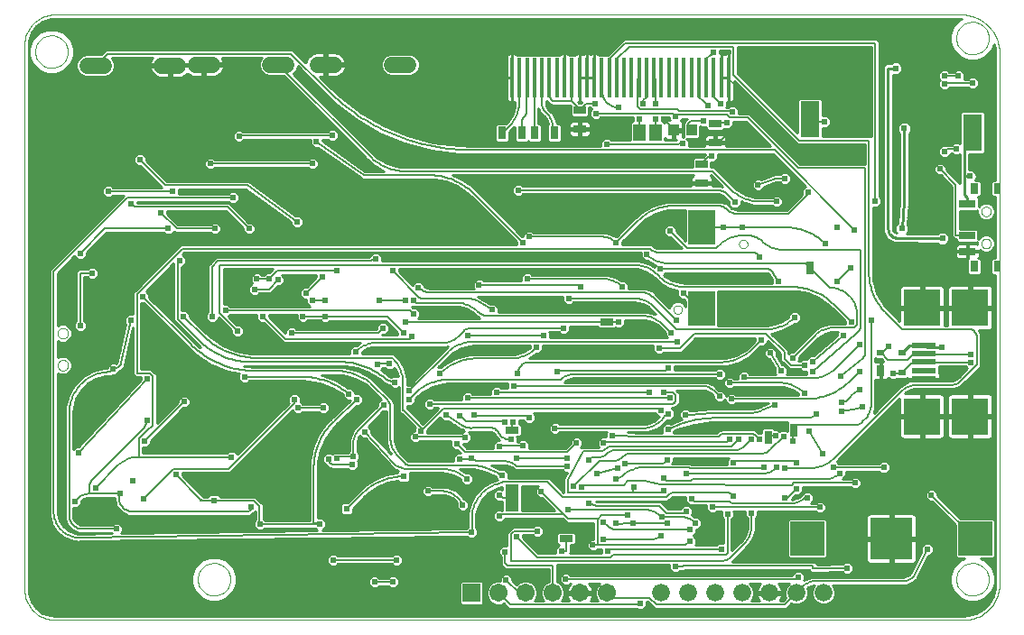
<source format=gbl>
G75*
%MOIN*%
%OFA0B0*%
%FSLAX24Y24*%
%IPPOS*%
%LPD*%
%AMOC8*
5,1,8,0,0,1.08239X$1,22.5*
%
%ADD10C,0.0000*%
%ADD11R,0.0500X0.0250*%
%ADD12R,0.0675X0.0675*%
%ADD13C,0.0675*%
%ADD14R,0.0500X0.1000*%
%ADD15R,0.0906X0.0197*%
%ADD16R,0.1378X0.1378*%
%ADD17R,0.0138X0.1500*%
%ADD18R,0.0315X0.0472*%
%ADD19R,0.0472X0.0315*%
%ADD20R,0.0460X0.0630*%
%ADD21R,0.0394X0.0433*%
%ADD22C,0.0600*%
%ADD23R,0.1560X0.1560*%
%ADD24R,0.1250X0.1250*%
%ADD25R,0.0984X0.1299*%
%ADD26C,0.0350*%
%ADD27R,0.0700X0.1350*%
%ADD28R,0.0591X0.0276*%
%ADD29R,0.0236X0.0394*%
%ADD30R,0.0315X0.0394*%
%ADD31C,0.0340*%
%ADD32R,0.0276X0.0394*%
%ADD33R,0.0276X0.0236*%
%ADD34R,0.0250X0.0500*%
%ADD35C,0.0660*%
%ADD36C,0.0100*%
%ADD37C,0.0120*%
%ADD38C,0.0080*%
%ADD39C,0.0240*%
%ADD40R,0.0240X0.0240*%
D10*
X001624Y000310D02*
X035178Y000310D01*
X035249Y000312D01*
X035320Y000318D01*
X035391Y000327D01*
X035460Y000341D01*
X035530Y000358D01*
X035598Y000379D01*
X035664Y000403D01*
X035730Y000431D01*
X035793Y000463D01*
X035855Y000498D01*
X035915Y000536D01*
X035973Y000578D01*
X036029Y000623D01*
X036082Y000670D01*
X036132Y000720D01*
X036179Y000773D01*
X036224Y000829D01*
X036266Y000887D01*
X036304Y000947D01*
X036339Y001009D01*
X036371Y001072D01*
X036399Y001138D01*
X036423Y001204D01*
X036444Y001272D01*
X036461Y001342D01*
X036475Y001411D01*
X036484Y001482D01*
X036490Y001553D01*
X036492Y001624D01*
X036492Y021261D01*
X034900Y021810D02*
X034902Y021859D01*
X034908Y021907D01*
X034918Y021955D01*
X034932Y022002D01*
X034949Y022048D01*
X034970Y022092D01*
X034995Y022134D01*
X035023Y022174D01*
X035055Y022212D01*
X035089Y022247D01*
X035126Y022279D01*
X035165Y022308D01*
X035207Y022334D01*
X035251Y022356D01*
X035296Y022374D01*
X035343Y022389D01*
X035390Y022400D01*
X035439Y022407D01*
X035488Y022410D01*
X035537Y022409D01*
X035585Y022404D01*
X035634Y022395D01*
X035681Y022382D01*
X035727Y022365D01*
X035771Y022345D01*
X035814Y022321D01*
X035855Y022294D01*
X035893Y022263D01*
X035929Y022230D01*
X035961Y022194D01*
X035991Y022155D01*
X036018Y022114D01*
X036041Y022070D01*
X036060Y022025D01*
X036076Y021979D01*
X036088Y021932D01*
X036096Y021883D01*
X036100Y021834D01*
X036100Y021786D01*
X036096Y021737D01*
X036088Y021688D01*
X036076Y021641D01*
X036060Y021595D01*
X036041Y021550D01*
X036018Y021506D01*
X035991Y021465D01*
X035961Y021426D01*
X035929Y021390D01*
X035893Y021357D01*
X035855Y021326D01*
X035814Y021299D01*
X035771Y021275D01*
X035727Y021255D01*
X035681Y021238D01*
X035634Y021225D01*
X035585Y021216D01*
X035537Y021211D01*
X035488Y021210D01*
X035439Y021213D01*
X035390Y021220D01*
X035343Y021231D01*
X035296Y021246D01*
X035251Y021264D01*
X035207Y021286D01*
X035165Y021312D01*
X035126Y021341D01*
X035089Y021373D01*
X035055Y021408D01*
X035023Y021446D01*
X034995Y021486D01*
X034970Y021528D01*
X034949Y021572D01*
X034932Y021618D01*
X034918Y021665D01*
X034908Y021713D01*
X034902Y021761D01*
X034900Y021810D01*
X035073Y022680D02*
X035147Y022678D01*
X035221Y022672D01*
X035295Y022663D01*
X035368Y022649D01*
X035440Y022632D01*
X035511Y022611D01*
X035582Y022586D01*
X035650Y022557D01*
X035717Y022525D01*
X035783Y022490D01*
X035846Y022451D01*
X035907Y022409D01*
X035966Y022364D01*
X036022Y022316D01*
X036076Y022264D01*
X036128Y022210D01*
X036176Y022154D01*
X036221Y022095D01*
X036263Y022034D01*
X036302Y021971D01*
X036337Y021905D01*
X036369Y021838D01*
X036398Y021770D01*
X036423Y021699D01*
X036444Y021628D01*
X036461Y021556D01*
X036475Y021483D01*
X036484Y021409D01*
X036490Y021335D01*
X036492Y021261D01*
X035073Y022680D02*
X001617Y022680D01*
X001552Y022678D01*
X001487Y022672D01*
X001423Y022663D01*
X001359Y022650D01*
X001297Y022633D01*
X001235Y022613D01*
X001175Y022589D01*
X001116Y022561D01*
X001059Y022530D01*
X001003Y022496D01*
X000950Y022459D01*
X000899Y022419D01*
X000850Y022375D01*
X000805Y022330D01*
X000761Y022281D01*
X000721Y022230D01*
X000684Y022177D01*
X000650Y022122D01*
X000619Y022064D01*
X000591Y022005D01*
X000567Y021945D01*
X000547Y021883D01*
X000530Y021821D01*
X000517Y021757D01*
X000508Y021693D01*
X000502Y021628D01*
X000500Y021563D01*
X000500Y001434D01*
X000502Y001369D01*
X000508Y001304D01*
X000517Y001239D01*
X000530Y001175D01*
X000547Y001112D01*
X000568Y001050D01*
X000592Y000989D01*
X000620Y000930D01*
X000651Y000872D01*
X000685Y000816D01*
X000722Y000763D01*
X000763Y000712D01*
X000806Y000663D01*
X000853Y000616D01*
X000902Y000573D01*
X000953Y000532D01*
X001006Y000495D01*
X001062Y000461D01*
X001120Y000430D01*
X001179Y000402D01*
X001240Y000378D01*
X001302Y000357D01*
X001365Y000340D01*
X001429Y000327D01*
X001494Y000318D01*
X001559Y000312D01*
X001624Y000310D01*
X006900Y001810D02*
X006902Y001859D01*
X006908Y001907D01*
X006918Y001955D01*
X006932Y002002D01*
X006949Y002048D01*
X006970Y002092D01*
X006995Y002134D01*
X007023Y002174D01*
X007055Y002212D01*
X007089Y002247D01*
X007126Y002279D01*
X007165Y002308D01*
X007207Y002334D01*
X007251Y002356D01*
X007296Y002374D01*
X007343Y002389D01*
X007390Y002400D01*
X007439Y002407D01*
X007488Y002410D01*
X007537Y002409D01*
X007585Y002404D01*
X007634Y002395D01*
X007681Y002382D01*
X007727Y002365D01*
X007771Y002345D01*
X007814Y002321D01*
X007855Y002294D01*
X007893Y002263D01*
X007929Y002230D01*
X007961Y002194D01*
X007991Y002155D01*
X008018Y002114D01*
X008041Y002070D01*
X008060Y002025D01*
X008076Y001979D01*
X008088Y001932D01*
X008096Y001883D01*
X008100Y001834D01*
X008100Y001786D01*
X008096Y001737D01*
X008088Y001688D01*
X008076Y001641D01*
X008060Y001595D01*
X008041Y001550D01*
X008018Y001506D01*
X007991Y001465D01*
X007961Y001426D01*
X007929Y001390D01*
X007893Y001357D01*
X007855Y001326D01*
X007814Y001299D01*
X007771Y001275D01*
X007727Y001255D01*
X007681Y001238D01*
X007634Y001225D01*
X007585Y001216D01*
X007537Y001211D01*
X007488Y001210D01*
X007439Y001213D01*
X007390Y001220D01*
X007343Y001231D01*
X007296Y001246D01*
X007251Y001264D01*
X007207Y001286D01*
X007165Y001312D01*
X007126Y001341D01*
X007089Y001373D01*
X007055Y001408D01*
X007023Y001446D01*
X006995Y001486D01*
X006970Y001528D01*
X006949Y001572D01*
X006932Y001618D01*
X006918Y001665D01*
X006908Y001713D01*
X006902Y001761D01*
X006900Y001810D01*
X001720Y009719D02*
X001722Y009746D01*
X001728Y009773D01*
X001737Y009799D01*
X001750Y009823D01*
X001766Y009846D01*
X001785Y009865D01*
X001807Y009882D01*
X001831Y009896D01*
X001856Y009906D01*
X001883Y009913D01*
X001910Y009916D01*
X001938Y009915D01*
X001965Y009910D01*
X001991Y009902D01*
X002015Y009890D01*
X002038Y009874D01*
X002059Y009856D01*
X002076Y009835D01*
X002091Y009811D01*
X002102Y009786D01*
X002110Y009760D01*
X002114Y009733D01*
X002114Y009705D01*
X002110Y009678D01*
X002102Y009652D01*
X002091Y009627D01*
X002076Y009603D01*
X002059Y009582D01*
X002038Y009564D01*
X002016Y009548D01*
X001991Y009536D01*
X001965Y009528D01*
X001938Y009523D01*
X001910Y009522D01*
X001883Y009525D01*
X001856Y009532D01*
X001831Y009542D01*
X001807Y009556D01*
X001785Y009573D01*
X001766Y009592D01*
X001750Y009615D01*
X001737Y009639D01*
X001728Y009665D01*
X001722Y009692D01*
X001720Y009719D01*
X001720Y010901D02*
X001722Y010928D01*
X001728Y010955D01*
X001737Y010981D01*
X001750Y011005D01*
X001766Y011028D01*
X001785Y011047D01*
X001807Y011064D01*
X001831Y011078D01*
X001856Y011088D01*
X001883Y011095D01*
X001910Y011098D01*
X001938Y011097D01*
X001965Y011092D01*
X001991Y011084D01*
X002015Y011072D01*
X002038Y011056D01*
X002059Y011038D01*
X002076Y011017D01*
X002091Y010993D01*
X002102Y010968D01*
X002110Y010942D01*
X002114Y010915D01*
X002114Y010887D01*
X002110Y010860D01*
X002102Y010834D01*
X002091Y010809D01*
X002076Y010785D01*
X002059Y010764D01*
X002038Y010746D01*
X002016Y010730D01*
X001991Y010718D01*
X001965Y010710D01*
X001938Y010705D01*
X001910Y010704D01*
X001883Y010707D01*
X001856Y010714D01*
X001831Y010724D01*
X001807Y010738D01*
X001785Y010755D01*
X001766Y010774D01*
X001750Y010797D01*
X001737Y010821D01*
X001728Y010847D01*
X001722Y010874D01*
X001720Y010901D01*
X000900Y021310D02*
X000902Y021359D01*
X000908Y021407D01*
X000918Y021455D01*
X000932Y021502D01*
X000949Y021548D01*
X000970Y021592D01*
X000995Y021634D01*
X001023Y021674D01*
X001055Y021712D01*
X001089Y021747D01*
X001126Y021779D01*
X001165Y021808D01*
X001207Y021834D01*
X001251Y021856D01*
X001296Y021874D01*
X001343Y021889D01*
X001390Y021900D01*
X001439Y021907D01*
X001488Y021910D01*
X001537Y021909D01*
X001585Y021904D01*
X001634Y021895D01*
X001681Y021882D01*
X001727Y021865D01*
X001771Y021845D01*
X001814Y021821D01*
X001855Y021794D01*
X001893Y021763D01*
X001929Y021730D01*
X001961Y021694D01*
X001991Y021655D01*
X002018Y021614D01*
X002041Y021570D01*
X002060Y021525D01*
X002076Y021479D01*
X002088Y021432D01*
X002096Y021383D01*
X002100Y021334D01*
X002100Y021286D01*
X002096Y021237D01*
X002088Y021188D01*
X002076Y021141D01*
X002060Y021095D01*
X002041Y021050D01*
X002018Y021006D01*
X001991Y020965D01*
X001961Y020926D01*
X001929Y020890D01*
X001893Y020857D01*
X001855Y020826D01*
X001814Y020799D01*
X001771Y020775D01*
X001727Y020755D01*
X001681Y020738D01*
X001634Y020725D01*
X001585Y020716D01*
X001537Y020711D01*
X001488Y020710D01*
X001439Y020713D01*
X001390Y020720D01*
X001343Y020731D01*
X001296Y020746D01*
X001251Y020764D01*
X001207Y020786D01*
X001165Y020812D01*
X001126Y020841D01*
X001089Y020873D01*
X001055Y020908D01*
X001023Y020946D01*
X000995Y020986D01*
X000970Y021028D01*
X000949Y021072D01*
X000932Y021118D01*
X000918Y021165D01*
X000908Y021213D01*
X000902Y021261D01*
X000900Y021310D01*
X024457Y011776D02*
X024459Y011801D01*
X024465Y011825D01*
X024474Y011847D01*
X024487Y011868D01*
X024503Y011887D01*
X024522Y011903D01*
X024543Y011916D01*
X024565Y011925D01*
X024589Y011931D01*
X024614Y011933D01*
X024639Y011931D01*
X024663Y011925D01*
X024685Y011916D01*
X024706Y011903D01*
X024725Y011887D01*
X024741Y011868D01*
X024754Y011847D01*
X024763Y011825D01*
X024769Y011801D01*
X024771Y011776D01*
X024769Y011751D01*
X024763Y011727D01*
X024754Y011705D01*
X024741Y011684D01*
X024725Y011665D01*
X024706Y011649D01*
X024685Y011636D01*
X024663Y011627D01*
X024639Y011621D01*
X024614Y011619D01*
X024589Y011621D01*
X024565Y011627D01*
X024543Y011636D01*
X024522Y011649D01*
X024503Y011665D01*
X024487Y011684D01*
X024474Y011705D01*
X024465Y011727D01*
X024459Y011751D01*
X024457Y011776D01*
X026877Y014196D02*
X026879Y014221D01*
X026885Y014245D01*
X026894Y014267D01*
X026907Y014288D01*
X026923Y014307D01*
X026942Y014323D01*
X026963Y014336D01*
X026985Y014345D01*
X027009Y014351D01*
X027034Y014353D01*
X027059Y014351D01*
X027083Y014345D01*
X027105Y014336D01*
X027126Y014323D01*
X027145Y014307D01*
X027161Y014288D01*
X027174Y014267D01*
X027183Y014245D01*
X027189Y014221D01*
X027191Y014196D01*
X027189Y014171D01*
X027183Y014147D01*
X027174Y014125D01*
X027161Y014104D01*
X027145Y014085D01*
X027126Y014069D01*
X027105Y014056D01*
X027083Y014047D01*
X027059Y014041D01*
X027034Y014039D01*
X027009Y014041D01*
X026985Y014047D01*
X026963Y014056D01*
X026942Y014069D01*
X026923Y014085D01*
X026907Y014104D01*
X026894Y014125D01*
X026885Y014147D01*
X026879Y014171D01*
X026877Y014196D01*
X035823Y014219D02*
X035825Y014245D01*
X035831Y014271D01*
X035841Y014296D01*
X035854Y014319D01*
X035870Y014339D01*
X035890Y014357D01*
X035912Y014372D01*
X035935Y014384D01*
X035961Y014392D01*
X035987Y014396D01*
X036013Y014396D01*
X036039Y014392D01*
X036065Y014384D01*
X036089Y014372D01*
X036110Y014357D01*
X036130Y014339D01*
X036146Y014319D01*
X036159Y014296D01*
X036169Y014271D01*
X036175Y014245D01*
X036177Y014219D01*
X036175Y014193D01*
X036169Y014167D01*
X036159Y014142D01*
X036146Y014119D01*
X036130Y014099D01*
X036110Y014081D01*
X036088Y014066D01*
X036065Y014054D01*
X036039Y014046D01*
X036013Y014042D01*
X035987Y014042D01*
X035961Y014046D01*
X035935Y014054D01*
X035911Y014066D01*
X035890Y014081D01*
X035870Y014099D01*
X035854Y014119D01*
X035841Y014142D01*
X035831Y014167D01*
X035825Y014193D01*
X035823Y014219D01*
X035823Y015401D02*
X035825Y015427D01*
X035831Y015453D01*
X035841Y015478D01*
X035854Y015501D01*
X035870Y015521D01*
X035890Y015539D01*
X035912Y015554D01*
X035935Y015566D01*
X035961Y015574D01*
X035987Y015578D01*
X036013Y015578D01*
X036039Y015574D01*
X036065Y015566D01*
X036089Y015554D01*
X036110Y015539D01*
X036130Y015521D01*
X036146Y015501D01*
X036159Y015478D01*
X036169Y015453D01*
X036175Y015427D01*
X036177Y015401D01*
X036175Y015375D01*
X036169Y015349D01*
X036159Y015324D01*
X036146Y015301D01*
X036130Y015281D01*
X036110Y015263D01*
X036088Y015248D01*
X036065Y015236D01*
X036039Y015228D01*
X036013Y015224D01*
X035987Y015224D01*
X035961Y015228D01*
X035935Y015236D01*
X035911Y015248D01*
X035890Y015263D01*
X035870Y015281D01*
X035854Y015301D01*
X035841Y015324D01*
X035831Y015349D01*
X035825Y015375D01*
X035823Y015401D01*
X034900Y001810D02*
X034902Y001859D01*
X034908Y001907D01*
X034918Y001955D01*
X034932Y002002D01*
X034949Y002048D01*
X034970Y002092D01*
X034995Y002134D01*
X035023Y002174D01*
X035055Y002212D01*
X035089Y002247D01*
X035126Y002279D01*
X035165Y002308D01*
X035207Y002334D01*
X035251Y002356D01*
X035296Y002374D01*
X035343Y002389D01*
X035390Y002400D01*
X035439Y002407D01*
X035488Y002410D01*
X035537Y002409D01*
X035585Y002404D01*
X035634Y002395D01*
X035681Y002382D01*
X035727Y002365D01*
X035771Y002345D01*
X035814Y002321D01*
X035855Y002294D01*
X035893Y002263D01*
X035929Y002230D01*
X035961Y002194D01*
X035991Y002155D01*
X036018Y002114D01*
X036041Y002070D01*
X036060Y002025D01*
X036076Y001979D01*
X036088Y001932D01*
X036096Y001883D01*
X036100Y001834D01*
X036100Y001786D01*
X036096Y001737D01*
X036088Y001688D01*
X036076Y001641D01*
X036060Y001595D01*
X036041Y001550D01*
X036018Y001506D01*
X035991Y001465D01*
X035961Y001426D01*
X035929Y001390D01*
X035893Y001357D01*
X035855Y001326D01*
X035814Y001299D01*
X035771Y001275D01*
X035727Y001255D01*
X035681Y001238D01*
X035634Y001225D01*
X035585Y001216D01*
X035537Y001211D01*
X035488Y001210D01*
X035439Y001213D01*
X035390Y001220D01*
X035343Y001231D01*
X035296Y001246D01*
X035251Y001264D01*
X035207Y001286D01*
X035165Y001312D01*
X035126Y001341D01*
X035089Y001373D01*
X035055Y001408D01*
X035023Y001446D01*
X034995Y001486D01*
X034970Y001528D01*
X034949Y001572D01*
X034932Y001618D01*
X034918Y001665D01*
X034908Y001713D01*
X034902Y001761D01*
X034900Y001810D01*
D11*
X020500Y003310D03*
X018500Y007310D03*
X022000Y011310D03*
D12*
X017000Y001310D03*
D13*
X018000Y001310D03*
X019000Y001310D03*
X020000Y001310D03*
X021000Y001310D03*
X022000Y001310D03*
D14*
X018500Y004810D03*
D15*
X033713Y009208D03*
X033713Y009523D03*
X033713Y009838D03*
X033713Y010153D03*
X033713Y010467D03*
D16*
X033634Y011845D03*
X035406Y011845D03*
X035406Y007830D03*
X033634Y007830D03*
D17*
X026496Y020338D03*
X026220Y020338D03*
X025945Y020338D03*
X025669Y020338D03*
X025394Y020338D03*
X025118Y020338D03*
X024843Y020338D03*
X024567Y020338D03*
X024291Y020338D03*
X024016Y020338D03*
X023740Y020338D03*
X023465Y020338D03*
X023189Y020338D03*
X022913Y020338D03*
X022638Y020338D03*
X022362Y020338D03*
X022087Y020338D03*
X021811Y020338D03*
X021535Y020338D03*
X021260Y020338D03*
X020984Y020338D03*
X020709Y020338D03*
X020433Y020338D03*
X020157Y020338D03*
X019882Y020338D03*
X019606Y020338D03*
X019331Y020338D03*
X019055Y020338D03*
X018780Y020338D03*
X018504Y020338D03*
D18*
X018854Y018310D03*
X019346Y018310D03*
X020054Y018310D03*
X018146Y018310D03*
D19*
X021000Y018456D03*
X021000Y019164D03*
X025500Y017164D03*
X025500Y016456D03*
X026000Y017956D03*
X026000Y018664D03*
D20*
X023800Y018310D03*
X023200Y018310D03*
D21*
X024465Y018410D03*
X025135Y018410D03*
D22*
X014678Y020822D02*
X014078Y020822D01*
X011922Y020822D02*
X011322Y020822D01*
X010178Y020822D02*
X009578Y020822D01*
X007422Y020822D02*
X006822Y020822D01*
X006178Y020798D02*
X005578Y020798D01*
X003422Y020798D02*
X002822Y020798D01*
D23*
X032500Y003310D03*
D24*
X029400Y003310D03*
X035600Y003310D03*
D25*
X025500Y011810D03*
X025500Y014810D03*
D26*
X033500Y017574D03*
X033500Y018046D03*
D27*
X035500Y018310D03*
X029500Y018810D03*
D28*
X035311Y015696D03*
X035311Y014515D03*
X035311Y013924D03*
D29*
X036394Y013373D03*
X036394Y016247D03*
D30*
X035567Y016247D03*
X035567Y013373D03*
D31*
X033500Y020310D03*
D32*
X032106Y009515D03*
D33*
X032894Y009436D03*
X032894Y010184D03*
X032106Y010184D03*
D34*
X028900Y007310D03*
X027950Y007060D03*
X029500Y013310D03*
D35*
X029000Y001310D03*
X028000Y001310D03*
X027000Y001310D03*
X026000Y001310D03*
X025000Y001310D03*
X024000Y001310D03*
X030000Y001310D03*
D36*
X035735Y000613D02*
X001117Y000613D01*
X001182Y000566D02*
X000935Y000745D01*
X000756Y000992D01*
X000662Y001281D01*
X000650Y001434D01*
X000650Y021563D01*
X000662Y021715D01*
X000755Y022002D01*
X000933Y022247D01*
X001178Y022425D01*
X001465Y022518D01*
X001617Y022530D01*
X035073Y022530D01*
X035093Y022529D01*
X035036Y022505D01*
X035036Y022505D01*
X034805Y022274D01*
X034680Y021973D01*
X034680Y021647D01*
X034805Y021346D01*
X034805Y021346D01*
X035036Y021115D01*
X035337Y020990D01*
X035663Y020990D01*
X035964Y021115D01*
X035964Y021115D01*
X036195Y021346D01*
X036291Y021577D01*
X036331Y021427D01*
X036342Y021261D01*
X036342Y016554D01*
X036230Y016554D01*
X036166Y016489D01*
X036166Y016005D01*
X036230Y015940D01*
X036342Y015940D01*
X036342Y013680D01*
X036230Y013680D01*
X036166Y013615D01*
X035834Y013615D01*
X035770Y013680D01*
X035712Y013680D01*
X035726Y013694D01*
X035746Y013728D01*
X035756Y013767D01*
X035756Y013905D01*
X035330Y013905D01*
X035330Y013646D01*
X035299Y013615D01*
X031830Y013615D01*
X031830Y013517D02*
X035299Y013517D01*
X035299Y013615D02*
X035299Y013131D01*
X035364Y013066D01*
X035770Y013066D01*
X035834Y013131D01*
X035834Y013615D01*
X035834Y013517D02*
X036166Y013517D01*
X036166Y013615D02*
X036166Y013131D01*
X036230Y013066D01*
X036342Y013066D01*
X036342Y001624D01*
X036332Y001472D01*
X036254Y001179D01*
X036102Y000915D01*
X035887Y000701D01*
X035623Y000549D01*
X035330Y000470D01*
X035178Y000460D01*
X001624Y000460D01*
X001471Y000472D01*
X001182Y000566D01*
X001340Y000514D02*
X035496Y000514D01*
X035898Y000711D02*
X023367Y000711D01*
X023335Y000680D02*
X023470Y000815D01*
X023470Y000980D01*
X023498Y000980D01*
X023670Y000808D01*
X023758Y000720D01*
X028622Y000720D01*
X028813Y000911D01*
X028912Y000870D01*
X029088Y000870D01*
X029249Y000937D01*
X029373Y001061D01*
X029440Y001222D01*
X029440Y001398D01*
X029402Y001489D01*
X029423Y001505D01*
X029625Y001589D01*
X029660Y001593D01*
X029627Y001559D01*
X029560Y001398D01*
X029560Y001222D01*
X029627Y001061D01*
X029751Y000937D01*
X029912Y000870D01*
X030088Y000870D01*
X030249Y000937D01*
X030373Y001061D01*
X030440Y001222D01*
X030440Y001398D01*
X030373Y001559D01*
X030332Y001600D01*
X033064Y001600D01*
X033334Y001712D01*
X033412Y001790D01*
X033437Y001798D01*
X033454Y001832D01*
X033481Y001858D01*
X033481Y001886D01*
X033874Y002680D01*
X033915Y002680D01*
X034050Y002815D01*
X034050Y003005D01*
X033915Y003140D01*
X033725Y003140D01*
X033590Y003005D01*
X033590Y002815D01*
X033600Y002804D01*
X033210Y002014D01*
X033159Y001973D01*
X033003Y001908D01*
X032919Y001900D01*
X029563Y001900D01*
X029276Y001781D01*
X029290Y001795D01*
X029310Y001795D01*
X029290Y001795D02*
X029290Y001985D01*
X029155Y002120D01*
X028965Y002120D01*
X028830Y001985D01*
X028830Y001960D01*
X020655Y001960D01*
X020575Y002040D01*
X020385Y002040D01*
X020250Y001905D01*
X020250Y001715D01*
X020385Y001580D01*
X020575Y001580D01*
X020655Y001660D01*
X020661Y001660D01*
X020628Y001628D01*
X020583Y001566D01*
X020548Y001497D01*
X020525Y001424D01*
X020514Y001360D01*
X020950Y001360D01*
X020950Y001260D01*
X020514Y001260D01*
X020525Y001196D01*
X020548Y001123D01*
X020583Y001054D01*
X020608Y001020D01*
X020343Y001020D01*
X020379Y001057D01*
X020447Y001221D01*
X020447Y001399D01*
X020379Y001563D01*
X020253Y001689D01*
X020150Y001732D01*
X020150Y002340D01*
X024290Y002340D01*
X024290Y002175D01*
X024425Y002040D01*
X024615Y002040D01*
X024695Y002120D01*
X024862Y002120D01*
X024902Y002160D01*
X029450Y002160D01*
X029450Y002148D01*
X029450Y002147D01*
X029494Y002104D01*
X029538Y002060D01*
X029539Y002060D01*
X029539Y002060D01*
X029601Y002060D01*
X029662Y002060D01*
X029663Y002060D01*
X030686Y002069D01*
X030765Y001990D01*
X030955Y001990D01*
X031090Y002125D01*
X031090Y002315D01*
X030955Y002450D01*
X030765Y002450D01*
X030683Y002369D01*
X029750Y002361D01*
X029750Y002372D01*
X029662Y002460D01*
X026622Y002460D01*
X026661Y002499D01*
X027215Y003053D01*
X027272Y003110D01*
X027272Y003110D01*
X027416Y003359D01*
X027490Y003636D01*
X027490Y004075D01*
X027570Y004155D01*
X027570Y004320D01*
X029685Y004320D01*
X029765Y004240D01*
X029955Y004240D01*
X030090Y004375D01*
X030090Y004565D01*
X029955Y004700D01*
X029765Y004700D01*
X029685Y004620D01*
X029525Y004620D01*
X029620Y004715D01*
X029620Y004905D01*
X029485Y005040D01*
X029295Y005040D01*
X029160Y004905D01*
X029160Y004900D01*
X029026Y004817D01*
X028865Y004768D01*
X028826Y004764D01*
X028830Y004768D01*
X028982Y004920D01*
X029095Y004920D01*
X029230Y005055D01*
X029230Y005220D01*
X030985Y005220D01*
X031065Y005140D01*
X031255Y005140D01*
X031390Y005275D01*
X031390Y005465D01*
X031255Y005600D01*
X031065Y005600D01*
X030985Y005520D01*
X030715Y005520D01*
X030830Y005635D01*
X030830Y005800D01*
X032045Y005800D01*
X032125Y005720D01*
X032315Y005720D01*
X032450Y005855D01*
X032450Y006045D01*
X032315Y006180D01*
X032125Y006180D01*
X032045Y006100D01*
X030555Y006100D01*
X030489Y006167D01*
X030524Y006202D01*
X030524Y006202D01*
X030526Y006204D01*
X032795Y008473D01*
X032795Y007880D01*
X033584Y007880D01*
X033584Y008669D01*
X032993Y008669D01*
X033038Y008708D01*
X033182Y008791D01*
X033343Y008835D01*
X033427Y008840D01*
X034820Y008840D01*
X035063Y008941D01*
X035112Y008990D01*
X035112Y008990D01*
X035156Y009034D01*
X035156Y009034D01*
X035722Y009600D01*
X035810Y009688D01*
X035810Y010879D01*
X035736Y011006D01*
X036114Y011006D01*
X036152Y011017D01*
X036187Y011036D01*
X036215Y011064D01*
X036234Y011099D01*
X036244Y011137D01*
X036244Y011795D01*
X035456Y011795D01*
X035456Y011895D01*
X036244Y011895D01*
X036244Y012554D01*
X036234Y012592D01*
X036215Y012627D01*
X036187Y012654D01*
X036152Y012674D01*
X036114Y012684D01*
X035456Y012684D01*
X035456Y011895D01*
X035356Y011895D01*
X035356Y011795D01*
X034567Y011795D01*
X034567Y011200D01*
X034473Y011200D01*
X034473Y011795D01*
X033684Y011795D01*
X033684Y011895D01*
X034473Y011895D01*
X034473Y012554D01*
X034463Y012592D01*
X034443Y012627D01*
X034415Y012654D01*
X034381Y012674D01*
X034343Y012684D01*
X033684Y012684D01*
X033684Y011895D01*
X033584Y011895D01*
X033584Y011795D01*
X032795Y011795D01*
X032795Y011367D01*
X032389Y011773D01*
X032224Y011961D01*
X031975Y012392D01*
X031846Y012873D01*
X031830Y013123D01*
X031830Y015560D01*
X031995Y015560D01*
X032130Y015695D01*
X032130Y015885D01*
X032050Y015965D01*
X032050Y021692D01*
X034680Y021692D01*
X034680Y021791D02*
X002179Y021791D01*
X002195Y021774D02*
X001964Y022005D01*
X001663Y022130D01*
X001337Y022130D01*
X001036Y022005D01*
X001036Y022005D01*
X000805Y021774D01*
X000680Y021473D01*
X000680Y021147D01*
X000805Y020846D01*
X000805Y020846D01*
X001036Y020615D01*
X001337Y020490D01*
X001537Y020490D01*
X001663Y020490D01*
X001663Y020490D01*
X001964Y020615D01*
X001964Y020615D01*
X002195Y020846D01*
X002320Y021147D01*
X002320Y021473D01*
X002195Y021774D01*
X002195Y021774D01*
X002229Y021692D02*
X022530Y021692D01*
X022618Y021780D02*
X022035Y021198D01*
X021972Y021198D01*
X021949Y021174D01*
X021925Y021198D01*
X021706Y021198D01*
X021696Y021208D01*
X021662Y021227D01*
X021624Y021238D01*
X021535Y021238D01*
X021447Y021238D01*
X021409Y021227D01*
X021398Y021221D01*
X021387Y021227D01*
X021348Y021238D01*
X021260Y021238D01*
X021260Y020338D01*
X021260Y020338D01*
X021260Y021238D01*
X021171Y021238D01*
X021133Y021227D01*
X021122Y021221D01*
X021111Y021227D01*
X021073Y021238D01*
X020984Y021238D01*
X020896Y021238D01*
X020857Y021227D01*
X020823Y021208D01*
X020813Y021198D01*
X020604Y021198D01*
X020594Y021208D01*
X020560Y021227D01*
X020522Y021238D01*
X020433Y021238D01*
X020344Y021238D01*
X020306Y021227D01*
X020272Y021208D01*
X020262Y021198D01*
X020043Y021198D01*
X020020Y021174D01*
X019996Y021198D01*
X019767Y021198D01*
X019744Y021174D01*
X019721Y021198D01*
X019492Y021198D01*
X019469Y021174D01*
X019445Y021198D01*
X019216Y021198D01*
X019193Y021174D01*
X019170Y021198D01*
X018941Y021198D01*
X018917Y021174D01*
X018894Y021198D01*
X018675Y021198D01*
X018665Y021208D01*
X018631Y021227D01*
X018593Y021238D01*
X018504Y021238D01*
X018504Y020338D01*
X018504Y020338D01*
X018504Y021238D01*
X018415Y021238D01*
X018377Y021227D01*
X018343Y021208D01*
X018315Y021180D01*
X018295Y021145D01*
X018285Y021107D01*
X018285Y020338D01*
X018504Y020338D01*
X018504Y020338D01*
X018285Y020338D01*
X018285Y019568D01*
X018295Y019530D01*
X018315Y019495D01*
X018343Y019468D01*
X018377Y019448D01*
X018415Y019438D01*
X018504Y019438D01*
X018593Y019438D01*
X018610Y019442D01*
X018610Y019398D01*
X018601Y019264D01*
X018532Y019005D01*
X018398Y018772D01*
X018309Y018671D01*
X018294Y018656D01*
X017943Y018656D01*
X017878Y018592D01*
X017878Y018028D01*
X017943Y017964D01*
X018349Y017964D01*
X018413Y018028D01*
X018413Y018351D01*
X018565Y018503D01*
X018587Y018525D01*
X018587Y018028D01*
X018651Y017964D01*
X019057Y017964D01*
X019100Y018006D01*
X019143Y017964D01*
X019549Y017964D01*
X019613Y018028D01*
X019613Y018592D01*
X019549Y018656D01*
X019481Y018656D01*
X019481Y019203D01*
X019541Y019057D01*
X019576Y019022D01*
X019687Y018911D01*
X019756Y018827D01*
X019834Y018639D01*
X019787Y018592D01*
X019787Y018028D01*
X019851Y017964D01*
X020257Y017964D01*
X020322Y018028D01*
X020322Y018592D01*
X020257Y018656D01*
X020150Y018656D01*
X020150Y018688D01*
X020020Y019003D01*
X019943Y019079D01*
X019832Y019190D01*
X019800Y019229D01*
X019761Y019322D01*
X019756Y019373D01*
X019756Y019489D01*
X019767Y019478D01*
X019802Y019478D01*
X019841Y019411D01*
X019998Y019320D01*
X020638Y019320D01*
X020654Y019304D01*
X020654Y018961D01*
X020718Y018897D01*
X021282Y018897D01*
X021346Y018961D01*
X021346Y019240D01*
X021385Y019240D01*
X021435Y019190D01*
X021370Y019125D01*
X021370Y018935D01*
X021505Y018800D01*
X021695Y018800D01*
X021775Y018880D01*
X022970Y018880D01*
X022970Y018735D01*
X022924Y018735D01*
X022860Y018671D01*
X022860Y018040D01*
X022175Y018040D01*
X022095Y018120D01*
X021905Y018120D01*
X021770Y017985D01*
X021770Y017820D01*
X017022Y017820D01*
X016539Y017836D01*
X015581Y017962D01*
X014647Y018212D01*
X013755Y018582D01*
X012918Y019065D01*
X012151Y019653D01*
X011798Y019984D01*
X011411Y020372D01*
X011572Y020372D01*
X011572Y020772D01*
X011672Y020772D01*
X011672Y020872D01*
X011572Y020872D01*
X011572Y021272D01*
X011286Y021272D01*
X011216Y021260D01*
X011149Y021239D01*
X011086Y021206D01*
X011028Y021165D01*
X010978Y021115D01*
X010937Y021057D01*
X010905Y020994D01*
X010883Y020927D01*
X010879Y020903D01*
X010490Y021292D01*
X010490Y021292D01*
X010402Y021380D01*
X003498Y021380D01*
X003326Y021208D01*
X002740Y021208D01*
X002589Y021146D01*
X002474Y021031D01*
X002412Y020880D01*
X002412Y020717D01*
X002474Y020566D01*
X002589Y020451D01*
X002740Y020388D01*
X003503Y020388D01*
X003654Y020451D01*
X003769Y020566D01*
X003832Y020717D01*
X003832Y020880D01*
X003769Y021031D01*
X003720Y021080D01*
X005227Y021080D01*
X005194Y021034D01*
X005161Y020971D01*
X005140Y020904D01*
X003822Y020904D01*
X003832Y020806D02*
X005828Y020806D01*
X005828Y020848D02*
X005828Y020748D01*
X005928Y020748D01*
X005928Y020348D01*
X006214Y020348D01*
X006284Y020360D01*
X006351Y020381D01*
X006414Y020414D01*
X006472Y020455D01*
X006512Y020495D01*
X006528Y020478D01*
X006586Y020437D01*
X006649Y020405D01*
X006716Y020383D01*
X006786Y020372D01*
X007072Y020372D01*
X007072Y020772D01*
X007172Y020772D01*
X007172Y020872D01*
X007869Y020872D01*
X007860Y020927D01*
X007839Y020994D01*
X007806Y021057D01*
X007790Y021080D01*
X009257Y021080D01*
X009231Y021054D01*
X009168Y020903D01*
X009168Y020740D01*
X009231Y020589D01*
X009346Y020474D01*
X009497Y020412D01*
X010066Y020412D01*
X013105Y017372D01*
X013149Y017328D01*
X013152Y017326D01*
X013193Y017285D01*
X013193Y017285D01*
X013336Y017141D01*
X013336Y017141D01*
X013336Y017141D01*
X013755Y016900D01*
X013068Y016900D01*
X011510Y018010D01*
X011510Y018060D01*
X011685Y018060D01*
X011765Y017980D01*
X011955Y017980D01*
X012090Y018115D01*
X012090Y018305D01*
X011955Y018440D01*
X011765Y018440D01*
X011685Y018360D01*
X008575Y018360D01*
X008515Y018420D01*
X008325Y018420D01*
X008190Y018285D01*
X008190Y018095D01*
X008325Y017960D01*
X008515Y017960D01*
X008615Y018060D01*
X011050Y018060D01*
X011050Y017895D01*
X011185Y017760D01*
X011344Y017760D01*
X012923Y016635D01*
X012958Y016600D01*
X012972Y016600D01*
X012984Y016592D01*
X013032Y016600D01*
X015413Y016600D01*
X015631Y016589D01*
X016061Y016504D01*
X016466Y016336D01*
X016830Y016093D01*
X016992Y015946D01*
X018670Y014268D01*
X018670Y014180D01*
X006278Y014180D01*
X004598Y012500D01*
X004510Y012412D01*
X004510Y011620D01*
X004325Y011620D01*
X004190Y011485D01*
X004190Y011295D01*
X004235Y011250D01*
X003939Y009917D01*
X003926Y009857D01*
X003915Y009825D01*
X003895Y009800D01*
X003875Y009820D01*
X003685Y009820D01*
X003550Y009685D01*
X003550Y009620D01*
X003443Y009620D01*
X003023Y009508D01*
X002647Y009290D01*
X002340Y008983D01*
X002122Y008607D01*
X002122Y008607D01*
X002010Y008187D01*
X002010Y004025D01*
X002106Y003793D01*
X002283Y003616D01*
X002283Y003616D01*
X002515Y003520D01*
X003725Y003520D01*
X003728Y003517D01*
X002498Y003500D01*
X002373Y003516D01*
X002136Y003608D01*
X001938Y003768D01*
X001799Y003981D01*
X001733Y004227D01*
X001730Y004347D01*
X001730Y004358D01*
X001733Y004416D01*
X001730Y004420D01*
X001730Y009422D01*
X001848Y009373D01*
X001986Y009373D01*
X002114Y009425D01*
X002211Y009523D01*
X002264Y009650D01*
X002264Y009788D01*
X002211Y009916D01*
X002114Y010013D01*
X001986Y010066D01*
X001848Y010066D01*
X001730Y010017D01*
X001730Y010603D01*
X001848Y010554D01*
X001986Y010554D01*
X002114Y010607D01*
X002211Y010704D01*
X002264Y010832D01*
X002264Y010970D01*
X002211Y011097D01*
X002114Y011195D01*
X001986Y011247D01*
X001848Y011247D01*
X001730Y011198D01*
X001730Y013128D01*
X002343Y013741D01*
X002465Y013620D01*
X002655Y013620D01*
X002790Y013755D01*
X002790Y013868D01*
X003542Y014620D01*
X005625Y014620D01*
X005705Y014540D01*
X005895Y014540D01*
X006017Y014661D01*
X006058Y014620D01*
X007365Y014620D01*
X007445Y014540D01*
X007635Y014540D01*
X007770Y014675D01*
X007770Y014865D01*
X007635Y015000D01*
X007445Y015000D01*
X007365Y014920D01*
X006182Y014920D01*
X005770Y015332D01*
X005770Y015420D01*
X007938Y015420D01*
X008570Y014788D01*
X008570Y014675D01*
X008705Y014540D01*
X008895Y014540D01*
X009030Y014675D01*
X009030Y014865D01*
X008895Y015000D01*
X008782Y015000D01*
X008062Y015720D01*
X004670Y015720D01*
X004670Y015760D01*
X008025Y015760D01*
X008105Y015680D01*
X008295Y015680D01*
X008430Y015815D01*
X008430Y016005D01*
X008295Y016140D01*
X008105Y016140D01*
X008025Y016060D01*
X006210Y016060D01*
X006210Y016220D01*
X008671Y016220D01*
X010340Y015002D01*
X010340Y014925D01*
X010475Y014790D01*
X010665Y014790D01*
X010800Y014925D01*
X010800Y015115D01*
X010665Y015250D01*
X010509Y015250D01*
X008818Y016484D01*
X008782Y016520D01*
X008769Y016520D01*
X008758Y016528D01*
X008708Y016520D01*
X005762Y016520D01*
X004990Y017292D01*
X004990Y017405D01*
X004855Y017540D01*
X004665Y017540D01*
X004530Y017405D01*
X004530Y017215D01*
X004665Y017080D01*
X004778Y017080D01*
X005558Y016300D01*
X003775Y016300D01*
X003695Y016380D01*
X003505Y016380D01*
X003370Y016245D01*
X003370Y016055D01*
X003505Y015920D01*
X003695Y015920D01*
X003775Y016000D01*
X004178Y016000D01*
X001518Y013340D01*
X001430Y013252D01*
X001430Y004366D01*
X001421Y004194D01*
X001421Y004194D01*
X001512Y003853D01*
X001705Y003557D01*
X001979Y003336D01*
X002308Y003209D01*
X002428Y003203D01*
X002432Y003199D01*
X002489Y003200D01*
X002546Y003197D01*
X002551Y003201D01*
X016827Y003398D01*
X016905Y003320D01*
X016978Y003320D01*
X016996Y003309D01*
X017038Y003320D01*
X017095Y003320D01*
X017114Y003339D01*
X017117Y003340D01*
X017119Y003344D01*
X017230Y003455D01*
X017230Y003645D01*
X017170Y003705D01*
X017170Y004059D01*
X017179Y004207D01*
X017253Y004495D01*
X017397Y004755D01*
X017601Y004972D01*
X017852Y005130D01*
X017990Y005185D01*
X018140Y005233D01*
X018140Y005115D01*
X018115Y005140D01*
X017925Y005140D01*
X017790Y005005D01*
X017790Y004815D01*
X017925Y004680D01*
X018115Y004680D01*
X018115Y004680D01*
X018140Y004670D01*
X018140Y004360D01*
X018135Y004360D01*
X018115Y004380D01*
X017925Y004380D01*
X017790Y004245D01*
X017790Y004055D01*
X017925Y003920D01*
X018115Y003920D01*
X018250Y004055D01*
X018250Y004060D01*
X020358Y004060D01*
X020430Y003988D01*
X020518Y003900D01*
X021510Y003900D01*
X021510Y003300D01*
X021385Y003300D01*
X021250Y003165D01*
X021250Y002975D01*
X021385Y002840D01*
X021575Y002840D01*
X021655Y002920D01*
X021810Y002920D01*
X021810Y002780D01*
X020642Y002780D01*
X020650Y002788D01*
X020650Y003075D01*
X020796Y003075D01*
X020860Y003139D01*
X020860Y003481D01*
X020796Y003545D01*
X020204Y003545D01*
X020140Y003481D01*
X020140Y003139D01*
X020204Y003075D01*
X020220Y003075D01*
X020090Y002945D01*
X020090Y002780D01*
X019482Y002780D01*
X020090Y002780D01*
X020090Y002879D02*
X019384Y002879D01*
X019285Y002977D02*
X020122Y002977D01*
X020204Y003076D02*
X019187Y003076D01*
X019088Y003174D02*
X020140Y003174D01*
X020140Y003273D02*
X018990Y003273D01*
X018910Y003352D02*
X018910Y003440D01*
X019265Y003440D01*
X019345Y003360D01*
X019535Y003360D01*
X019670Y003495D01*
X019670Y003685D01*
X019535Y003820D01*
X019345Y003820D01*
X019265Y003740D01*
X018518Y003740D01*
X018398Y003620D01*
X018310Y003532D01*
X018310Y003060D01*
X018145Y003060D01*
X018010Y002925D01*
X018010Y002735D01*
X018090Y002655D01*
X018090Y002350D01*
X018178Y002263D01*
X018273Y002168D01*
X019850Y002168D01*
X019850Y001732D01*
X019747Y001689D01*
X019621Y001563D01*
X019553Y001399D01*
X019553Y001221D01*
X019621Y001057D01*
X019657Y001020D01*
X019343Y001020D01*
X019379Y001057D01*
X019447Y001221D01*
X019447Y001399D01*
X019379Y001563D01*
X019253Y001689D01*
X019089Y001757D01*
X018911Y001757D01*
X018747Y001689D01*
X018670Y001612D01*
X018510Y001772D01*
X018510Y001885D01*
X018375Y002020D01*
X018185Y002020D01*
X018050Y001885D01*
X018050Y001757D01*
X017911Y001757D01*
X017747Y001689D01*
X017621Y001563D01*
X017553Y001399D01*
X017553Y001221D01*
X017621Y001057D01*
X017747Y000931D01*
X017911Y000863D01*
X018089Y000863D01*
X018193Y000905D01*
X018378Y000720D01*
X023105Y000720D01*
X023145Y000680D01*
X023335Y000680D01*
X023465Y000810D02*
X023668Y000810D01*
X023569Y000909D02*
X023470Y000909D01*
X023113Y000711D02*
X000981Y000711D01*
X000888Y000810D02*
X018288Y000810D01*
X017800Y000909D02*
X017429Y000909D01*
X017447Y000927D02*
X017447Y001693D01*
X017383Y001757D01*
X016617Y001757D01*
X016553Y001693D01*
X016553Y000927D01*
X016617Y000863D01*
X017383Y000863D01*
X017447Y000927D01*
X017447Y001007D02*
X017670Y001007D01*
X017600Y001106D02*
X017447Y001106D01*
X017447Y001204D02*
X017560Y001204D01*
X017553Y001303D02*
X017447Y001303D01*
X017447Y001401D02*
X017553Y001401D01*
X017594Y001500D02*
X017447Y001500D01*
X017447Y001598D02*
X017655Y001598D01*
X017764Y001697D02*
X017444Y001697D01*
X018050Y001795D02*
X014330Y001795D01*
X014330Y001805D02*
X014195Y001940D01*
X014005Y001940D01*
X013925Y001860D01*
X013595Y001860D01*
X013515Y001940D01*
X013325Y001940D01*
X013190Y001805D01*
X013190Y001615D01*
X013325Y001480D01*
X013515Y001480D01*
X013595Y001560D01*
X013925Y001560D01*
X014005Y001480D01*
X014195Y001480D01*
X014330Y001615D01*
X014330Y001805D01*
X014330Y001697D02*
X016556Y001697D01*
X016553Y001598D02*
X014313Y001598D01*
X014215Y001500D02*
X016553Y001500D01*
X016553Y001401D02*
X008218Y001401D01*
X008195Y001346D02*
X008320Y001647D01*
X008320Y001973D01*
X008195Y002274D01*
X008195Y002274D01*
X007964Y002505D01*
X007663Y002630D01*
X007337Y002630D01*
X007036Y002505D01*
X007036Y002505D01*
X006805Y002274D01*
X006680Y001973D01*
X006680Y001647D01*
X006805Y001346D01*
X006805Y001346D01*
X007036Y001115D01*
X007337Y000990D01*
X007463Y000990D01*
X007663Y000990D01*
X007964Y001115D01*
X007964Y001115D01*
X008195Y001346D01*
X008195Y001346D01*
X008152Y001303D02*
X016553Y001303D01*
X016553Y001204D02*
X008054Y001204D01*
X007942Y001106D02*
X016553Y001106D01*
X016553Y001007D02*
X007704Y001007D01*
X007296Y001007D02*
X000751Y001007D01*
X000719Y001106D02*
X007058Y001106D01*
X006946Y001204D02*
X000687Y001204D01*
X000660Y001303D02*
X006848Y001303D01*
X006782Y001401D02*
X000653Y001401D01*
X000650Y001500D02*
X006741Y001500D01*
X006700Y001598D02*
X000650Y001598D01*
X000650Y001697D02*
X006680Y001697D01*
X006680Y001795D02*
X000650Y001795D01*
X000650Y001894D02*
X006680Y001894D01*
X006688Y001992D02*
X000650Y001992D01*
X000650Y002091D02*
X006729Y002091D01*
X006769Y002189D02*
X000650Y002189D01*
X000650Y002288D02*
X006818Y002288D01*
X006805Y002274D02*
X006805Y002274D01*
X006916Y002386D02*
X000650Y002386D01*
X000650Y002485D02*
X007015Y002485D01*
X007223Y002583D02*
X000650Y002583D01*
X000650Y002682D02*
X011726Y002682D01*
X011670Y002625D02*
X011670Y002435D01*
X011805Y002300D01*
X011995Y002300D01*
X012075Y002380D01*
X014065Y002380D01*
X014145Y002300D01*
X014335Y002300D01*
X014470Y002435D01*
X014470Y002625D01*
X014335Y002760D01*
X014145Y002760D01*
X014065Y002680D01*
X012075Y002680D01*
X011995Y002760D01*
X011805Y002760D01*
X011670Y002625D01*
X011670Y002583D02*
X007777Y002583D01*
X007964Y002505D02*
X007964Y002505D01*
X007985Y002485D02*
X011670Y002485D01*
X011719Y002386D02*
X008084Y002386D01*
X008182Y002288D02*
X018153Y002288D01*
X018090Y002386D02*
X014421Y002386D01*
X014470Y002485D02*
X018090Y002485D01*
X018090Y002583D02*
X014470Y002583D01*
X014414Y002682D02*
X018063Y002682D01*
X018010Y002780D02*
X000650Y002780D01*
X000650Y002879D02*
X018010Y002879D01*
X018062Y002977D02*
X000650Y002977D01*
X000650Y003076D02*
X018310Y003076D01*
X018310Y003174D02*
X000650Y003174D01*
X000650Y003273D02*
X002144Y003273D01*
X002308Y003209D02*
X002308Y003209D01*
X001979Y003336D02*
X001979Y003336D01*
X001935Y003371D02*
X000650Y003371D01*
X000650Y003470D02*
X001813Y003470D01*
X001705Y003557D02*
X001705Y003557D01*
X001705Y003557D01*
X001698Y003568D02*
X000650Y003568D01*
X000650Y003667D02*
X001634Y003667D01*
X001570Y003765D02*
X000650Y003765D01*
X000650Y003864D02*
X001510Y003864D01*
X001512Y003853D02*
X001512Y003853D01*
X001483Y003962D02*
X000650Y003962D01*
X000650Y004061D02*
X001457Y004061D01*
X001430Y004159D02*
X000650Y004159D01*
X000650Y004258D02*
X001424Y004258D01*
X001429Y004356D02*
X000650Y004356D01*
X000650Y004455D02*
X001430Y004455D01*
X001430Y004553D02*
X000650Y004553D01*
X000650Y004652D02*
X001430Y004652D01*
X001430Y004750D02*
X000650Y004750D01*
X000650Y004849D02*
X001430Y004849D01*
X001430Y004947D02*
X000650Y004947D01*
X000650Y005046D02*
X001430Y005046D01*
X001430Y005144D02*
X000650Y005144D01*
X000650Y005243D02*
X001430Y005243D01*
X001430Y005341D02*
X000650Y005341D01*
X000650Y005440D02*
X001430Y005440D01*
X001430Y005538D02*
X000650Y005538D01*
X000650Y005637D02*
X001430Y005637D01*
X001430Y005735D02*
X000650Y005735D01*
X000650Y005834D02*
X001430Y005834D01*
X001430Y005932D02*
X000650Y005932D01*
X000650Y006031D02*
X001430Y006031D01*
X001430Y006129D02*
X000650Y006129D01*
X000650Y006228D02*
X001430Y006228D01*
X001430Y006326D02*
X000650Y006326D01*
X000650Y006425D02*
X001430Y006425D01*
X001430Y006523D02*
X000650Y006523D01*
X000650Y006622D02*
X001430Y006622D01*
X001430Y006720D02*
X000650Y006720D01*
X000650Y006819D02*
X001430Y006819D01*
X001430Y006917D02*
X000650Y006917D01*
X000650Y007016D02*
X001430Y007016D01*
X001430Y007114D02*
X000650Y007114D01*
X000650Y007213D02*
X001430Y007213D01*
X001430Y007311D02*
X000650Y007311D01*
X000650Y007410D02*
X001430Y007410D01*
X001430Y007508D02*
X000650Y007508D01*
X000650Y007607D02*
X001430Y007607D01*
X001430Y007705D02*
X000650Y007705D01*
X000650Y007804D02*
X001430Y007804D01*
X001430Y007902D02*
X000650Y007902D01*
X000650Y008001D02*
X001430Y008001D01*
X001430Y008099D02*
X000650Y008099D01*
X000650Y008198D02*
X001430Y008198D01*
X001430Y008296D02*
X000650Y008296D01*
X000650Y008395D02*
X001430Y008395D01*
X001430Y008493D02*
X000650Y008493D01*
X000650Y008592D02*
X001430Y008592D01*
X001430Y008690D02*
X000650Y008690D01*
X000650Y008789D02*
X001430Y008789D01*
X001430Y008887D02*
X000650Y008887D01*
X000650Y008986D02*
X001430Y008986D01*
X001430Y009084D02*
X000650Y009084D01*
X000650Y009183D02*
X001430Y009183D01*
X001430Y009281D02*
X000650Y009281D01*
X000650Y009380D02*
X001430Y009380D01*
X001430Y009478D02*
X000650Y009478D01*
X000650Y009577D02*
X001430Y009577D01*
X001430Y009675D02*
X000650Y009675D01*
X000650Y009774D02*
X001430Y009774D01*
X001430Y009872D02*
X000650Y009872D01*
X000650Y009971D02*
X001430Y009971D01*
X001430Y010069D02*
X000650Y010069D01*
X000650Y010168D02*
X001430Y010168D01*
X001430Y010266D02*
X000650Y010266D01*
X000650Y010365D02*
X001430Y010365D01*
X001430Y010463D02*
X000650Y010463D01*
X000650Y010562D02*
X001430Y010562D01*
X001430Y010660D02*
X000650Y010660D01*
X000650Y010759D02*
X001430Y010759D01*
X001430Y010857D02*
X000650Y010857D01*
X000650Y010956D02*
X001430Y010956D01*
X001430Y011054D02*
X000650Y011054D01*
X000650Y011153D02*
X001430Y011153D01*
X001430Y011251D02*
X000650Y011251D01*
X000650Y011350D02*
X001430Y011350D01*
X001430Y011448D02*
X000650Y011448D01*
X000650Y011547D02*
X001430Y011547D01*
X001430Y011645D02*
X000650Y011645D01*
X000650Y011744D02*
X001430Y011744D01*
X001430Y011842D02*
X000650Y011842D01*
X000650Y011941D02*
X001430Y011941D01*
X001430Y012039D02*
X000650Y012039D01*
X000650Y012138D02*
X001430Y012138D01*
X001430Y012236D02*
X000650Y012236D01*
X000650Y012335D02*
X001430Y012335D01*
X001430Y012433D02*
X000650Y012433D01*
X000650Y012532D02*
X001430Y012532D01*
X001430Y012630D02*
X000650Y012630D01*
X000650Y012729D02*
X001430Y012729D01*
X001430Y012827D02*
X000650Y012827D01*
X000650Y012926D02*
X001430Y012926D01*
X001430Y013024D02*
X000650Y013024D01*
X000650Y013123D02*
X001430Y013123D01*
X001430Y013221D02*
X000650Y013221D01*
X000650Y013320D02*
X001497Y013320D01*
X001596Y013418D02*
X000650Y013418D01*
X000650Y013517D02*
X001694Y013517D01*
X001793Y013615D02*
X000650Y013615D01*
X000650Y013714D02*
X001891Y013714D01*
X001990Y013812D02*
X000650Y013812D01*
X000650Y013911D02*
X002088Y013911D01*
X002187Y014009D02*
X000650Y014009D01*
X000650Y014108D02*
X002285Y014108D01*
X002384Y014206D02*
X000650Y014206D01*
X000650Y014305D02*
X002482Y014305D01*
X002581Y014403D02*
X000650Y014403D01*
X000650Y014502D02*
X002679Y014502D01*
X002778Y014600D02*
X000650Y014600D01*
X000650Y014699D02*
X002876Y014699D01*
X002975Y014797D02*
X000650Y014797D01*
X000650Y014896D02*
X003073Y014896D01*
X003172Y014994D02*
X000650Y014994D01*
X000650Y015093D02*
X003270Y015093D01*
X003369Y015191D02*
X000650Y015191D01*
X000650Y015290D02*
X003467Y015290D01*
X003566Y015388D02*
X000650Y015388D01*
X000650Y015487D02*
X003664Y015487D01*
X003763Y015585D02*
X000650Y015585D01*
X000650Y015684D02*
X003861Y015684D01*
X003960Y015782D02*
X000650Y015782D01*
X000650Y015881D02*
X004058Y015881D01*
X004157Y015979D02*
X003754Y015979D01*
X003446Y015979D02*
X000650Y015979D01*
X000650Y016078D02*
X003370Y016078D01*
X003370Y016176D02*
X000650Y016176D01*
X000650Y016275D02*
X003399Y016275D01*
X003498Y016373D02*
X000650Y016373D01*
X000650Y016472D02*
X005386Y016472D01*
X005288Y016570D02*
X000650Y016570D01*
X000650Y016669D02*
X005189Y016669D01*
X005091Y016767D02*
X000650Y016767D01*
X000650Y016866D02*
X004992Y016866D01*
X004894Y016964D02*
X000650Y016964D01*
X000650Y017063D02*
X004795Y017063D01*
X004584Y017161D02*
X000650Y017161D01*
X000650Y017260D02*
X004530Y017260D01*
X004530Y017358D02*
X000650Y017358D01*
X000650Y017457D02*
X004581Y017457D01*
X004939Y017457D02*
X011770Y017457D01*
X011632Y017555D02*
X000650Y017555D01*
X000650Y017654D02*
X011494Y017654D01*
X011355Y017752D02*
X000650Y017752D01*
X000650Y017851D02*
X011094Y017851D01*
X011050Y017949D02*
X000650Y017949D01*
X000650Y018048D02*
X008237Y018048D01*
X008190Y018146D02*
X000650Y018146D01*
X000650Y018245D02*
X008190Y018245D01*
X008248Y018343D02*
X000650Y018343D01*
X000650Y018442D02*
X012036Y018442D01*
X012052Y018343D02*
X012135Y018343D01*
X012090Y018245D02*
X012233Y018245D01*
X012332Y018146D02*
X012090Y018146D01*
X012023Y018048D02*
X012430Y018048D01*
X012529Y017949D02*
X011596Y017949D01*
X011510Y018048D02*
X011697Y018048D01*
X011734Y017851D02*
X012627Y017851D01*
X012726Y017752D02*
X011872Y017752D01*
X012011Y017654D02*
X012824Y017654D01*
X012923Y017555D02*
X012149Y017555D01*
X012287Y017457D02*
X013021Y017457D01*
X013120Y017358D02*
X012425Y017358D01*
X012563Y017260D02*
X013218Y017260D01*
X013149Y017328D02*
X013149Y017328D01*
X013317Y017161D02*
X012702Y017161D01*
X012840Y017063D02*
X013473Y017063D01*
X013644Y016964D02*
X012978Y016964D01*
X012738Y016767D02*
X005515Y016767D01*
X005417Y016866D02*
X012599Y016866D01*
X012461Y016964D02*
X011259Y016964D01*
X011235Y016940D02*
X011370Y017075D01*
X011370Y017265D01*
X011235Y017400D01*
X011045Y017400D01*
X010965Y017320D01*
X007535Y017320D01*
X007455Y017400D01*
X007265Y017400D01*
X007130Y017265D01*
X007130Y017075D01*
X007265Y016940D01*
X007455Y016940D01*
X007535Y017020D01*
X010965Y017020D01*
X011045Y016940D01*
X011235Y016940D01*
X011358Y017063D02*
X012323Y017063D01*
X012185Y017161D02*
X011370Y017161D01*
X011370Y017260D02*
X012047Y017260D01*
X011908Y017358D02*
X011277Y017358D01*
X011003Y017358D02*
X007497Y017358D01*
X007223Y017358D02*
X004990Y017358D01*
X005023Y017260D02*
X007130Y017260D01*
X007130Y017161D02*
X005121Y017161D01*
X005220Y017063D02*
X007142Y017063D01*
X007241Y016964D02*
X005318Y016964D01*
X005614Y016669D02*
X012876Y016669D01*
X013761Y017260D02*
X025154Y017260D01*
X025154Y017358D02*
X013590Y017358D01*
X013530Y017393D02*
X013362Y017541D01*
X013361Y017541D01*
X010419Y020483D01*
X010526Y020589D01*
X010588Y020740D01*
X010588Y020769D01*
X011542Y019815D01*
X011558Y019800D01*
X011630Y019728D01*
X011943Y019415D01*
X012742Y018802D01*
X013615Y018298D01*
X014546Y017912D01*
X015519Y017652D01*
X016518Y017520D01*
X025638Y017520D01*
X025630Y017512D01*
X025550Y017432D01*
X025218Y017432D01*
X025154Y017367D01*
X025154Y017040D01*
X014570Y017040D01*
X014347Y017055D01*
X013916Y017170D01*
X013530Y017393D01*
X013457Y017457D02*
X025574Y017457D01*
X025846Y017220D02*
X025846Y017040D01*
X025962Y017040D01*
X026621Y016381D01*
X026628Y016374D01*
X026665Y016337D01*
X026805Y016215D01*
X027127Y016029D01*
X027487Y015932D01*
X027673Y015920D01*
X028105Y015920D01*
X028185Y016000D01*
X028375Y016000D01*
X028510Y015865D01*
X028510Y015675D01*
X028375Y015540D01*
X028185Y015540D01*
X028105Y015620D01*
X027445Y015620D01*
X027007Y015738D01*
X027007Y015738D01*
X026950Y015770D01*
X026950Y015655D01*
X026815Y015520D01*
X026637Y015520D01*
X026761Y015469D01*
X026849Y015460D01*
X028638Y015460D01*
X029210Y016032D01*
X029210Y016205D01*
X029331Y016327D01*
X028138Y017520D01*
X026110Y017520D01*
X026110Y017355D01*
X025975Y017220D01*
X025846Y017220D01*
X025846Y017161D02*
X028497Y017161D01*
X028595Y017063D02*
X025846Y017063D01*
X026038Y016964D02*
X028694Y016964D01*
X028655Y016860D02*
X028465Y016860D01*
X028385Y016780D01*
X028252Y016780D01*
X028226Y016792D01*
X028193Y016780D01*
X028158Y016780D01*
X028137Y016759D01*
X027700Y016595D01*
X027675Y016620D01*
X027485Y016620D01*
X027350Y016485D01*
X027350Y016295D01*
X027485Y016160D01*
X027675Y016160D01*
X027810Y016295D01*
X027810Y016316D01*
X028247Y016480D01*
X028385Y016480D01*
X028465Y016400D01*
X028655Y016400D01*
X028790Y016535D01*
X028790Y016725D01*
X028655Y016860D01*
X028748Y016767D02*
X028891Y016767D01*
X028989Y016669D02*
X028790Y016669D01*
X028790Y016570D02*
X029088Y016570D01*
X029186Y016472D02*
X028727Y016472D01*
X028393Y016472D02*
X028225Y016472D01*
X027962Y016373D02*
X029285Y016373D01*
X029279Y016275D02*
X027790Y016275D01*
X027691Y016176D02*
X029210Y016176D01*
X029210Y016078D02*
X027042Y016078D01*
X026872Y016176D02*
X027469Y016176D01*
X027370Y016275D02*
X026736Y016275D01*
X026629Y016373D02*
X027350Y016373D01*
X027350Y016472D02*
X026531Y016472D01*
X026432Y016570D02*
X027435Y016570D01*
X027896Y016669D02*
X026334Y016669D01*
X026235Y016767D02*
X028145Y016767D01*
X028792Y016866D02*
X026137Y016866D01*
X025909Y016669D02*
X025877Y016669D01*
X025876Y016671D02*
X025856Y016705D01*
X025828Y016733D01*
X025817Y016740D01*
X025838Y016740D01*
X026259Y016319D01*
X026208Y016340D01*
X025886Y016340D01*
X025886Y016427D01*
X025529Y016427D01*
X025529Y016484D01*
X025886Y016484D01*
X025886Y016633D01*
X025876Y016671D01*
X025886Y016570D02*
X026008Y016570D01*
X026106Y016472D02*
X025529Y016472D01*
X025471Y016472D02*
X016822Y016472D01*
X016675Y016570D02*
X025114Y016570D01*
X025114Y016633D02*
X025114Y016484D01*
X025471Y016484D01*
X025471Y016427D01*
X025114Y016427D01*
X025114Y016340D01*
X018915Y016340D01*
X018835Y016420D01*
X018645Y016420D01*
X018510Y016285D01*
X018510Y016095D01*
X018645Y015960D01*
X018835Y015960D01*
X018915Y016040D01*
X026084Y016040D01*
X026147Y016034D01*
X026263Y015986D01*
X026312Y015946D01*
X026490Y015768D01*
X026490Y015655D01*
X026616Y015529D01*
X026599Y015536D01*
X026530Y015592D01*
X026486Y015636D01*
X026450Y015673D01*
X026450Y015673D01*
X026238Y015760D01*
X024200Y015760D01*
X023694Y015624D01*
X023241Y015363D01*
X023055Y015178D01*
X023012Y015134D01*
X023012Y015134D01*
X022358Y014480D01*
X022322Y014480D01*
X022319Y014483D01*
X021988Y014620D01*
X019295Y014620D01*
X019215Y014700D01*
X019025Y014700D01*
X018890Y014565D01*
X018890Y014480D01*
X018882Y014480D01*
X017160Y016202D01*
X017028Y016334D01*
X017028Y016334D01*
X016613Y016612D01*
X016613Y016612D01*
X016303Y016740D01*
X025183Y016740D01*
X025172Y016733D01*
X025144Y016705D01*
X025124Y016671D01*
X025114Y016633D01*
X025123Y016669D02*
X016475Y016669D01*
X016139Y016472D02*
X008835Y016472D01*
X008970Y016373D02*
X016377Y016373D01*
X016558Y016275D02*
X009105Y016275D01*
X009240Y016176D02*
X016705Y016176D01*
X016847Y016078D02*
X009375Y016078D01*
X009510Y015979D02*
X016955Y015979D01*
X017057Y015881D02*
X009645Y015881D01*
X009780Y015782D02*
X017156Y015782D01*
X017254Y015684D02*
X009915Y015684D01*
X010050Y015585D02*
X017353Y015585D01*
X017451Y015487D02*
X010185Y015487D01*
X010320Y015388D02*
X017550Y015388D01*
X017648Y015290D02*
X010455Y015290D01*
X010724Y015191D02*
X017747Y015191D01*
X017845Y015093D02*
X010800Y015093D01*
X010800Y014994D02*
X017944Y014994D01*
X018042Y014896D02*
X010771Y014896D01*
X010672Y014797D02*
X018141Y014797D01*
X018239Y014699D02*
X009030Y014699D01*
X009030Y014797D02*
X010468Y014797D01*
X010369Y014896D02*
X009000Y014896D01*
X008901Y014994D02*
X010340Y014994D01*
X010216Y015093D02*
X008690Y015093D01*
X008591Y015191D02*
X010081Y015191D01*
X009946Y015290D02*
X008493Y015290D01*
X008394Y015388D02*
X009811Y015388D01*
X009676Y015487D02*
X008296Y015487D01*
X008197Y015585D02*
X009541Y015585D01*
X009406Y015684D02*
X008299Y015684D01*
X008397Y015782D02*
X009271Y015782D01*
X009136Y015881D02*
X008430Y015881D01*
X008430Y015979D02*
X009001Y015979D01*
X008866Y016078D02*
X008358Y016078D01*
X008042Y016078D02*
X006210Y016078D01*
X006210Y016176D02*
X008731Y016176D01*
X008101Y015684D02*
X008099Y015684D01*
X007970Y015388D02*
X005770Y015388D01*
X005813Y015290D02*
X008068Y015290D01*
X008167Y015191D02*
X005911Y015191D01*
X006010Y015093D02*
X008265Y015093D01*
X008364Y014994D02*
X007641Y014994D01*
X007740Y014896D02*
X008462Y014896D01*
X008561Y014797D02*
X007770Y014797D01*
X007770Y014699D02*
X008570Y014699D01*
X008645Y014600D02*
X007695Y014600D01*
X007385Y014600D02*
X005955Y014600D01*
X005645Y014600D02*
X003522Y014600D01*
X003424Y014502D02*
X018436Y014502D01*
X018338Y014600D02*
X008955Y014600D01*
X007439Y014994D02*
X006108Y014994D01*
X006205Y014108D02*
X003030Y014108D01*
X003128Y014206D02*
X018670Y014206D01*
X018633Y014305D02*
X003227Y014305D01*
X003325Y014403D02*
X018535Y014403D01*
X018762Y014600D02*
X018925Y014600D01*
X018890Y014502D02*
X018861Y014502D01*
X019023Y014699D02*
X018664Y014699D01*
X018565Y014797D02*
X022675Y014797D01*
X022773Y014896D02*
X018467Y014896D01*
X018368Y014994D02*
X022872Y014994D01*
X022970Y015093D02*
X018270Y015093D01*
X018171Y015191D02*
X023069Y015191D01*
X023055Y015178D02*
X023055Y015178D01*
X023167Y015290D02*
X018073Y015290D01*
X017974Y015388D02*
X023284Y015388D01*
X023241Y015363D02*
X023241Y015363D01*
X023455Y015487D02*
X017876Y015487D01*
X017777Y015585D02*
X023626Y015585D01*
X023694Y015624D02*
X023694Y015624D01*
X023914Y015684D02*
X017679Y015684D01*
X017580Y015782D02*
X026476Y015782D01*
X026490Y015684D02*
X026423Y015684D01*
X026486Y015636D02*
X026486Y015636D01*
X026539Y015585D02*
X026560Y015585D01*
X026718Y015487D02*
X028664Y015487D01*
X028763Y015585D02*
X028420Y015585D01*
X028510Y015684D02*
X028861Y015684D01*
X028960Y015782D02*
X028510Y015782D01*
X028495Y015881D02*
X029058Y015881D01*
X029157Y015979D02*
X028396Y015979D01*
X028164Y015979D02*
X027312Y015979D01*
X027208Y015684D02*
X026950Y015684D01*
X026880Y015585D02*
X028140Y015585D01*
X026377Y015881D02*
X017482Y015881D01*
X017383Y015979D02*
X018626Y015979D01*
X018527Y016078D02*
X017285Y016078D01*
X017186Y016176D02*
X018510Y016176D01*
X018510Y016275D02*
X017088Y016275D01*
X017160Y016202D02*
X017160Y016202D01*
X016970Y016373D02*
X018598Y016373D01*
X018882Y016373D02*
X025114Y016373D01*
X025886Y016373D02*
X026205Y016373D01*
X026272Y015979D02*
X018854Y015979D01*
X019217Y014699D02*
X022576Y014699D01*
X022478Y014600D02*
X022036Y014600D01*
X022274Y014502D02*
X022379Y014502D01*
X022319Y014483D02*
X022319Y014483D01*
X022570Y014268D02*
X023265Y014963D01*
X023268Y014965D01*
X023434Y015111D01*
X023815Y015331D01*
X024241Y015446D01*
X024462Y015460D01*
X024898Y015460D01*
X024898Y014324D01*
X024550Y014672D01*
X024550Y014785D01*
X024415Y014920D01*
X024225Y014920D01*
X024090Y014785D01*
X024090Y014595D01*
X024225Y014460D01*
X024338Y014460D01*
X024758Y014040D01*
X023916Y014040D01*
X023853Y014046D01*
X023736Y014095D01*
X023687Y014135D01*
X023642Y014180D01*
X022570Y014180D01*
X022570Y014268D01*
X022607Y014305D02*
X024493Y014305D01*
X024395Y014403D02*
X022705Y014403D01*
X022804Y014502D02*
X024183Y014502D01*
X024090Y014600D02*
X022902Y014600D01*
X023001Y014699D02*
X024090Y014699D01*
X024102Y014797D02*
X023099Y014797D01*
X023198Y014896D02*
X024200Y014896D01*
X024440Y014896D02*
X024898Y014896D01*
X024898Y014994D02*
X023300Y014994D01*
X023412Y015093D02*
X024898Y015093D01*
X024898Y015191D02*
X023572Y015191D01*
X023743Y015290D02*
X024898Y015290D01*
X024898Y015388D02*
X024026Y015388D01*
X024538Y014797D02*
X024898Y014797D01*
X024898Y014699D02*
X024550Y014699D01*
X024622Y014600D02*
X024898Y014600D01*
X024898Y014502D02*
X024721Y014502D01*
X024819Y014403D02*
X024898Y014403D01*
X024690Y014108D02*
X023721Y014108D01*
X023250Y013880D02*
X023250Y013715D01*
X023385Y013580D01*
X023504Y013580D01*
X023773Y013425D01*
X023802Y013417D01*
X023750Y013365D01*
X023750Y013355D01*
X023523Y013486D01*
X023173Y013580D01*
X013690Y013580D01*
X013690Y013745D01*
X013555Y013880D01*
X013365Y013880D01*
X013230Y013745D01*
X013230Y013720D01*
X007578Y013720D01*
X007358Y013500D01*
X007270Y013412D01*
X007270Y011685D01*
X007190Y011605D01*
X007190Y011415D01*
X007325Y011280D01*
X007515Y011280D01*
X007650Y011415D01*
X007650Y011488D01*
X008130Y011008D01*
X008130Y010895D01*
X008265Y010760D01*
X008455Y010760D01*
X008590Y010895D01*
X008590Y011085D01*
X008455Y011220D01*
X008342Y011220D01*
X008029Y011533D01*
X008095Y011600D01*
X009070Y011600D01*
X009070Y011435D01*
X009205Y011300D01*
X009318Y011300D01*
X009990Y010628D01*
X010078Y010540D01*
X012906Y010540D01*
X012792Y010474D01*
X012792Y010474D01*
X012758Y010440D01*
X012645Y010440D01*
X012510Y010305D01*
X012510Y010140D01*
X009091Y010140D01*
X008829Y010153D01*
X008314Y010255D01*
X007829Y010456D01*
X007392Y010748D01*
X007198Y010924D01*
X006610Y011512D01*
X006610Y011625D01*
X006475Y011760D01*
X006310Y011760D01*
X006310Y013360D01*
X006315Y013360D01*
X006450Y013495D01*
X006450Y013685D01*
X006329Y013807D01*
X006402Y013880D01*
X023250Y013880D01*
X023250Y013812D02*
X013623Y013812D01*
X013690Y013714D02*
X023251Y013714D01*
X023350Y013615D02*
X013690Y013615D01*
X013297Y013812D02*
X006334Y013812D01*
X006422Y013714D02*
X007571Y013714D01*
X007473Y013615D02*
X006450Y013615D01*
X006450Y013517D02*
X007374Y013517D01*
X007276Y013418D02*
X006373Y013418D01*
X006310Y013320D02*
X007270Y013320D01*
X007270Y013221D02*
X006310Y013221D01*
X006310Y013123D02*
X007270Y013123D01*
X007270Y013024D02*
X006310Y013024D01*
X006310Y012926D02*
X007270Y012926D01*
X007270Y012827D02*
X006310Y012827D01*
X006310Y012729D02*
X007270Y012729D01*
X007270Y012630D02*
X006310Y012630D01*
X006310Y012532D02*
X007270Y012532D01*
X007270Y012433D02*
X006310Y012433D01*
X006310Y012335D02*
X007270Y012335D01*
X007270Y012236D02*
X006310Y012236D01*
X006310Y012138D02*
X007270Y012138D01*
X007270Y012039D02*
X006310Y012039D01*
X006310Y011941D02*
X007270Y011941D01*
X007270Y011842D02*
X006310Y011842D01*
X006492Y011744D02*
X007270Y011744D01*
X007230Y011645D02*
X006590Y011645D01*
X006610Y011547D02*
X007190Y011547D01*
X007190Y011448D02*
X006674Y011448D01*
X006773Y011350D02*
X007255Y011350D01*
X007585Y011350D02*
X007788Y011350D01*
X007690Y011448D02*
X007650Y011448D01*
X007887Y011251D02*
X006871Y011251D01*
X006970Y011153D02*
X007985Y011153D01*
X008084Y011054D02*
X007068Y011054D01*
X007167Y010956D02*
X008130Y010956D01*
X008168Y010857D02*
X007272Y010857D01*
X007381Y010759D02*
X009859Y010759D01*
X009761Y010857D02*
X008552Y010857D01*
X008590Y010956D02*
X009662Y010956D01*
X009564Y011054D02*
X008590Y011054D01*
X008523Y011153D02*
X009465Y011153D01*
X009367Y011251D02*
X008311Y011251D01*
X008213Y011350D02*
X009155Y011350D01*
X009070Y011448D02*
X008114Y011448D01*
X008042Y011547D02*
X009070Y011547D01*
X009530Y011547D02*
X010550Y011547D01*
X010550Y011600D02*
X010550Y011435D01*
X010685Y011300D01*
X010875Y011300D01*
X010955Y011380D01*
X011425Y011380D01*
X011505Y011300D01*
X011695Y011300D01*
X011755Y011360D01*
X013838Y011360D01*
X014270Y010928D01*
X014270Y010840D01*
X013702Y010840D01*
X013710Y010848D01*
X013722Y010860D01*
X013835Y010860D01*
X013970Y010995D01*
X013970Y011185D01*
X013835Y011320D01*
X013645Y011320D01*
X013510Y011185D01*
X013510Y011072D01*
X013498Y011060D01*
X010535Y011060D01*
X010455Y011140D01*
X010265Y011140D01*
X010130Y011005D01*
X010130Y010912D01*
X009530Y011512D01*
X009530Y011600D01*
X010550Y011600D01*
X010550Y011448D02*
X009594Y011448D01*
X009693Y011350D02*
X010635Y011350D01*
X010925Y011350D02*
X011455Y011350D01*
X011745Y011350D02*
X013848Y011350D01*
X013904Y011251D02*
X013947Y011251D01*
X013970Y011153D02*
X014045Y011153D01*
X013970Y011054D02*
X014144Y011054D01*
X014242Y010956D02*
X013931Y010956D01*
X013719Y010857D02*
X014270Y010857D01*
X013576Y011251D02*
X009791Y011251D01*
X009890Y011153D02*
X013510Y011153D01*
X013487Y010400D02*
X013378Y010393D01*
X013168Y010337D01*
X012980Y010228D01*
X012970Y010219D01*
X012970Y010140D01*
X014142Y010140D01*
X014176Y010106D01*
X014186Y010096D01*
X014327Y009955D01*
X014327Y009955D01*
X014527Y009609D01*
X014527Y009609D01*
X014630Y009224D01*
X014630Y009086D01*
X014630Y009000D01*
X014718Y009000D01*
X016057Y010340D01*
X016057Y010340D01*
X016135Y010417D01*
X016071Y010400D01*
X013487Y010400D01*
X013272Y010365D02*
X016082Y010365D01*
X015984Y010266D02*
X013046Y010266D01*
X012970Y010168D02*
X015885Y010168D01*
X015787Y010069D02*
X014213Y010069D01*
X014312Y009971D02*
X015688Y009971D01*
X015590Y009872D02*
X014375Y009872D01*
X014432Y009774D02*
X015491Y009774D01*
X015393Y009675D02*
X014489Y009675D01*
X014536Y009577D02*
X015294Y009577D01*
X015196Y009478D02*
X014562Y009478D01*
X014588Y009380D02*
X015097Y009380D01*
X014999Y009281D02*
X014615Y009281D01*
X014630Y009183D02*
X014900Y009183D01*
X014802Y009084D02*
X014630Y009084D01*
X014330Y008915D02*
X014275Y008860D01*
X014085Y008860D01*
X013950Y008995D01*
X013950Y009000D01*
X013866Y009025D01*
X013830Y009023D01*
X013808Y009041D01*
X013781Y009049D01*
X013765Y009078D01*
X013604Y009208D01*
X013212Y009445D01*
X012783Y009607D01*
X012332Y009690D01*
X012102Y009700D01*
X008585Y009700D01*
X008708Y009676D01*
X009026Y009660D01*
X012306Y009660D01*
X012825Y009521D01*
X012825Y009521D01*
X013289Y009253D01*
X013289Y009253D01*
X013435Y009107D01*
X014069Y008473D01*
X014069Y008473D01*
X014090Y008452D01*
X014090Y008452D01*
X014160Y008283D01*
X014160Y007024D01*
X014167Y006916D01*
X014223Y006708D01*
X014331Y006521D01*
X014402Y006440D01*
X014403Y006439D01*
X014635Y006207D01*
X014649Y006195D01*
X014682Y006182D01*
X014700Y006180D01*
X014762Y006180D01*
X016330Y006180D01*
X016330Y006345D01*
X016465Y006480D01*
X016598Y006480D01*
X016478Y006600D01*
X016365Y006600D01*
X016230Y006735D01*
X016230Y006920D01*
X015095Y006920D01*
X015015Y006840D01*
X014825Y006840D01*
X014690Y006975D01*
X014690Y007165D01*
X014825Y007300D01*
X014910Y007300D01*
X014910Y007385D01*
X014931Y007407D01*
X014418Y007920D01*
X014418Y007920D01*
X014415Y007923D01*
X014376Y007946D01*
X014376Y007946D01*
X014376Y007946D01*
X014353Y007985D01*
X014330Y008008D01*
X014330Y008915D01*
X014330Y008887D02*
X014302Y008887D01*
X014330Y008789D02*
X013754Y008789D01*
X013655Y008887D02*
X014058Y008887D01*
X013959Y008986D02*
X013557Y008986D01*
X013458Y009084D02*
X013758Y009084D01*
X013636Y009183D02*
X013360Y009183D01*
X013241Y009281D02*
X013483Y009281D01*
X013320Y009380D02*
X013070Y009380D01*
X013124Y009478D02*
X012899Y009478D01*
X012864Y009577D02*
X012618Y009577D01*
X012412Y009675D02*
X008720Y009675D01*
X008433Y009408D02*
X008410Y009385D01*
X008410Y009195D01*
X008545Y009060D01*
X008735Y009060D01*
X008815Y009140D01*
X010762Y009140D01*
X010982Y009130D01*
X011416Y009052D01*
X011829Y008898D01*
X012209Y008673D01*
X012250Y008641D01*
X012250Y008555D01*
X012385Y008420D01*
X012529Y008420D01*
X011885Y007816D01*
X011885Y007816D01*
X011873Y007806D01*
X011794Y007731D01*
X011648Y007594D01*
X011648Y007594D01*
X011345Y007165D01*
X011137Y006683D01*
X011137Y006683D01*
X011030Y006168D01*
X011030Y004000D01*
X009375Y004000D01*
X009330Y004045D01*
X009330Y004572D01*
X009242Y004660D01*
X009042Y004860D01*
X007730Y004860D01*
X007730Y004876D01*
X007666Y004940D01*
X007334Y004940D01*
X007270Y004876D01*
X007270Y004860D01*
X007122Y004860D01*
X007042Y004940D01*
X006330Y005652D01*
X006330Y005740D01*
X008082Y005740D01*
X008170Y005828D01*
X010383Y008041D01*
X010505Y007920D01*
X010695Y007920D01*
X010775Y008000D01*
X011365Y008000D01*
X011445Y007920D01*
X011635Y007920D01*
X011770Y008055D01*
X011770Y008245D01*
X011635Y008380D01*
X011445Y008380D01*
X011365Y008300D01*
X010775Y008300D01*
X010695Y008380D01*
X010690Y008380D01*
X010690Y008545D01*
X010555Y008680D01*
X010365Y008680D01*
X010230Y008545D01*
X010230Y008355D01*
X010251Y008333D01*
X008357Y006439D01*
X008235Y006560D01*
X008045Y006560D01*
X007965Y006480D01*
X004870Y006480D01*
X004870Y006680D01*
X005035Y006680D01*
X005170Y006815D01*
X005170Y006928D01*
X006382Y008140D01*
X006495Y008140D01*
X006630Y008275D01*
X006630Y008465D01*
X006495Y008600D01*
X006305Y008600D01*
X006170Y008465D01*
X006170Y008352D01*
X005390Y007572D01*
X005390Y009372D01*
X005302Y009460D01*
X005182Y009580D01*
X004810Y009580D01*
X004810Y012020D01*
X004898Y012020D01*
X006564Y010354D01*
X006767Y010151D01*
X007347Y009763D01*
X007347Y009763D01*
X007992Y009496D01*
X008433Y009408D01*
X008410Y009380D02*
X005383Y009380D01*
X005390Y009281D02*
X008410Y009281D01*
X008422Y009183D02*
X005390Y009183D01*
X005390Y009084D02*
X008521Y009084D01*
X008759Y009084D02*
X011238Y009084D01*
X011454Y009360D02*
X012038Y009360D01*
X012265Y009345D01*
X012703Y009228D01*
X013096Y009001D01*
X013267Y008851D01*
X013303Y008814D01*
X013311Y008807D01*
X013651Y008467D01*
X013530Y008345D01*
X013530Y008232D01*
X012713Y007415D01*
X012713Y007415D01*
X012672Y007374D01*
X012672Y007374D01*
X012552Y007166D01*
X012490Y006935D01*
X012490Y006545D01*
X012445Y006500D01*
X012149Y006500D01*
X012139Y006496D01*
X012135Y006500D01*
X011945Y006500D01*
X011880Y006435D01*
X011835Y006480D01*
X011645Y006480D01*
X011510Y006345D01*
X011510Y006155D01*
X011645Y006020D01*
X011655Y006020D01*
X011665Y006013D01*
X011714Y005963D01*
X011714Y005963D01*
X011868Y005900D01*
X012425Y005900D01*
X012505Y005820D01*
X012695Y005820D01*
X012830Y005955D01*
X012830Y006145D01*
X012785Y006190D01*
X012850Y006255D01*
X012850Y006445D01*
X012790Y006505D01*
X012790Y006815D01*
X012795Y006895D01*
X012836Y007049D01*
X012880Y007124D01*
X012985Y007020D01*
X013087Y007020D01*
X013987Y006035D01*
X013987Y006031D01*
X014028Y005990D01*
X014068Y005946D01*
X014072Y005946D01*
X014149Y005869D01*
X014149Y005869D01*
X014300Y005806D01*
X014270Y005776D01*
X014270Y005760D01*
X013822Y005671D01*
X013400Y005496D01*
X013400Y005496D01*
X013019Y005241D01*
X012901Y005124D01*
X012418Y004640D01*
X012234Y004640D01*
X012170Y004576D01*
X012170Y004244D01*
X012234Y004180D01*
X012566Y004180D01*
X012630Y004244D01*
X012630Y004428D01*
X013070Y004868D01*
X013217Y005001D01*
X013546Y005221D01*
X013913Y005373D01*
X014270Y005444D01*
X014334Y005380D01*
X014666Y005380D01*
X014730Y005444D01*
X014730Y005740D01*
X015903Y005740D01*
X016052Y005730D01*
X016342Y005653D01*
X016590Y005509D01*
X016590Y005415D01*
X016725Y005280D01*
X016915Y005280D01*
X017050Y005415D01*
X017050Y005605D01*
X016915Y005740D01*
X016802Y005740D01*
X016791Y005751D01*
X016568Y005880D01*
X016847Y005880D01*
X017056Y005870D01*
X017468Y005789D01*
X017857Y005631D01*
X017890Y005611D01*
X017890Y005555D01*
X017956Y005489D01*
X017916Y005476D01*
X017874Y005463D01*
X017720Y005413D01*
X017720Y005413D01*
X017402Y005212D01*
X017145Y004939D01*
X016964Y004610D01*
X016870Y004247D01*
X016870Y003745D01*
X016822Y003698D01*
X011510Y003624D01*
X011640Y003755D01*
X011640Y003945D01*
X011505Y004080D01*
X011330Y004080D01*
X011330Y005906D01*
X011342Y006136D01*
X011435Y006588D01*
X011619Y007011D01*
X011884Y007389D01*
X012045Y007555D01*
X012754Y008220D01*
X012875Y008220D01*
X013010Y008355D01*
X013010Y008545D01*
X012875Y008680D01*
X012710Y008680D01*
X012710Y008745D01*
X012575Y008880D01*
X012443Y008880D01*
X012390Y008926D01*
X011963Y009179D01*
X011498Y009352D01*
X011454Y009360D01*
X011498Y009352D02*
X011498Y009352D01*
X011689Y009281D02*
X012504Y009281D01*
X012781Y009183D02*
X011953Y009183D01*
X011963Y009179D02*
X011963Y009179D01*
X012123Y009084D02*
X012952Y009084D01*
X013113Y008986D02*
X012290Y008986D01*
X012390Y008926D02*
X012390Y008926D01*
X012435Y008887D02*
X013226Y008887D01*
X013329Y008789D02*
X012667Y008789D01*
X012710Y008690D02*
X013428Y008690D01*
X013526Y008592D02*
X012964Y008592D01*
X013010Y008493D02*
X013625Y008493D01*
X013579Y008395D02*
X013010Y008395D01*
X012951Y008296D02*
X013530Y008296D01*
X013495Y008198D02*
X012730Y008198D01*
X012625Y008099D02*
X013397Y008099D01*
X013298Y008001D02*
X012520Y008001D01*
X012415Y007902D02*
X013200Y007902D01*
X013101Y007804D02*
X012310Y007804D01*
X012205Y007705D02*
X013003Y007705D01*
X012904Y007607D02*
X012100Y007607D01*
X011999Y007508D02*
X012806Y007508D01*
X012707Y007410D02*
X011905Y007410D01*
X011830Y007311D02*
X012636Y007311D01*
X012672Y007374D02*
X012672Y007374D01*
X012579Y007213D02*
X011760Y007213D01*
X011691Y007114D02*
X012538Y007114D01*
X012552Y007166D02*
X012552Y007166D01*
X012512Y007016D02*
X011622Y007016D01*
X011578Y006917D02*
X012490Y006917D01*
X012490Y006819D02*
X011535Y006819D01*
X011493Y006720D02*
X012490Y006720D01*
X012490Y006622D02*
X011450Y006622D01*
X011422Y006523D02*
X012468Y006523D01*
X012790Y006523D02*
X013541Y006523D01*
X013631Y006425D02*
X012850Y006425D01*
X012850Y006326D02*
X013721Y006326D01*
X013811Y006228D02*
X012823Y006228D01*
X012830Y006129D02*
X013901Y006129D01*
X013987Y006031D02*
X012830Y006031D01*
X012807Y005932D02*
X014086Y005932D01*
X014149Y005869D02*
X014149Y005869D01*
X014234Y005834D02*
X012709Y005834D01*
X012491Y005834D02*
X011330Y005834D01*
X011331Y005932D02*
X011790Y005932D01*
X011634Y006031D02*
X011336Y006031D01*
X011341Y006129D02*
X011536Y006129D01*
X011510Y006228D02*
X011361Y006228D01*
X011381Y006326D02*
X011510Y006326D01*
X011589Y006425D02*
X011402Y006425D01*
X011104Y006523D02*
X008865Y006523D01*
X008767Y006425D02*
X011083Y006425D01*
X011063Y006326D02*
X008668Y006326D01*
X008570Y006228D02*
X011042Y006228D01*
X011030Y006129D02*
X008471Y006129D01*
X008373Y006031D02*
X011030Y006031D01*
X011030Y005932D02*
X008274Y005932D01*
X008176Y005834D02*
X011030Y005834D01*
X011030Y005735D02*
X006330Y005735D01*
X006346Y005637D02*
X011030Y005637D01*
X011030Y005538D02*
X006444Y005538D01*
X006543Y005440D02*
X011030Y005440D01*
X011030Y005341D02*
X006641Y005341D01*
X006740Y005243D02*
X011030Y005243D01*
X011030Y005144D02*
X006838Y005144D01*
X006937Y005046D02*
X011030Y005046D01*
X011030Y004947D02*
X007035Y004947D01*
X007042Y004940D02*
X007042Y004940D01*
X008170Y005828D02*
X008170Y005828D01*
X008272Y006523D02*
X008441Y006523D01*
X008539Y006622D02*
X004870Y006622D01*
X004870Y006523D02*
X008008Y006523D01*
X008638Y006720D02*
X005075Y006720D01*
X005170Y006819D02*
X008736Y006819D01*
X008835Y006917D02*
X005170Y006917D01*
X005258Y007016D02*
X008933Y007016D01*
X009032Y007114D02*
X005356Y007114D01*
X005455Y007213D02*
X009130Y007213D01*
X009229Y007311D02*
X005553Y007311D01*
X005652Y007410D02*
X009327Y007410D01*
X009426Y007508D02*
X005750Y007508D01*
X005849Y007607D02*
X009524Y007607D01*
X009623Y007705D02*
X005947Y007705D01*
X006046Y007804D02*
X009721Y007804D01*
X009820Y007902D02*
X006144Y007902D01*
X006243Y008001D02*
X009918Y008001D01*
X010017Y008099D02*
X006341Y008099D01*
X006553Y008198D02*
X010115Y008198D01*
X010214Y008296D02*
X006630Y008296D01*
X006630Y008395D02*
X010230Y008395D01*
X010230Y008493D02*
X006602Y008493D01*
X006504Y008592D02*
X010276Y008592D01*
X010644Y008592D02*
X012250Y008592D01*
X012312Y008493D02*
X010690Y008493D01*
X010690Y008395D02*
X012502Y008395D01*
X012396Y008296D02*
X011719Y008296D01*
X011770Y008198D02*
X012291Y008198D01*
X012186Y008099D02*
X011770Y008099D01*
X011716Y008001D02*
X012081Y008001D01*
X011976Y007902D02*
X010244Y007902D01*
X010146Y007804D02*
X011871Y007804D01*
X011794Y007731D02*
X011794Y007731D01*
X011766Y007705D02*
X010047Y007705D01*
X009949Y007607D02*
X011661Y007607D01*
X011648Y007594D02*
X011648Y007594D01*
X011587Y007508D02*
X009850Y007508D01*
X009752Y007410D02*
X011518Y007410D01*
X011449Y007311D02*
X009653Y007311D01*
X009555Y007213D02*
X011379Y007213D01*
X011345Y007165D02*
X011345Y007165D01*
X011324Y007114D02*
X009456Y007114D01*
X009358Y007016D02*
X011281Y007016D01*
X011238Y006917D02*
X009259Y006917D01*
X009161Y006819D02*
X011196Y006819D01*
X011153Y006720D02*
X009062Y006720D01*
X008964Y006622D02*
X011124Y006622D01*
X011330Y005735D02*
X014146Y005735D01*
X014248Y005440D02*
X014275Y005440D01*
X014725Y005440D02*
X016590Y005440D01*
X016540Y005538D02*
X014730Y005538D01*
X014730Y005637D02*
X016370Y005637D01*
X016052Y005730D02*
X016052Y005730D01*
X015979Y005735D02*
X014730Y005735D01*
X014615Y006228D02*
X016330Y006228D01*
X016330Y006326D02*
X014516Y006326D01*
X014418Y006425D02*
X016409Y006425D01*
X016555Y006523D02*
X014330Y006523D01*
X014273Y006622D02*
X016343Y006622D01*
X016245Y006720D02*
X014220Y006720D01*
X014193Y006819D02*
X016230Y006819D01*
X016230Y006917D02*
X015092Y006917D01*
X014748Y006917D02*
X014167Y006917D01*
X014161Y007016D02*
X014690Y007016D01*
X014690Y007114D02*
X014160Y007114D01*
X014160Y007213D02*
X014737Y007213D01*
X014910Y007311D02*
X014160Y007311D01*
X014160Y007410D02*
X014928Y007410D01*
X014830Y007508D02*
X014160Y007508D01*
X014160Y007607D02*
X014731Y007607D01*
X014633Y007705D02*
X014160Y007705D01*
X014160Y007804D02*
X014534Y007804D01*
X014436Y007902D02*
X014160Y007902D01*
X014160Y008001D02*
X014337Y008001D01*
X014330Y008099D02*
X014160Y008099D01*
X014160Y008198D02*
X014330Y008198D01*
X014330Y008296D02*
X014155Y008296D01*
X014114Y008395D02*
X014330Y008395D01*
X014330Y008493D02*
X014049Y008493D01*
X013951Y008592D02*
X014330Y008592D01*
X014330Y008690D02*
X013852Y008690D01*
X014049Y009284D02*
X013957Y009311D01*
X013789Y009459D01*
X013789Y009459D01*
X013655Y009540D01*
X013735Y009620D01*
X013805Y009620D01*
X013885Y009540D01*
X014075Y009540D01*
X014160Y009624D01*
X014237Y009490D01*
X014286Y009310D01*
X014275Y009320D01*
X014085Y009320D01*
X014049Y009284D01*
X013879Y009380D02*
X014267Y009380D01*
X014241Y009478D02*
X013757Y009478D01*
X013692Y009577D02*
X013848Y009577D01*
X014112Y009577D02*
X014187Y009577D01*
X015036Y008574D02*
X015193Y008711D01*
X015552Y008919D01*
X015953Y009026D01*
X016161Y009040D01*
X018330Y009040D01*
X018330Y008880D01*
X018115Y008880D01*
X018035Y008960D01*
X017845Y008960D01*
X017710Y008825D01*
X017710Y008660D01*
X017045Y008660D01*
X016965Y008740D01*
X016775Y008740D01*
X016640Y008605D01*
X016640Y008440D01*
X015635Y008440D01*
X015555Y008520D01*
X015365Y008520D01*
X015230Y008385D01*
X015230Y008195D01*
X015365Y008060D01*
X015555Y008060D01*
X015635Y008140D01*
X015768Y008140D01*
X015750Y008123D01*
X015750Y008113D01*
X015200Y007562D01*
X014650Y008112D01*
X014650Y008112D01*
X014630Y008132D01*
X014630Y008220D01*
X014795Y008220D01*
X014930Y008355D01*
X014930Y008468D01*
X015036Y008574D01*
X015056Y008592D02*
X016640Y008592D01*
X016640Y008493D02*
X015582Y008493D01*
X015338Y008493D02*
X014955Y008493D01*
X014930Y008395D02*
X015239Y008395D01*
X015230Y008296D02*
X014871Y008296D01*
X014630Y008198D02*
X015230Y008198D01*
X015326Y008099D02*
X014663Y008099D01*
X014762Y008001D02*
X015638Y008001D01*
X015594Y008099D02*
X015737Y008099D01*
X015540Y007902D02*
X014860Y007902D01*
X014959Y007804D02*
X015441Y007804D01*
X015343Y007705D02*
X015057Y007705D01*
X015156Y007607D02*
X015244Y007607D01*
X015472Y007410D02*
X016540Y007410D01*
X016607Y007367D02*
X016607Y007366D01*
X016659Y007334D01*
X016710Y007302D01*
X016712Y007302D01*
X016749Y007280D01*
X016685Y007280D01*
X016632Y007227D01*
X016623Y007228D01*
X016612Y007220D01*
X015370Y007220D01*
X015370Y007308D01*
X015843Y007781D01*
X015965Y007660D01*
X016143Y007660D01*
X016607Y007367D01*
X016696Y007311D02*
X015373Y007311D01*
X015570Y007508D02*
X016384Y007508D01*
X016228Y007607D02*
X015669Y007607D01*
X015767Y007705D02*
X015920Y007705D01*
X016905Y007250D02*
X016996Y007236D01*
X017094Y007260D01*
X017684Y007260D01*
X017722Y007257D01*
X017793Y007230D01*
X017850Y007180D01*
X017872Y007149D01*
X017872Y007149D01*
X017882Y007130D01*
X017901Y007094D01*
X017901Y007094D01*
X017926Y007049D01*
X017926Y007049D01*
X018029Y006960D01*
X017925Y006960D01*
X017790Y006825D01*
X017790Y006660D01*
X016842Y006660D01*
X016690Y006812D01*
X016690Y006820D01*
X016875Y006820D01*
X017010Y006955D01*
X017010Y007145D01*
X016905Y007250D01*
X016943Y007213D02*
X017813Y007213D01*
X017891Y007114D02*
X017010Y007114D01*
X017010Y007016D02*
X017965Y007016D01*
X017882Y006917D02*
X016972Y006917D01*
X016782Y006720D02*
X017790Y006720D01*
X017790Y006819D02*
X016690Y006819D01*
X016996Y007236D02*
X016996Y007236D01*
X018680Y007075D02*
X018796Y007075D01*
X018860Y007139D01*
X018860Y007481D01*
X018796Y007545D01*
X018770Y007545D01*
X018770Y007700D01*
X018910Y007700D01*
X018910Y007695D01*
X019045Y007560D01*
X019235Y007560D01*
X019370Y007695D01*
X019370Y007885D01*
X019295Y007960D01*
X023775Y007960D01*
X023905Y007830D01*
X023931Y007830D01*
X023731Y007655D01*
X023459Y007553D01*
X023314Y007540D01*
X020255Y007540D01*
X020175Y007620D01*
X019985Y007620D01*
X019850Y007485D01*
X019850Y007295D01*
X019985Y007160D01*
X020175Y007160D01*
X020255Y007240D01*
X022005Y007240D01*
X021970Y007205D01*
X021970Y007080D01*
X021785Y007080D01*
X021650Y006945D01*
X021650Y006755D01*
X021705Y006700D01*
X021702Y006700D01*
X021157Y006700D01*
X021135Y006712D01*
X021097Y006700D01*
X021058Y006700D01*
X021040Y006682D01*
X021036Y006681D01*
X021110Y006755D01*
X021110Y006945D01*
X020975Y007080D01*
X020785Y007080D01*
X020650Y006945D01*
X020650Y006832D01*
X020478Y006660D01*
X019130Y006660D01*
X019130Y006845D01*
X018995Y006980D01*
X018805Y006980D01*
X018725Y006900D01*
X018690Y006900D01*
X018690Y007065D01*
X018680Y007075D01*
X018690Y007016D02*
X020720Y007016D01*
X020650Y006917D02*
X019058Y006917D01*
X019130Y006819D02*
X020636Y006819D01*
X020538Y006720D02*
X019130Y006720D01*
X018742Y006917D02*
X018690Y006917D01*
X018835Y007114D02*
X021970Y007114D01*
X021977Y007213D02*
X020228Y007213D01*
X019932Y007213D02*
X018860Y007213D01*
X018860Y007311D02*
X019850Y007311D01*
X019850Y007410D02*
X018860Y007410D01*
X018833Y007508D02*
X019873Y007508D01*
X019971Y007607D02*
X019282Y007607D01*
X019370Y007705D02*
X023788Y007705D01*
X023901Y007804D02*
X019370Y007804D01*
X019353Y007902D02*
X023833Y007902D01*
X023601Y007607D02*
X020189Y007607D01*
X021040Y007016D02*
X021720Y007016D01*
X021650Y006917D02*
X021110Y006917D01*
X021110Y006819D02*
X021650Y006819D01*
X021685Y006720D02*
X021075Y006720D01*
X020533Y005760D02*
X020438Y005580D01*
X020410Y005552D01*
X020410Y005527D01*
X020398Y005505D01*
X020410Y005467D01*
X020410Y005012D01*
X019950Y005472D01*
X019862Y005560D01*
X018350Y005560D01*
X018350Y005745D01*
X018215Y005880D01*
X018043Y005880D01*
X018002Y005907D01*
X017724Y006020D01*
X018225Y006020D01*
X018316Y006011D01*
X018484Y005942D01*
X018554Y005884D01*
X018598Y005840D01*
X020365Y005840D01*
X020445Y005760D01*
X020533Y005760D01*
X020520Y005735D02*
X018350Y005735D01*
X018350Y005637D02*
X020468Y005637D01*
X020410Y005538D02*
X019884Y005538D01*
X019983Y005440D02*
X020410Y005440D01*
X020410Y005341D02*
X020081Y005341D01*
X020180Y005243D02*
X020410Y005243D01*
X020410Y005144D02*
X020278Y005144D01*
X020377Y005046D02*
X020410Y005046D01*
X019865Y004553D02*
X018860Y004553D01*
X018860Y004455D02*
X019963Y004455D01*
X020058Y004360D02*
X018860Y004360D01*
X018860Y005260D01*
X019465Y005260D01*
X019350Y005145D01*
X019350Y004955D01*
X019485Y004820D01*
X019598Y004820D01*
X020058Y004360D01*
X019766Y004652D02*
X018860Y004652D01*
X018860Y004750D02*
X019668Y004750D01*
X019456Y004849D02*
X018860Y004849D01*
X018860Y004947D02*
X019358Y004947D01*
X019350Y005046D02*
X018860Y005046D01*
X018860Y005144D02*
X019350Y005144D01*
X019447Y005243D02*
X018860Y005243D01*
X018140Y005144D02*
X017886Y005144D01*
X017830Y005046D02*
X017717Y005046D01*
X017790Y004947D02*
X017577Y004947D01*
X017484Y004849D02*
X017790Y004849D01*
X017855Y004750D02*
X017394Y004750D01*
X017340Y004652D02*
X018140Y004652D01*
X018140Y004553D02*
X017285Y004553D01*
X017243Y004455D02*
X018140Y004455D01*
X017901Y004356D02*
X017218Y004356D01*
X017192Y004258D02*
X017802Y004258D01*
X017790Y004159D02*
X017176Y004159D01*
X017170Y004061D02*
X017790Y004061D01*
X017883Y003962D02*
X017170Y003962D01*
X017170Y003864D02*
X021510Y003864D01*
X021510Y003765D02*
X019590Y003765D01*
X019670Y003667D02*
X021510Y003667D01*
X021510Y003568D02*
X019670Y003568D01*
X019645Y003470D02*
X020140Y003470D01*
X020140Y003371D02*
X019546Y003371D01*
X019334Y003371D02*
X018910Y003371D01*
X018910Y003352D02*
X019482Y002780D01*
X020150Y002288D02*
X024290Y002288D01*
X024290Y002189D02*
X020150Y002189D01*
X020150Y002091D02*
X024374Y002091D01*
X024666Y002091D02*
X028935Y002091D01*
X028837Y001992D02*
X020623Y001992D01*
X020337Y001992D02*
X020150Y001992D01*
X020150Y001894D02*
X020250Y001894D01*
X020250Y001795D02*
X020150Y001795D01*
X020236Y001697D02*
X020268Y001697D01*
X020345Y001598D02*
X020367Y001598D01*
X020406Y001500D02*
X020549Y001500D01*
X020521Y001401D02*
X020447Y001401D01*
X020447Y001303D02*
X020950Y001303D01*
X021050Y001303D02*
X021553Y001303D01*
X021486Y001260D02*
X021050Y001260D01*
X021050Y001360D01*
X021486Y001360D01*
X021475Y001424D01*
X021452Y001497D01*
X021417Y001566D01*
X021372Y001628D01*
X021339Y001660D01*
X021717Y001660D01*
X021621Y001563D01*
X021553Y001399D01*
X021553Y001221D01*
X021621Y001057D01*
X021657Y001020D01*
X021392Y001020D01*
X021417Y001054D01*
X021452Y001123D01*
X021475Y001196D01*
X021486Y001260D01*
X021477Y001204D02*
X021560Y001204D01*
X021600Y001106D02*
X021443Y001106D01*
X021479Y001401D02*
X021553Y001401D01*
X021594Y001500D02*
X021451Y001500D01*
X021393Y001598D02*
X021655Y001598D01*
X020607Y001598D02*
X020593Y001598D01*
X020523Y001204D02*
X020440Y001204D01*
X020400Y001106D02*
X020557Y001106D01*
X019655Y001598D02*
X019345Y001598D01*
X019406Y001500D02*
X019594Y001500D01*
X019553Y001401D02*
X019447Y001401D01*
X019447Y001303D02*
X019553Y001303D01*
X019560Y001204D02*
X019440Y001204D01*
X019400Y001106D02*
X019600Y001106D01*
X019764Y001697D02*
X019236Y001697D01*
X019850Y001795D02*
X018510Y001795D01*
X018502Y001894D02*
X019850Y001894D01*
X019850Y001992D02*
X018403Y001992D01*
X018157Y001992D02*
X008312Y001992D01*
X008320Y001894D02*
X013278Y001894D01*
X013190Y001795D02*
X008320Y001795D01*
X008320Y001697D02*
X013190Y001697D01*
X013207Y001598D02*
X008300Y001598D01*
X008259Y001500D02*
X013305Y001500D01*
X013535Y001500D02*
X013985Y001500D01*
X013958Y001894D02*
X013562Y001894D01*
X014242Y001894D02*
X018058Y001894D01*
X018251Y002189D02*
X008231Y002189D01*
X008271Y002091D02*
X019850Y002091D01*
X020642Y002780D02*
X021810Y002780D01*
X021810Y002879D02*
X021614Y002879D01*
X021346Y002879D02*
X020650Y002879D01*
X020650Y002977D02*
X021250Y002977D01*
X021250Y003076D02*
X020796Y003076D01*
X020860Y003174D02*
X021259Y003174D01*
X021357Y003273D02*
X020860Y003273D01*
X020860Y003371D02*
X021510Y003371D01*
X021510Y003470D02*
X020860Y003470D01*
X020456Y003962D02*
X018157Y003962D01*
X018444Y003667D02*
X017209Y003667D01*
X017230Y003568D02*
X018346Y003568D01*
X018310Y003470D02*
X017230Y003470D01*
X017146Y003371D02*
X018310Y003371D01*
X018310Y003273D02*
X007753Y003273D01*
X007424Y003568D02*
X004123Y003568D01*
X004130Y003575D02*
X004130Y003765D01*
X008970Y003765D01*
X008970Y003755D02*
X009105Y003620D01*
X009295Y003620D01*
X009375Y003700D01*
X011235Y003700D01*
X011313Y003622D01*
X004077Y003522D01*
X004130Y003575D01*
X004130Y003667D02*
X009058Y003667D01*
X008970Y003755D02*
X008970Y003945D01*
X009030Y004005D01*
X009030Y004315D01*
X008975Y004260D01*
X008948Y004260D01*
X008942Y004248D01*
X008942Y004248D01*
X008942Y004248D01*
X008788Y004160D01*
X008638Y004160D01*
X004562Y004160D01*
X004343Y004160D01*
X004063Y004303D01*
X004063Y004303D01*
X003878Y004557D01*
X003878Y004557D01*
X003836Y004820D01*
X002876Y004820D01*
X002810Y004815D01*
X002686Y004772D01*
X002610Y004714D01*
X002610Y004575D01*
X002475Y004440D01*
X002310Y004440D01*
X002310Y004151D01*
X002316Y004086D01*
X002366Y003967D01*
X002457Y003876D01*
X002576Y003826D01*
X002641Y003820D01*
X003725Y003820D01*
X003805Y003900D01*
X003995Y003900D01*
X004130Y003765D01*
X004032Y003864D02*
X008970Y003864D01*
X008987Y003962D02*
X002371Y003962D01*
X002327Y004061D02*
X009030Y004061D01*
X009030Y004159D02*
X002310Y004159D01*
X002310Y004258D02*
X004151Y004258D01*
X004063Y004303D02*
X004063Y004303D01*
X004024Y004356D02*
X002310Y004356D01*
X002490Y004455D02*
X003953Y004455D01*
X003881Y004553D02*
X002588Y004553D01*
X002610Y004652D02*
X003863Y004652D01*
X003847Y004750D02*
X002657Y004750D01*
X002010Y004750D02*
X001730Y004750D01*
X001730Y004652D02*
X002010Y004652D01*
X002010Y004553D02*
X001730Y004553D01*
X001730Y004455D02*
X002010Y004455D01*
X002010Y004356D02*
X001730Y004356D01*
X001732Y004258D02*
X002010Y004258D01*
X002010Y004159D02*
X001751Y004159D01*
X001778Y004061D02*
X002010Y004061D01*
X002036Y003962D02*
X001811Y003962D01*
X001876Y003864D02*
X002077Y003864D01*
X002106Y003793D02*
X002106Y003793D01*
X002135Y003765D02*
X001941Y003765D01*
X002063Y003667D02*
X002233Y003667D01*
X002239Y003568D02*
X002399Y003568D01*
X002487Y003864D02*
X003768Y003864D01*
X002010Y004849D02*
X001730Y004849D01*
X001730Y004947D02*
X002010Y004947D01*
X002010Y005046D02*
X001730Y005046D01*
X001730Y005144D02*
X002010Y005144D01*
X002010Y005243D02*
X001730Y005243D01*
X001730Y005341D02*
X002010Y005341D01*
X002010Y005440D02*
X001730Y005440D01*
X001730Y005538D02*
X002010Y005538D01*
X002010Y005637D02*
X001730Y005637D01*
X001730Y005735D02*
X002010Y005735D01*
X002010Y005834D02*
X001730Y005834D01*
X001730Y005932D02*
X002010Y005932D01*
X002010Y006031D02*
X001730Y006031D01*
X001730Y006129D02*
X002010Y006129D01*
X002010Y006228D02*
X001730Y006228D01*
X001730Y006326D02*
X002010Y006326D01*
X002010Y006425D02*
X001730Y006425D01*
X001730Y006523D02*
X002010Y006523D01*
X002010Y006622D02*
X001730Y006622D01*
X001730Y006720D02*
X002010Y006720D01*
X002010Y006819D02*
X001730Y006819D01*
X001730Y006917D02*
X002010Y006917D01*
X002010Y007016D02*
X001730Y007016D01*
X001730Y007114D02*
X002010Y007114D01*
X002010Y007213D02*
X001730Y007213D01*
X001730Y007311D02*
X002010Y007311D01*
X002010Y007410D02*
X001730Y007410D01*
X001730Y007508D02*
X002010Y007508D01*
X002010Y007607D02*
X001730Y007607D01*
X001730Y007705D02*
X002010Y007705D01*
X002010Y007804D02*
X001730Y007804D01*
X001730Y007902D02*
X002010Y007902D01*
X002010Y008001D02*
X001730Y008001D01*
X001730Y008099D02*
X002010Y008099D01*
X002013Y008198D02*
X001730Y008198D01*
X001730Y008296D02*
X002039Y008296D01*
X002066Y008395D02*
X001730Y008395D01*
X001730Y008493D02*
X002092Y008493D01*
X002118Y008592D02*
X001730Y008592D01*
X001730Y008690D02*
X002170Y008690D01*
X002227Y008789D02*
X001730Y008789D01*
X001730Y008887D02*
X002284Y008887D01*
X002340Y008983D02*
X002340Y008983D01*
X002342Y008986D02*
X001730Y008986D01*
X001730Y009084D02*
X002441Y009084D01*
X002539Y009183D02*
X001730Y009183D01*
X001730Y009281D02*
X002638Y009281D01*
X002647Y009290D02*
X002647Y009290D01*
X002801Y009380D02*
X002003Y009380D01*
X001832Y009380D02*
X001730Y009380D01*
X002166Y009478D02*
X002972Y009478D01*
X003023Y009508D02*
X003023Y009508D01*
X003281Y009577D02*
X002234Y009577D01*
X002264Y009675D02*
X003550Y009675D01*
X003638Y009774D02*
X002264Y009774D01*
X002230Y009872D02*
X003929Y009872D01*
X003951Y009971D02*
X002157Y009971D01*
X001730Y010069D02*
X003973Y010069D01*
X003995Y010168D02*
X001730Y010168D01*
X001730Y010266D02*
X004017Y010266D01*
X004038Y010365D02*
X001730Y010365D01*
X001730Y010463D02*
X004060Y010463D01*
X004082Y010562D02*
X002005Y010562D01*
X001829Y010562D02*
X001730Y010562D01*
X002167Y010660D02*
X004104Y010660D01*
X004126Y010759D02*
X002234Y010759D01*
X002264Y010857D02*
X004148Y010857D01*
X004170Y010956D02*
X002264Y010956D01*
X002229Y011054D02*
X002371Y011054D01*
X002330Y011095D02*
X002465Y010960D01*
X002655Y010960D01*
X002790Y011095D01*
X002790Y011285D01*
X002710Y011365D01*
X002710Y012980D01*
X002825Y012980D01*
X002905Y012900D01*
X003095Y012900D01*
X003230Y013035D01*
X003230Y013225D01*
X003095Y013360D01*
X002905Y013360D01*
X002825Y013280D01*
X002498Y013280D01*
X002410Y013192D01*
X002410Y011365D01*
X002330Y011285D01*
X002330Y011095D01*
X002330Y011153D02*
X002156Y011153D01*
X002330Y011251D02*
X001730Y011251D01*
X001730Y011350D02*
X002394Y011350D01*
X002410Y011448D02*
X001730Y011448D01*
X001730Y011547D02*
X002410Y011547D01*
X002410Y011645D02*
X001730Y011645D01*
X001730Y011744D02*
X002410Y011744D01*
X002410Y011842D02*
X001730Y011842D01*
X001730Y011941D02*
X002410Y011941D01*
X002410Y012039D02*
X001730Y012039D01*
X001730Y012138D02*
X002410Y012138D01*
X002410Y012236D02*
X001730Y012236D01*
X001730Y012335D02*
X002410Y012335D01*
X002410Y012433D02*
X001730Y012433D01*
X001730Y012532D02*
X002410Y012532D01*
X002410Y012630D02*
X001730Y012630D01*
X001730Y012729D02*
X002410Y012729D01*
X002410Y012827D02*
X001730Y012827D01*
X001730Y012926D02*
X002410Y012926D01*
X002410Y013024D02*
X001730Y013024D01*
X001730Y013123D02*
X002410Y013123D01*
X002439Y013221D02*
X001823Y013221D01*
X001922Y013320D02*
X002864Y013320D01*
X003136Y013320D02*
X005417Y013320D01*
X005516Y013418D02*
X002020Y013418D01*
X002119Y013517D02*
X005614Y013517D01*
X005713Y013615D02*
X002217Y013615D01*
X002316Y013714D02*
X002371Y013714D01*
X002749Y013714D02*
X005811Y013714D01*
X005910Y013812D02*
X002790Y013812D01*
X002833Y013911D02*
X006008Y013911D01*
X006107Y014009D02*
X002931Y014009D01*
X003230Y013221D02*
X005319Y013221D01*
X005220Y013123D02*
X003230Y013123D01*
X003219Y013024D02*
X005122Y013024D01*
X005023Y012926D02*
X003121Y012926D01*
X002879Y012926D02*
X002710Y012926D01*
X002710Y012827D02*
X004925Y012827D01*
X004826Y012729D02*
X002710Y012729D01*
X002710Y012630D02*
X004728Y012630D01*
X004629Y012532D02*
X002710Y012532D01*
X002710Y012433D02*
X004531Y012433D01*
X004510Y012335D02*
X002710Y012335D01*
X002710Y012236D02*
X004510Y012236D01*
X004510Y012138D02*
X002710Y012138D01*
X002710Y012039D02*
X004510Y012039D01*
X004510Y011941D02*
X002710Y011941D01*
X002710Y011842D02*
X004510Y011842D01*
X004510Y011744D02*
X002710Y011744D01*
X002710Y011645D02*
X004510Y011645D01*
X004251Y011547D02*
X002710Y011547D01*
X002710Y011448D02*
X004190Y011448D01*
X004190Y011350D02*
X002726Y011350D01*
X002790Y011251D02*
X004234Y011251D01*
X004214Y011153D02*
X002790Y011153D01*
X002749Y011054D02*
X004192Y011054D01*
X004477Y010956D02*
X004510Y010956D01*
X004499Y011054D02*
X004510Y011054D01*
X004510Y011104D02*
X004510Y009368D01*
X004598Y009280D01*
X004790Y009280D01*
X004790Y009182D01*
X002509Y006720D01*
X002310Y006720D01*
X002405Y006720D02*
X002310Y006625D01*
X002310Y007970D01*
X002322Y008146D01*
X002413Y008487D01*
X002589Y008792D01*
X002838Y009041D01*
X003143Y009217D01*
X003484Y009308D01*
X003660Y009320D01*
X003722Y009320D01*
X003762Y009360D01*
X003875Y009360D01*
X004010Y009495D01*
X004010Y009501D01*
X004068Y009530D01*
X004068Y009530D01*
X004196Y009691D01*
X004205Y009731D01*
X004510Y011104D01*
X004510Y010857D02*
X004455Y010857D01*
X004433Y010759D02*
X004510Y010759D01*
X004510Y010660D02*
X004411Y010660D01*
X004390Y010562D02*
X004510Y010562D01*
X004510Y010463D02*
X004368Y010463D01*
X004346Y010365D02*
X004510Y010365D01*
X004510Y010266D02*
X004324Y010266D01*
X004302Y010168D02*
X004510Y010168D01*
X004510Y010069D02*
X004280Y010069D01*
X004258Y009971D02*
X004510Y009971D01*
X004510Y009872D02*
X004236Y009872D01*
X004214Y009774D02*
X004510Y009774D01*
X004510Y009675D02*
X004183Y009675D01*
X004196Y009691D02*
X004196Y009691D01*
X004205Y009731D02*
X004205Y009731D01*
X004105Y009577D02*
X004510Y009577D01*
X004510Y009478D02*
X003993Y009478D01*
X003895Y009380D02*
X004510Y009380D01*
X004597Y009281D02*
X003381Y009281D01*
X003083Y009183D02*
X004790Y009183D01*
X004699Y009084D02*
X002913Y009084D01*
X002783Y008986D02*
X004608Y008986D01*
X004516Y008887D02*
X002684Y008887D01*
X002587Y008789D02*
X004425Y008789D01*
X004334Y008690D02*
X002530Y008690D01*
X002473Y008592D02*
X004243Y008592D01*
X004151Y008493D02*
X002416Y008493D01*
X002388Y008395D02*
X004060Y008395D01*
X003969Y008296D02*
X002362Y008296D01*
X002335Y008198D02*
X003877Y008198D01*
X003786Y008099D02*
X002318Y008099D01*
X002312Y008001D02*
X003695Y008001D01*
X003604Y007902D02*
X002310Y007902D01*
X002310Y007804D02*
X003512Y007804D01*
X003421Y007705D02*
X002310Y007705D01*
X002310Y007607D02*
X003330Y007607D01*
X003239Y007508D02*
X002310Y007508D01*
X002310Y007410D02*
X003147Y007410D01*
X003056Y007311D02*
X002310Y007311D01*
X002310Y007213D02*
X002965Y007213D01*
X002874Y007114D02*
X002310Y007114D01*
X002310Y007016D02*
X002782Y007016D01*
X002691Y006917D02*
X002310Y006917D01*
X002310Y006819D02*
X002600Y006819D01*
X002509Y006720D02*
X002405Y006720D01*
X005390Y007607D02*
X005424Y007607D01*
X005390Y007705D02*
X005523Y007705D01*
X005621Y007804D02*
X005390Y007804D01*
X005390Y007902D02*
X005720Y007902D01*
X005818Y008001D02*
X005390Y008001D01*
X005390Y008099D02*
X005917Y008099D01*
X006015Y008198D02*
X005390Y008198D01*
X005390Y008296D02*
X006114Y008296D01*
X006170Y008395D02*
X005390Y008395D01*
X005390Y008493D02*
X006198Y008493D01*
X006296Y008592D02*
X005390Y008592D01*
X005390Y008690D02*
X012181Y008690D01*
X012014Y008789D02*
X005390Y008789D01*
X005390Y008887D02*
X011848Y008887D01*
X011595Y008986D02*
X005390Y008986D01*
X005284Y009478D02*
X008083Y009478D01*
X007992Y009496D02*
X007992Y009496D01*
X007798Y009577D02*
X005186Y009577D01*
X004810Y009675D02*
X007560Y009675D01*
X007332Y009774D02*
X004810Y009774D01*
X004810Y009872D02*
X007184Y009872D01*
X007037Y009971D02*
X004810Y009971D01*
X004810Y010069D02*
X006890Y010069D01*
X006767Y010151D02*
X006767Y010151D01*
X006767Y010151D01*
X006750Y010168D02*
X004810Y010168D01*
X004810Y010266D02*
X006652Y010266D01*
X006564Y010354D02*
X006564Y010354D01*
X006553Y010365D02*
X004810Y010365D01*
X004810Y010463D02*
X006455Y010463D01*
X006356Y010562D02*
X004810Y010562D01*
X004810Y010660D02*
X006258Y010660D01*
X006159Y010759D02*
X004810Y010759D01*
X004810Y010857D02*
X006061Y010857D01*
X005962Y010956D02*
X004810Y010956D01*
X004810Y011054D02*
X005864Y011054D01*
X005765Y011153D02*
X004810Y011153D01*
X004810Y011251D02*
X005667Y011251D01*
X005568Y011350D02*
X004810Y011350D01*
X004810Y011448D02*
X005470Y011448D01*
X005371Y011547D02*
X004810Y011547D01*
X004810Y011645D02*
X005273Y011645D01*
X005174Y011744D02*
X004810Y011744D01*
X004810Y011842D02*
X005076Y011842D01*
X004977Y011941D02*
X004810Y011941D01*
X005205Y012138D02*
X006010Y012138D01*
X006010Y012236D02*
X005110Y012236D01*
X005110Y012232D02*
X005110Y012345D01*
X004989Y012467D01*
X006003Y013481D01*
X006010Y013475D01*
X006010Y011368D01*
X006098Y011280D01*
X006910Y010468D01*
X006910Y010468D01*
X007009Y010369D01*
X006968Y010396D01*
X006732Y010610D01*
X005110Y012232D01*
X005110Y012335D02*
X006010Y012335D01*
X006010Y012433D02*
X005022Y012433D01*
X005054Y012532D02*
X006010Y012532D01*
X006010Y012630D02*
X005152Y012630D01*
X005251Y012729D02*
X006010Y012729D01*
X006010Y012827D02*
X005349Y012827D01*
X005448Y012926D02*
X006010Y012926D01*
X006010Y013024D02*
X005546Y013024D01*
X005645Y013123D02*
X006010Y013123D01*
X006010Y013221D02*
X005743Y013221D01*
X005842Y013320D02*
X006010Y013320D01*
X006010Y013418D02*
X005940Y013418D01*
X007850Y013280D02*
X009678Y013280D01*
X009538Y013140D01*
X009425Y013140D01*
X009345Y013060D01*
X009255Y013060D01*
X009175Y013140D01*
X008985Y013140D01*
X008850Y013005D01*
X008850Y012815D01*
X008905Y012760D01*
X008905Y012760D01*
X008770Y012625D01*
X008770Y012435D01*
X008905Y012300D01*
X009095Y012300D01*
X009175Y012380D01*
X009602Y012380D01*
X009690Y012468D01*
X009862Y012640D01*
X009975Y012640D01*
X010110Y012775D01*
X010110Y012965D01*
X010015Y013060D01*
X011270Y013060D01*
X011270Y012972D01*
X010918Y012620D01*
X010805Y012620D01*
X010670Y012485D01*
X010670Y012295D01*
X010805Y012160D01*
X010910Y012160D01*
X010910Y012015D01*
X011025Y011900D01*
X008095Y011900D01*
X008015Y011980D01*
X007850Y011980D01*
X007850Y013280D01*
X007850Y013221D02*
X009619Y013221D01*
X009407Y013123D02*
X009193Y013123D01*
X008967Y013123D02*
X007850Y013123D01*
X007850Y013024D02*
X008869Y013024D01*
X008850Y012926D02*
X007850Y012926D01*
X007850Y012827D02*
X008850Y012827D01*
X008873Y012729D02*
X007850Y012729D01*
X007850Y012630D02*
X008775Y012630D01*
X008770Y012532D02*
X007850Y012532D01*
X007850Y012433D02*
X008772Y012433D01*
X008870Y012335D02*
X007850Y012335D01*
X007850Y012236D02*
X010729Y012236D01*
X010670Y012335D02*
X009130Y012335D01*
X009655Y012433D02*
X010670Y012433D01*
X010716Y012532D02*
X009754Y012532D01*
X009852Y012630D02*
X010928Y012630D01*
X011026Y012729D02*
X010064Y012729D01*
X010110Y012827D02*
X011125Y012827D01*
X011223Y012926D02*
X010110Y012926D01*
X010051Y013024D02*
X011270Y013024D01*
X010910Y012138D02*
X007850Y012138D01*
X007850Y012039D02*
X010910Y012039D01*
X010984Y011941D02*
X008055Y011941D01*
X006521Y010857D02*
X006485Y010857D01*
X006422Y010956D02*
X006387Y010956D01*
X006324Y011054D02*
X006288Y011054D01*
X006225Y011153D02*
X006190Y011153D01*
X006127Y011251D02*
X006091Y011251D01*
X006098Y011280D02*
X006098Y011280D01*
X006028Y011350D02*
X005993Y011350D01*
X006010Y011448D02*
X005894Y011448D01*
X005796Y011547D02*
X006010Y011547D01*
X006010Y011645D02*
X005697Y011645D01*
X005599Y011744D02*
X006010Y011744D01*
X006010Y011842D02*
X005500Y011842D01*
X005402Y011941D02*
X006010Y011941D01*
X006010Y012039D02*
X005303Y012039D01*
X006584Y010759D02*
X006619Y010759D01*
X006682Y010660D02*
X006718Y010660D01*
X006786Y010562D02*
X006816Y010562D01*
X006894Y010463D02*
X006915Y010463D01*
X007524Y010660D02*
X009958Y010660D01*
X010056Y010562D02*
X007671Y010562D01*
X007819Y010463D02*
X012781Y010463D01*
X012569Y010365D02*
X008050Y010365D01*
X008288Y010266D02*
X012510Y010266D01*
X012510Y010168D02*
X008755Y010168D01*
X009988Y011054D02*
X010179Y011054D01*
X010130Y010956D02*
X010087Y010956D01*
X014330Y013192D02*
X014330Y013280D01*
X022992Y013280D01*
X023132Y013271D01*
X023404Y013198D01*
X023647Y013058D01*
X023753Y012965D01*
X023810Y012908D01*
X023812Y012906D01*
X023954Y012764D01*
X024301Y012564D01*
X024591Y012486D01*
X024590Y012485D01*
X024590Y012295D01*
X024725Y012160D01*
X024838Y012160D01*
X024898Y012100D01*
X024898Y011894D01*
X024875Y011950D01*
X024788Y012036D01*
X024675Y012083D01*
X024553Y012083D01*
X024440Y012036D01*
X024354Y011950D01*
X024312Y011850D01*
X023866Y012296D01*
X023840Y012323D01*
X023778Y012384D01*
X023717Y012446D01*
X023717Y012446D01*
X023440Y012560D01*
X022790Y012560D01*
X022790Y012725D01*
X022655Y012860D01*
X022527Y012860D01*
X022311Y012985D01*
X022030Y013060D01*
X019235Y013060D01*
X019155Y013140D01*
X018965Y013140D01*
X018830Y013005D01*
X018830Y012840D01*
X017455Y012840D01*
X017375Y012920D01*
X017185Y012920D01*
X017050Y012785D01*
X017050Y012595D01*
X017085Y012560D01*
X015475Y012560D01*
X015384Y012569D01*
X015270Y012616D01*
X015270Y012685D01*
X015135Y012820D01*
X014945Y012820D01*
X014823Y012699D01*
X014330Y013192D01*
X014330Y013221D02*
X023318Y013221D01*
X023535Y013123D02*
X019173Y013123D01*
X018947Y013123D02*
X014400Y013123D01*
X014498Y013024D02*
X018849Y013024D01*
X018830Y012926D02*
X014597Y012926D01*
X014695Y012827D02*
X017092Y012827D01*
X017050Y012729D02*
X015227Y012729D01*
X015270Y012630D02*
X017050Y012630D01*
X017225Y012260D02*
X020370Y012260D01*
X020370Y012095D01*
X020505Y011960D01*
X020695Y011960D01*
X020775Y012040D01*
X023016Y012040D01*
X023124Y012033D01*
X023332Y011977D01*
X023518Y011869D01*
X023600Y011798D01*
X023795Y011603D01*
X023768Y011618D01*
X023464Y011700D01*
X018010Y011700D01*
X018010Y011865D01*
X017875Y012000D01*
X017685Y012000D01*
X017683Y011998D01*
X017225Y012260D01*
X017267Y012236D02*
X020370Y012236D01*
X020370Y012138D02*
X017439Y012138D01*
X017612Y012039D02*
X020426Y012039D01*
X020774Y012039D02*
X023031Y012039D01*
X023395Y011941D02*
X017935Y011941D01*
X018010Y011842D02*
X023550Y011842D01*
X023654Y011744D02*
X018010Y011744D01*
X017315Y011460D02*
X015035Y011460D01*
X015090Y011515D01*
X015090Y011705D01*
X014955Y011840D01*
X014842Y011840D01*
X014802Y011880D01*
X014975Y011880D01*
X016433Y011880D01*
X016561Y011872D01*
X016807Y011806D01*
X017028Y011678D01*
X017124Y011594D01*
X017129Y011589D01*
X017217Y011501D01*
X017315Y011460D01*
X017217Y011501D02*
X017217Y011501D01*
X017171Y011547D02*
X015090Y011547D01*
X015090Y011645D02*
X017066Y011645D01*
X016915Y011744D02*
X015052Y011744D01*
X014840Y011842D02*
X016671Y011842D01*
X014853Y012729D02*
X014794Y012729D01*
X016345Y010189D02*
X016621Y010347D01*
X016927Y010430D01*
X017086Y010440D01*
X019170Y010440D01*
X019170Y010369D01*
X018900Y010213D01*
X018593Y010130D01*
X018434Y010120D01*
X018383Y010120D01*
X016920Y010120D01*
X016396Y009979D01*
X015926Y009708D01*
X015926Y009708D01*
X015858Y009640D01*
X015782Y009640D01*
X016226Y010084D01*
X016345Y010189D01*
X016321Y010168D02*
X018732Y010168D01*
X018992Y010266D02*
X016480Y010266D01*
X016685Y010365D02*
X019163Y010365D01*
X019382Y010140D02*
X019495Y010140D01*
X019630Y010275D01*
X019630Y010440D01*
X023710Y010440D01*
X023710Y010255D01*
X023845Y010120D01*
X024035Y010120D01*
X024115Y010200D01*
X024762Y010200D01*
X024850Y010288D01*
X025282Y010720D01*
X027470Y010720D01*
X027470Y010632D01*
X027270Y010432D01*
X027118Y010299D01*
X026769Y010097D01*
X026380Y009993D01*
X026179Y009980D01*
X019118Y009980D01*
X019365Y010123D01*
X019382Y010140D01*
X019365Y010123D02*
X019365Y010123D01*
X019272Y010069D02*
X026663Y010069D01*
X026891Y010168D02*
X024083Y010168D01*
X023797Y010168D02*
X019523Y010168D01*
X019621Y010266D02*
X023710Y010266D01*
X023710Y010365D02*
X019630Y010365D01*
X019890Y010740D02*
X019890Y010905D01*
X019855Y010940D01*
X020225Y010940D01*
X020305Y010860D01*
X020495Y010860D01*
X020630Y010995D01*
X020630Y011160D01*
X021640Y011160D01*
X021640Y011139D01*
X021704Y011075D01*
X022296Y011075D01*
X022333Y011112D01*
X022345Y011100D01*
X022535Y011100D01*
X022670Y011235D01*
X022670Y011400D01*
X023307Y011400D01*
X023424Y011392D01*
X023650Y011332D01*
X023852Y011215D01*
X023940Y011137D01*
X023984Y011093D01*
X024150Y010928D01*
X024150Y010815D01*
X024225Y010740D01*
X019890Y010740D01*
X019890Y010759D02*
X024206Y010759D01*
X024150Y010857D02*
X019890Y010857D01*
X020591Y010956D02*
X024122Y010956D01*
X024024Y011054D02*
X020630Y011054D01*
X020630Y011153D02*
X021640Y011153D01*
X022588Y011153D02*
X023923Y011153D01*
X023789Y011251D02*
X022670Y011251D01*
X022670Y011350D02*
X023583Y011350D01*
X023669Y011645D02*
X023753Y011645D01*
X023768Y011618D02*
X023768Y011618D01*
X024222Y011941D02*
X024350Y011941D01*
X024446Y012039D02*
X024123Y012039D01*
X024025Y012138D02*
X024860Y012138D01*
X024898Y012039D02*
X024782Y012039D01*
X024879Y011941D02*
X024898Y011941D01*
X024649Y012236D02*
X023926Y012236D01*
X023828Y012335D02*
X024590Y012335D01*
X024590Y012433D02*
X023729Y012433D01*
X023778Y012384D02*
X023778Y012384D01*
X023509Y012532D02*
X024421Y012532D01*
X024301Y012564D02*
X024301Y012564D01*
X024186Y012630D02*
X022790Y012630D01*
X022787Y012729D02*
X024015Y012729D01*
X023954Y012764D02*
X023954Y012764D01*
X023891Y012827D02*
X022688Y012827D01*
X022413Y012926D02*
X023792Y012926D01*
X023686Y013024D02*
X022164Y013024D01*
X023410Y013517D02*
X023614Y013517D01*
X023523Y013486D02*
X023523Y013486D01*
X023641Y013418D02*
X023798Y013418D01*
X023773Y013425D02*
X023773Y013425D01*
X024093Y013058D02*
X024155Y013120D01*
X027934Y013120D01*
X027947Y013115D01*
X027993Y013079D01*
X028002Y013067D01*
X028013Y013051D01*
X028041Y013001D01*
X028047Y013000D01*
X028110Y012905D01*
X028110Y012760D01*
X024888Y012760D01*
X024729Y012770D01*
X024729Y012770D01*
X024421Y012853D01*
X024144Y013013D01*
X024093Y013058D01*
X024131Y013024D02*
X028028Y013024D01*
X028096Y012926D02*
X024295Y012926D01*
X024518Y012827D02*
X028110Y012827D01*
X028835Y012460D02*
X029034Y012450D01*
X029426Y012372D01*
X029794Y012220D01*
X030126Y011998D01*
X030274Y011864D01*
X030318Y011820D01*
X030790Y011348D01*
X030790Y011260D01*
X030230Y011260D01*
X029949Y011185D01*
X029697Y011039D01*
X029638Y010981D01*
X028878Y010220D01*
X028765Y010220D01*
X028700Y010155D01*
X028700Y010272D01*
X028072Y010900D01*
X028095Y010900D01*
X028515Y011013D01*
X028515Y011013D01*
X028892Y011230D01*
X028892Y011230D01*
X028922Y011260D01*
X029035Y011260D01*
X029170Y011395D01*
X029170Y011585D01*
X029035Y011720D01*
X028845Y011720D01*
X028710Y011585D01*
X028710Y011487D01*
X028701Y011479D01*
X028395Y011303D01*
X028054Y011212D01*
X027878Y011200D01*
X026102Y011200D01*
X026102Y012460D01*
X028835Y012460D01*
X029120Y012433D02*
X026102Y012433D01*
X026102Y012335D02*
X029517Y012335D01*
X029755Y012236D02*
X026102Y012236D01*
X026102Y012138D02*
X029917Y012138D01*
X030065Y012039D02*
X026102Y012039D01*
X026102Y011941D02*
X030189Y011941D01*
X030296Y011842D02*
X026102Y011842D01*
X026102Y011744D02*
X030394Y011744D01*
X030493Y011645D02*
X029110Y011645D01*
X029170Y011547D02*
X030591Y011547D01*
X030690Y011448D02*
X029170Y011448D01*
X029125Y011350D02*
X030788Y011350D01*
X030525Y010960D02*
X030375Y010960D01*
X030270Y010953D01*
X030067Y010899D01*
X029886Y010794D01*
X029807Y010724D01*
X029090Y010008D01*
X029090Y009895D01*
X029065Y009870D01*
X029125Y009870D01*
X029205Y009950D01*
X029365Y009950D01*
X029495Y010080D01*
X029626Y010080D01*
X030490Y010829D01*
X030490Y010925D01*
X030525Y010960D01*
X030520Y010956D02*
X030307Y010956D01*
X030490Y010857D02*
X029995Y010857D01*
X029845Y010759D02*
X030409Y010759D01*
X030295Y010660D02*
X029742Y010660D01*
X029644Y010562D02*
X030181Y010562D01*
X030068Y010463D02*
X029545Y010463D01*
X029447Y010365D02*
X029954Y010365D01*
X029841Y010266D02*
X029348Y010266D01*
X029250Y010168D02*
X029727Y010168D01*
X029484Y010069D02*
X029151Y010069D01*
X029090Y009971D02*
X029385Y009971D01*
X029127Y009872D02*
X029067Y009872D01*
X028924Y010266D02*
X028700Y010266D01*
X028700Y010168D02*
X028712Y010168D01*
X028608Y010365D02*
X029022Y010365D01*
X029121Y010463D02*
X028509Y010463D01*
X028411Y010562D02*
X029219Y010562D01*
X029318Y010660D02*
X028312Y010660D01*
X028214Y010759D02*
X029416Y010759D01*
X029515Y010857D02*
X028115Y010857D01*
X028302Y010956D02*
X029613Y010956D01*
X029638Y010981D02*
X029638Y010981D01*
X029697Y011039D02*
X029697Y011039D01*
X029723Y011054D02*
X028587Y011054D01*
X028758Y011153D02*
X029893Y011153D01*
X029949Y011185D02*
X029949Y011185D01*
X030196Y011251D02*
X028913Y011251D01*
X028647Y011448D02*
X026102Y011448D01*
X026102Y011350D02*
X028476Y011350D01*
X028202Y011251D02*
X026102Y011251D01*
X026102Y011547D02*
X028710Y011547D01*
X028770Y011645D02*
X026102Y011645D01*
X025222Y010660D02*
X027470Y010660D01*
X027399Y010562D02*
X025124Y010562D01*
X025025Y010463D02*
X027301Y010463D01*
X027193Y010365D02*
X024927Y010365D01*
X024828Y010266D02*
X027061Y010266D01*
X027176Y009971D02*
X027914Y009971D01*
X027945Y009940D02*
X028005Y009940D01*
X028210Y009608D01*
X028210Y009425D01*
X028235Y009400D01*
X027275Y009400D01*
X027155Y009520D01*
X026965Y009520D01*
X026830Y009385D01*
X026830Y009220D01*
X026695Y009220D01*
X026615Y009300D01*
X026425Y009300D01*
X026290Y009165D01*
X026290Y008975D01*
X026425Y008840D01*
X026615Y008840D01*
X026695Y008920D01*
X028383Y008920D01*
X028532Y008910D01*
X028822Y008833D01*
X029070Y008689D01*
X029070Y008620D01*
X026775Y008620D01*
X026695Y008700D01*
X026505Y008700D01*
X026390Y008585D01*
X026390Y008665D01*
X026255Y008800D01*
X026142Y008800D01*
X026012Y008930D01*
X025953Y008989D01*
X025685Y009100D01*
X020426Y009100D01*
X020487Y009150D01*
X020679Y009230D01*
X020783Y009240D01*
X025985Y009240D01*
X026065Y009160D01*
X026255Y009160D01*
X026390Y009295D01*
X026390Y009485D01*
X026255Y009620D01*
X026065Y009620D01*
X025985Y009540D01*
X024490Y009540D01*
X024490Y009680D01*
X026421Y009680D01*
X026890Y009806D01*
X026890Y009806D01*
X027310Y010048D01*
X027310Y010048D01*
X027438Y010176D01*
X027682Y010420D01*
X027795Y010420D01*
X027930Y010555D01*
X027930Y010618D01*
X028400Y010148D01*
X028400Y009898D01*
X028488Y009810D01*
X028728Y009570D01*
X029125Y009570D01*
X029205Y009490D01*
X029360Y009490D01*
X029360Y009400D01*
X028645Y009400D01*
X028670Y009425D01*
X028670Y009615D01*
X028535Y009750D01*
X028475Y009750D01*
X028270Y010082D01*
X028270Y010265D01*
X028135Y010400D01*
X027945Y010400D01*
X027810Y010265D01*
X027810Y010075D01*
X027945Y009940D01*
X028047Y009872D02*
X027005Y009872D01*
X026771Y009774D02*
X028108Y009774D01*
X028168Y009675D02*
X024490Y009675D01*
X024490Y009577D02*
X026021Y009577D01*
X026299Y009577D02*
X028210Y009577D01*
X028210Y009478D02*
X027197Y009478D01*
X026923Y009478D02*
X026390Y009478D01*
X026390Y009380D02*
X026830Y009380D01*
X026830Y009281D02*
X026634Y009281D01*
X026406Y009281D02*
X026376Y009281D01*
X026307Y009183D02*
X026278Y009183D01*
X026290Y009084D02*
X025723Y009084D01*
X025953Y008989D02*
X025953Y008989D01*
X025957Y008986D02*
X026290Y008986D01*
X026378Y008887D02*
X026055Y008887D01*
X026012Y008930D02*
X026012Y008930D01*
X026042Y009183D02*
X020565Y009183D01*
X018330Y008986D02*
X015801Y008986D01*
X015497Y008887D02*
X017772Y008887D01*
X017710Y008789D02*
X015326Y008789D01*
X015168Y008690D02*
X016725Y008690D01*
X017015Y008690D02*
X017710Y008690D01*
X018108Y008887D02*
X018330Y008887D01*
X018770Y007607D02*
X018998Y007607D01*
X018495Y005932D02*
X017940Y005932D01*
X017843Y005637D02*
X017019Y005637D01*
X017050Y005538D02*
X017907Y005538D01*
X017802Y005440D02*
X017050Y005440D01*
X016976Y005341D02*
X017606Y005341D01*
X017450Y005243D02*
X015553Y005243D01*
X015575Y005220D02*
X015495Y005300D01*
X015305Y005300D01*
X015170Y005165D01*
X015170Y004975D01*
X015305Y004840D01*
X015495Y004840D01*
X015575Y004920D01*
X015833Y004920D01*
X015895Y004920D01*
X016031Y004907D01*
X016283Y004803D01*
X016450Y004638D01*
X016450Y004455D01*
X016585Y004320D01*
X016775Y004320D01*
X016910Y004455D01*
X016910Y004645D01*
X016775Y004780D01*
X016746Y004780D01*
X016741Y004791D01*
X016460Y005069D01*
X016460Y005069D01*
X016093Y005220D01*
X015575Y005220D01*
X015247Y005243D02*
X013598Y005243D01*
X013431Y005144D02*
X015170Y005144D01*
X015170Y005046D02*
X013284Y005046D01*
X013157Y004947D02*
X015198Y004947D01*
X015296Y004849D02*
X013051Y004849D01*
X012952Y004750D02*
X016337Y004750D01*
X016436Y004652D02*
X012854Y004652D01*
X012755Y004553D02*
X016450Y004553D01*
X016450Y004455D02*
X012657Y004455D01*
X012630Y004356D02*
X016549Y004356D01*
X016811Y004356D02*
X016898Y004356D01*
X016910Y004455D02*
X016923Y004455D01*
X016910Y004553D02*
X016949Y004553D01*
X016964Y004610D02*
X016964Y004610D01*
X016986Y004652D02*
X016904Y004652D01*
X016805Y004750D02*
X017041Y004750D01*
X017095Y004849D02*
X016683Y004849D01*
X016741Y004791D02*
X016741Y004791D01*
X016583Y004947D02*
X017152Y004947D01*
X017145Y004939D02*
X017145Y004939D01*
X017245Y005046D02*
X016484Y005046D01*
X016278Y005144D02*
X017338Y005144D01*
X017402Y005212D02*
X017402Y005212D01*
X017601Y005735D02*
X016920Y005735D01*
X016791Y005751D02*
X016791Y005751D01*
X016648Y005834D02*
X017242Y005834D01*
X016664Y005341D02*
X013836Y005341D01*
X013502Y005538D02*
X011330Y005538D01*
X011330Y005440D02*
X013316Y005440D01*
X013168Y005341D02*
X011330Y005341D01*
X011330Y005243D02*
X013021Y005243D01*
X013019Y005241D02*
X013019Y005241D01*
X012922Y005144D02*
X011330Y005144D01*
X011330Y005046D02*
X012823Y005046D01*
X012901Y005124D02*
X012901Y005124D01*
X012725Y004947D02*
X011330Y004947D01*
X011330Y004849D02*
X012626Y004849D01*
X012528Y004750D02*
X011330Y004750D01*
X011330Y004652D02*
X012429Y004652D01*
X012170Y004553D02*
X011330Y004553D01*
X011330Y004455D02*
X012170Y004455D01*
X012170Y004356D02*
X011330Y004356D01*
X011330Y004258D02*
X012170Y004258D01*
X012630Y004258D02*
X016873Y004258D01*
X016870Y004159D02*
X011330Y004159D01*
X011525Y004061D02*
X016870Y004061D01*
X016870Y003962D02*
X011623Y003962D01*
X011640Y003864D02*
X016870Y003864D01*
X016870Y003765D02*
X011640Y003765D01*
X011552Y003667D02*
X014569Y003667D01*
X014898Y003371D02*
X016854Y003371D01*
X017170Y003765D02*
X019290Y003765D01*
X021584Y004700D02*
X021644Y004680D01*
X023992Y004680D01*
X024262Y004410D01*
X024710Y004410D01*
X024710Y004425D01*
X024845Y004560D01*
X025035Y004560D01*
X025170Y004425D01*
X025170Y004235D01*
X025120Y004185D01*
X025233Y004120D01*
X025375Y004120D01*
X025510Y003985D01*
X025510Y003795D01*
X025375Y003660D01*
X025310Y003660D01*
X025310Y003555D01*
X025185Y003430D01*
X025310Y003305D01*
X025310Y003115D01*
X025275Y003080D01*
X026045Y003080D01*
X026125Y003160D01*
X026310Y003160D01*
X026310Y004035D01*
X026230Y004115D01*
X026230Y004305D01*
X026245Y004320D01*
X026075Y004320D01*
X025995Y004240D01*
X025805Y004240D01*
X025670Y004375D01*
X025670Y004540D01*
X025178Y004540D01*
X025158Y004560D01*
X025045Y004560D01*
X024910Y004695D01*
X024910Y004860D01*
X024461Y004860D01*
X024443Y004858D01*
X024409Y004844D01*
X024395Y004832D01*
X024354Y004792D01*
X024351Y004788D01*
X024351Y004788D01*
X024322Y004760D01*
X024322Y004760D01*
X024316Y004754D01*
X024316Y004754D01*
X024186Y004700D01*
X024178Y004700D01*
X021584Y004700D01*
X020371Y005834D02*
X018262Y005834D01*
X016173Y004849D02*
X015504Y004849D01*
X013822Y005671D02*
X013822Y005671D01*
X013740Y005637D02*
X011330Y005637D01*
X011030Y004849D02*
X009054Y004849D01*
X009152Y004750D02*
X011030Y004750D01*
X011030Y004652D02*
X009251Y004652D01*
X009330Y004553D02*
X011030Y004553D01*
X011030Y004455D02*
X009330Y004455D01*
X009330Y004356D02*
X011030Y004356D01*
X011030Y004258D02*
X009330Y004258D01*
X009330Y004159D02*
X011030Y004159D01*
X011030Y004061D02*
X009330Y004061D01*
X009030Y004258D02*
X008947Y004258D01*
X009342Y003667D02*
X011268Y003667D01*
X012074Y002682D02*
X014066Y002682D01*
X016571Y000909D02*
X000816Y000909D01*
X010343Y008001D02*
X010424Y008001D01*
X012828Y007016D02*
X013091Y007016D01*
X013181Y006917D02*
X012801Y006917D01*
X012790Y006819D02*
X013271Y006819D01*
X013361Y006720D02*
X012790Y006720D01*
X012790Y006622D02*
X013451Y006622D01*
X013677Y006819D02*
X013875Y006819D01*
X013860Y006876D02*
X013937Y006590D01*
X014023Y006440D01*
X013310Y007221D01*
X013310Y007345D01*
X013189Y007467D01*
X013742Y008020D01*
X013855Y008020D01*
X013860Y008025D01*
X013860Y006962D01*
X013860Y006876D01*
X013860Y006917D02*
X013587Y006917D01*
X013497Y007016D02*
X013860Y007016D01*
X013860Y007114D02*
X013407Y007114D01*
X013317Y007213D02*
X013860Y007213D01*
X013860Y007311D02*
X013310Y007311D01*
X013246Y007410D02*
X013860Y007410D01*
X013860Y007508D02*
X013230Y007508D01*
X013329Y007607D02*
X013860Y007607D01*
X013860Y007705D02*
X013427Y007705D01*
X013526Y007804D02*
X013860Y007804D01*
X013860Y007902D02*
X013624Y007902D01*
X013723Y008001D02*
X013860Y008001D01*
X012891Y007114D02*
X012874Y007114D01*
X013767Y006720D02*
X013902Y006720D01*
X013928Y006622D02*
X013857Y006622D01*
X013937Y006590D02*
X013937Y006590D01*
X013947Y006523D02*
X013975Y006523D01*
X015817Y009675D02*
X015893Y009675D01*
X015916Y009774D02*
X016039Y009774D01*
X016014Y009872D02*
X016210Y009872D01*
X016113Y009971D02*
X016381Y009971D01*
X016211Y010069D02*
X016730Y010069D01*
X022768Y007240D02*
X023516Y007240D01*
X023895Y007382D01*
X024199Y007648D01*
X024199Y007648D01*
X024199Y007648D01*
X024227Y007700D01*
X024375Y007700D01*
X024510Y007835D01*
X024510Y008025D01*
X024395Y008140D01*
X024466Y008140D01*
X024608Y008222D01*
X024690Y008364D01*
X024690Y008672D01*
X024602Y008760D01*
X024570Y008792D01*
X024562Y008800D01*
X025539Y008800D01*
X025623Y008792D01*
X025779Y008727D01*
X025844Y008674D01*
X025930Y008588D01*
X025930Y008475D01*
X026065Y008340D01*
X026255Y008340D01*
X026370Y008455D01*
X026370Y008375D01*
X026505Y008240D01*
X026695Y008240D01*
X026775Y008320D01*
X027970Y008320D01*
X027970Y008319D01*
X027710Y008213D01*
X027706Y008215D01*
X027653Y008190D01*
X027598Y008168D01*
X027571Y008157D01*
X027407Y008118D01*
X027325Y008110D01*
X026057Y008110D01*
X025944Y008121D01*
X025704Y008104D01*
X025601Y008080D01*
X025058Y008057D01*
X024985Y008130D01*
X024795Y008130D01*
X024660Y007995D01*
X024660Y007805D01*
X024753Y007712D01*
X024492Y007630D01*
X024354Y007561D01*
X024345Y007570D01*
X024155Y007570D01*
X024020Y007435D01*
X024020Y007245D01*
X024045Y007220D01*
X023263Y007220D01*
X022768Y007240D01*
X023705Y007311D02*
X024020Y007311D01*
X024020Y007410D02*
X023926Y007410D01*
X023895Y007382D02*
X023895Y007382D01*
X024039Y007508D02*
X024093Y007508D01*
X024151Y007607D02*
X024444Y007607D01*
X024492Y007630D02*
X024492Y007630D01*
X024380Y007705D02*
X024731Y007705D01*
X024661Y007804D02*
X024479Y007804D01*
X024510Y007902D02*
X024660Y007902D01*
X024665Y008001D02*
X024510Y008001D01*
X024436Y008099D02*
X024764Y008099D01*
X024608Y008222D02*
X024608Y008222D01*
X024608Y008222D01*
X024565Y008198D02*
X027668Y008198D01*
X027598Y008168D02*
X027598Y008168D01*
X027914Y008296D02*
X026751Y008296D01*
X026449Y008296D02*
X024651Y008296D01*
X024690Y008395D02*
X026010Y008395D01*
X025930Y008493D02*
X024690Y008493D01*
X024690Y008592D02*
X025926Y008592D01*
X025824Y008690D02*
X024672Y008690D01*
X024602Y008760D02*
X024602Y008760D01*
X024574Y008789D02*
X025631Y008789D01*
X026267Y008789D02*
X028898Y008789D01*
X029069Y008690D02*
X026705Y008690D01*
X026662Y008887D02*
X028619Y008887D01*
X028670Y009478D02*
X029360Y009478D01*
X028721Y009577D02*
X028670Y009577D01*
X028623Y009675D02*
X028610Y009675D01*
X028524Y009774D02*
X028460Y009774D01*
X028426Y009872D02*
X028399Y009872D01*
X028400Y009971D02*
X028339Y009971D01*
X028278Y010069D02*
X028400Y010069D01*
X028380Y010168D02*
X028270Y010168D01*
X028269Y010266D02*
X028282Y010266D01*
X028183Y010365D02*
X028171Y010365D01*
X028085Y010463D02*
X027838Y010463D01*
X027909Y010365D02*
X027627Y010365D01*
X027528Y010266D02*
X027811Y010266D01*
X027810Y010168D02*
X027430Y010168D01*
X027331Y010069D02*
X027816Y010069D01*
X027930Y010562D02*
X027986Y010562D01*
X026495Y008690D02*
X026365Y008690D01*
X026390Y008592D02*
X026396Y008592D01*
X026370Y008395D02*
X026310Y008395D01*
X025944Y008121D02*
X025944Y008121D01*
X025704Y008104D02*
X025704Y008104D01*
X025682Y008099D02*
X025016Y008099D01*
X025222Y007530D02*
X025857Y007617D01*
X026171Y007620D01*
X026180Y007620D01*
X026240Y007618D01*
X026242Y007620D01*
X028679Y007620D01*
X028665Y007606D01*
X028665Y007270D01*
X028615Y007320D01*
X028425Y007320D01*
X028380Y007275D01*
X028315Y007340D01*
X028185Y007340D01*
X028185Y007356D01*
X028121Y007420D01*
X027779Y007420D01*
X027715Y007356D01*
X027715Y007220D01*
X027602Y007220D01*
X027524Y007298D01*
X027521Y007298D01*
X027425Y007337D01*
X027422Y007340D01*
X026256Y007340D01*
X026089Y007271D01*
X026069Y007251D01*
X026069Y007251D01*
X026038Y007220D01*
X024455Y007220D01*
X024480Y007245D01*
X024480Y007280D01*
X024610Y007339D01*
X025222Y007530D01*
X025152Y007508D02*
X028665Y007508D01*
X028665Y007410D02*
X028131Y007410D01*
X028344Y007311D02*
X028416Y007311D01*
X028624Y007311D02*
X028665Y007311D01*
X028666Y007607D02*
X025783Y007607D01*
X026089Y007271D02*
X026089Y007271D01*
X026186Y007311D02*
X024548Y007311D01*
X024836Y007410D02*
X027769Y007410D01*
X027715Y007311D02*
X027489Y007311D01*
X026505Y006300D02*
X026430Y006225D01*
X026430Y006060D01*
X025142Y006060D01*
X025102Y006100D01*
X024415Y006100D01*
X024450Y006135D01*
X024450Y006300D01*
X026505Y006300D01*
X026432Y006228D02*
X024450Y006228D01*
X024444Y006129D02*
X026430Y006129D01*
X024910Y004849D02*
X024419Y004849D01*
X024307Y004750D02*
X024910Y004750D01*
X024953Y004652D02*
X024021Y004652D01*
X024119Y004553D02*
X024838Y004553D01*
X024739Y004455D02*
X024218Y004455D01*
X025042Y004553D02*
X025165Y004553D01*
X025141Y004455D02*
X025670Y004455D01*
X025689Y004356D02*
X025170Y004356D01*
X025170Y004258D02*
X025787Y004258D01*
X026013Y004258D02*
X026230Y004258D01*
X026230Y004159D02*
X025165Y004159D01*
X025435Y004061D02*
X026284Y004061D01*
X026310Y003962D02*
X025510Y003962D01*
X025510Y003864D02*
X026310Y003864D01*
X026310Y003765D02*
X025480Y003765D01*
X025382Y003667D02*
X026310Y003667D01*
X026310Y003568D02*
X025310Y003568D01*
X025225Y003470D02*
X026310Y003470D01*
X026310Y003371D02*
X025244Y003371D01*
X025310Y003273D02*
X026310Y003273D01*
X026310Y003174D02*
X025310Y003174D01*
X026610Y003174D02*
X026912Y003174D01*
X026959Y003221D02*
X026610Y002872D01*
X026610Y004035D01*
X026690Y004115D01*
X026690Y004305D01*
X026675Y004320D01*
X027110Y004320D01*
X027110Y004155D01*
X027190Y004075D01*
X027190Y003779D01*
X027183Y003676D01*
X027130Y003477D01*
X027027Y003299D01*
X026959Y003221D01*
X027004Y003273D02*
X026610Y003273D01*
X026610Y003371D02*
X027069Y003371D01*
X027126Y003470D02*
X026610Y003470D01*
X026610Y003568D02*
X027154Y003568D01*
X027181Y003667D02*
X026610Y003667D01*
X026610Y003765D02*
X027189Y003765D01*
X027190Y003864D02*
X026610Y003864D01*
X026610Y003962D02*
X027190Y003962D01*
X027190Y004061D02*
X026636Y004061D01*
X026690Y004159D02*
X027110Y004159D01*
X027110Y004258D02*
X026690Y004258D01*
X027490Y004061D02*
X031570Y004061D01*
X031570Y004110D02*
X031570Y003360D01*
X032450Y003360D01*
X032450Y004240D01*
X031700Y004240D01*
X031662Y004230D01*
X031628Y004210D01*
X031600Y004182D01*
X031580Y004148D01*
X031570Y004110D01*
X031587Y004159D02*
X027570Y004159D01*
X027570Y004258D02*
X029747Y004258D01*
X029973Y004258D02*
X034440Y004258D01*
X034342Y004356D02*
X030071Y004356D01*
X030090Y004455D02*
X034243Y004455D01*
X034145Y004553D02*
X030090Y004553D01*
X030004Y004652D02*
X034046Y004652D01*
X033998Y004700D02*
X034865Y003833D01*
X034865Y002639D01*
X034929Y002575D01*
X035204Y002575D01*
X035036Y002505D01*
X035036Y002505D01*
X034805Y002274D01*
X034680Y001973D01*
X034680Y001647D01*
X034805Y001346D01*
X034805Y001346D01*
X035036Y001115D01*
X035337Y000990D01*
X035663Y000990D01*
X035964Y001115D01*
X035964Y001115D01*
X036195Y001346D01*
X036320Y001647D01*
X036320Y001973D01*
X036195Y002274D01*
X036195Y002274D01*
X035964Y002505D01*
X035796Y002575D01*
X036271Y002575D01*
X036335Y002639D01*
X036335Y003981D01*
X036271Y004045D01*
X035077Y004045D01*
X034210Y004912D01*
X034210Y005025D01*
X034075Y005160D01*
X033885Y005160D01*
X033750Y005025D01*
X033750Y004835D01*
X033885Y004700D01*
X033998Y004700D01*
X033835Y004750D02*
X029620Y004750D01*
X029620Y004849D02*
X033750Y004849D01*
X033750Y004947D02*
X029578Y004947D01*
X029221Y005046D02*
X033770Y005046D01*
X033869Y005144D02*
X031259Y005144D01*
X031358Y005243D02*
X036342Y005243D01*
X036342Y005341D02*
X031390Y005341D01*
X031390Y005440D02*
X036342Y005440D01*
X036342Y005538D02*
X031317Y005538D01*
X031003Y005538D02*
X030733Y005538D01*
X030830Y005637D02*
X036342Y005637D01*
X036342Y005735D02*
X032330Y005735D01*
X032429Y005834D02*
X036342Y005834D01*
X036342Y005932D02*
X032450Y005932D01*
X032450Y006031D02*
X036342Y006031D01*
X036342Y006129D02*
X032366Y006129D01*
X032074Y006129D02*
X030526Y006129D01*
X030550Y006228D02*
X036342Y006228D01*
X036342Y006326D02*
X030648Y006326D01*
X030747Y006425D02*
X036342Y006425D01*
X036342Y006523D02*
X030845Y006523D01*
X030944Y006622D02*
X036342Y006622D01*
X036342Y006720D02*
X031042Y006720D01*
X031141Y006819D02*
X036342Y006819D01*
X036342Y006917D02*
X031239Y006917D01*
X031338Y007016D02*
X032862Y007016D01*
X032853Y007021D02*
X032887Y007001D01*
X032925Y006991D01*
X033584Y006991D01*
X033584Y007780D01*
X032795Y007780D01*
X032795Y007121D01*
X032805Y007083D01*
X032825Y007049D01*
X032853Y007021D01*
X032797Y007114D02*
X031436Y007114D01*
X031535Y007213D02*
X032795Y007213D01*
X032795Y007311D02*
X031633Y007311D01*
X031732Y007410D02*
X032795Y007410D01*
X032795Y007508D02*
X031830Y007508D01*
X031929Y007607D02*
X032795Y007607D01*
X032795Y007705D02*
X032027Y007705D01*
X032126Y007804D02*
X033584Y007804D01*
X033584Y007780D02*
X033584Y007880D01*
X033684Y007880D01*
X033684Y008669D01*
X034343Y008669D01*
X034381Y008658D01*
X034415Y008639D01*
X034443Y008611D01*
X034463Y008577D01*
X034473Y008538D01*
X034473Y007880D01*
X033684Y007880D01*
X033684Y007780D01*
X034473Y007780D01*
X034473Y007121D01*
X034463Y007083D01*
X034443Y007049D01*
X034415Y007021D01*
X034381Y007001D01*
X034343Y006991D01*
X033684Y006991D01*
X033684Y007780D01*
X033584Y007780D01*
X033584Y007705D02*
X033684Y007705D01*
X033684Y007607D02*
X033584Y007607D01*
X033584Y007508D02*
X033684Y007508D01*
X033684Y007410D02*
X033584Y007410D01*
X033584Y007311D02*
X033684Y007311D01*
X033684Y007213D02*
X033584Y007213D01*
X033584Y007114D02*
X033684Y007114D01*
X033684Y007016D02*
X033584Y007016D01*
X034406Y007016D02*
X034633Y007016D01*
X034624Y007021D02*
X034659Y007001D01*
X034697Y006991D01*
X035356Y006991D01*
X035356Y007780D01*
X035456Y007780D01*
X035456Y007880D01*
X036244Y007880D01*
X036244Y008538D01*
X036234Y008577D01*
X036215Y008611D01*
X036187Y008639D01*
X036152Y008658D01*
X036114Y008669D01*
X035456Y008669D01*
X035456Y007880D01*
X035356Y007880D01*
X035356Y008669D01*
X034697Y008669D01*
X034659Y008658D01*
X034624Y008639D01*
X034597Y008611D01*
X034577Y008577D01*
X034567Y008538D01*
X034567Y007880D01*
X035356Y007880D01*
X035356Y007780D01*
X034567Y007780D01*
X034567Y007121D01*
X034577Y007083D01*
X034597Y007049D01*
X034624Y007021D01*
X034568Y007114D02*
X034471Y007114D01*
X034473Y007213D02*
X034567Y007213D01*
X034567Y007311D02*
X034473Y007311D01*
X034473Y007410D02*
X034567Y007410D01*
X034567Y007508D02*
X034473Y007508D01*
X034473Y007607D02*
X034567Y007607D01*
X034567Y007705D02*
X034473Y007705D01*
X034473Y007902D02*
X034567Y007902D01*
X034567Y008001D02*
X034473Y008001D01*
X034473Y008099D02*
X034567Y008099D01*
X034567Y008198D02*
X034473Y008198D01*
X034473Y008296D02*
X034567Y008296D01*
X034567Y008395D02*
X034473Y008395D01*
X034473Y008493D02*
X034567Y008493D01*
X034585Y008592D02*
X034454Y008592D01*
X034933Y008887D02*
X036342Y008887D01*
X036342Y008789D02*
X033177Y008789D01*
X033017Y008690D02*
X036342Y008690D01*
X036342Y008592D02*
X036226Y008592D01*
X036244Y008493D02*
X036342Y008493D01*
X036342Y008395D02*
X036244Y008395D01*
X036244Y008296D02*
X036342Y008296D01*
X036342Y008198D02*
X036244Y008198D01*
X036244Y008099D02*
X036342Y008099D01*
X036342Y008001D02*
X036244Y008001D01*
X036244Y007902D02*
X036342Y007902D01*
X036342Y007804D02*
X035456Y007804D01*
X035456Y007780D02*
X036244Y007780D01*
X036244Y007121D01*
X036234Y007083D01*
X036215Y007049D01*
X036187Y007021D01*
X036152Y007001D01*
X036114Y006991D01*
X035456Y006991D01*
X035456Y007780D01*
X035456Y007705D02*
X035356Y007705D01*
X035356Y007607D02*
X035456Y007607D01*
X035456Y007508D02*
X035356Y007508D01*
X035356Y007410D02*
X035456Y007410D01*
X035456Y007311D02*
X035356Y007311D01*
X035356Y007213D02*
X035456Y007213D01*
X035456Y007114D02*
X035356Y007114D01*
X035356Y007016D02*
X035456Y007016D01*
X036178Y007016D02*
X036342Y007016D01*
X036342Y007114D02*
X036243Y007114D01*
X036244Y007213D02*
X036342Y007213D01*
X036342Y007311D02*
X036244Y007311D01*
X036244Y007410D02*
X036342Y007410D01*
X036342Y007508D02*
X036244Y007508D01*
X036244Y007607D02*
X036342Y007607D01*
X036342Y007705D02*
X036244Y007705D01*
X035456Y007902D02*
X035356Y007902D01*
X035356Y007804D02*
X033684Y007804D01*
X033684Y007902D02*
X033584Y007902D01*
X033584Y008001D02*
X033684Y008001D01*
X033684Y008099D02*
X033584Y008099D01*
X033584Y008198D02*
X033684Y008198D01*
X033684Y008296D02*
X033584Y008296D01*
X033584Y008395D02*
X033684Y008395D01*
X033684Y008493D02*
X033584Y008493D01*
X033584Y008592D02*
X033684Y008592D01*
X033110Y009088D02*
X033064Y009076D01*
X032850Y008952D01*
X032807Y008909D01*
X032807Y008909D01*
X031853Y007955D01*
X031910Y008168D01*
X031910Y009178D01*
X031911Y009178D01*
X031949Y009168D01*
X032087Y009168D01*
X032087Y009496D01*
X032125Y009496D01*
X032125Y009168D01*
X032264Y009168D01*
X032302Y009178D01*
X032336Y009198D01*
X032364Y009226D01*
X032384Y009260D01*
X032384Y009261D01*
X032465Y009180D01*
X032655Y009180D01*
X032697Y009221D01*
X032710Y009208D01*
X033077Y009208D01*
X033110Y009241D01*
X033110Y009208D01*
X033713Y009208D01*
X034315Y009208D01*
X034315Y009326D01*
X034305Y009364D01*
X034285Y009398D01*
X034275Y009408D01*
X034275Y009667D01*
X034262Y009680D01*
X035245Y009680D01*
X035311Y009613D01*
X034988Y009290D01*
X034944Y009246D01*
X034889Y009201D01*
X034758Y009147D01*
X034688Y009140D01*
X034315Y009140D01*
X034315Y009208D01*
X033713Y009208D01*
X033713Y009208D01*
X033713Y009208D01*
X033110Y009208D01*
X033110Y009089D01*
X033110Y009088D01*
X033094Y009084D02*
X031910Y009084D01*
X031910Y008986D02*
X032908Y008986D01*
X032850Y008952D02*
X032850Y008952D01*
X032785Y008887D02*
X031910Y008887D01*
X031910Y008789D02*
X032686Y008789D01*
X032588Y008690D02*
X031910Y008690D01*
X031910Y008592D02*
X032489Y008592D01*
X032391Y008493D02*
X031910Y008493D01*
X031910Y008395D02*
X032292Y008395D01*
X032194Y008296D02*
X031910Y008296D01*
X031910Y008198D02*
X032095Y008198D01*
X031997Y008099D02*
X031892Y008099D01*
X031898Y008001D02*
X031865Y008001D01*
X032224Y007902D02*
X032795Y007902D01*
X032795Y008001D02*
X032323Y008001D01*
X032421Y008099D02*
X032795Y008099D01*
X032795Y008198D02*
X032520Y008198D01*
X032618Y008296D02*
X032795Y008296D01*
X032795Y008395D02*
X032717Y008395D01*
X033064Y009076D02*
X033064Y009076D01*
X033110Y009183D02*
X032658Y009183D01*
X032462Y009183D02*
X032310Y009183D01*
X032125Y009183D02*
X032087Y009183D01*
X032087Y009281D02*
X032125Y009281D01*
X032125Y009380D02*
X032087Y009380D01*
X032087Y009478D02*
X032125Y009478D01*
X032125Y009534D02*
X032087Y009534D01*
X032087Y009862D01*
X031949Y009862D01*
X031911Y009851D01*
X031910Y009851D01*
X031910Y009969D01*
X031923Y009956D01*
X032122Y009956D01*
X032210Y009868D01*
X032216Y009862D01*
X032125Y009862D01*
X032125Y009534D01*
X032125Y009577D02*
X032087Y009577D01*
X032087Y009675D02*
X032125Y009675D01*
X032125Y009774D02*
X032087Y009774D01*
X032206Y009872D02*
X031910Y009872D01*
X032894Y010184D02*
X032900Y010190D01*
X033160Y010450D01*
X033700Y010450D01*
X033713Y010467D01*
X033760Y010450D01*
X033820Y010390D01*
X034380Y010390D01*
X034267Y009675D02*
X035250Y009675D01*
X035274Y009577D02*
X034275Y009577D01*
X034275Y009478D02*
X035176Y009478D01*
X035077Y009380D02*
X034296Y009380D01*
X034315Y009281D02*
X034979Y009281D01*
X034844Y009183D02*
X034315Y009183D01*
X035063Y008941D02*
X035063Y008941D01*
X035108Y008986D02*
X036342Y008986D01*
X036342Y009084D02*
X035206Y009084D01*
X035305Y009183D02*
X036342Y009183D01*
X036342Y009281D02*
X035403Y009281D01*
X035502Y009380D02*
X036342Y009380D01*
X036342Y009478D02*
X035600Y009478D01*
X035699Y009577D02*
X036342Y009577D01*
X036342Y009675D02*
X035797Y009675D01*
X035810Y009774D02*
X036342Y009774D01*
X036342Y009872D02*
X035810Y009872D01*
X035810Y009971D02*
X036342Y009971D01*
X036342Y010069D02*
X035810Y010069D01*
X035810Y010168D02*
X036342Y010168D01*
X036342Y010266D02*
X035810Y010266D01*
X035810Y010365D02*
X036342Y010365D01*
X036342Y010463D02*
X035810Y010463D01*
X035810Y010562D02*
X036342Y010562D01*
X036342Y010660D02*
X035810Y010660D01*
X035810Y010759D02*
X036342Y010759D01*
X036342Y010857D02*
X035810Y010857D01*
X035766Y010956D02*
X036342Y010956D01*
X036342Y011054D02*
X036204Y011054D01*
X036244Y011153D02*
X036342Y011153D01*
X036342Y011251D02*
X036244Y011251D01*
X036244Y011350D02*
X036342Y011350D01*
X036342Y011448D02*
X036244Y011448D01*
X036244Y011547D02*
X036342Y011547D01*
X036342Y011645D02*
X036244Y011645D01*
X036244Y011744D02*
X036342Y011744D01*
X036342Y011842D02*
X035456Y011842D01*
X035456Y011941D02*
X035356Y011941D01*
X035356Y011895D02*
X035356Y012684D01*
X034697Y012684D01*
X034659Y012674D01*
X034624Y012654D01*
X034597Y012627D01*
X034577Y012592D01*
X034567Y012554D01*
X034567Y011895D01*
X035356Y011895D01*
X035356Y011842D02*
X033684Y011842D01*
X033684Y011941D02*
X033584Y011941D01*
X033584Y011895D02*
X033584Y012684D01*
X032925Y012684D01*
X032887Y012674D01*
X032853Y012654D01*
X032825Y012627D01*
X032805Y012592D01*
X032795Y012554D01*
X032795Y011895D01*
X033584Y011895D01*
X033584Y011842D02*
X032329Y011842D01*
X032242Y011941D02*
X032795Y011941D01*
X032795Y012039D02*
X032179Y012039D01*
X032122Y012138D02*
X032795Y012138D01*
X032795Y012236D02*
X032065Y012236D01*
X032009Y012335D02*
X032795Y012335D01*
X032795Y012433D02*
X031964Y012433D01*
X031938Y012532D02*
X032795Y012532D01*
X032828Y012630D02*
X031912Y012630D01*
X031885Y012729D02*
X036342Y012729D01*
X036342Y012827D02*
X031859Y012827D01*
X031843Y012926D02*
X036342Y012926D01*
X036342Y013024D02*
X031836Y013024D01*
X031830Y013123D02*
X035307Y013123D01*
X035299Y013221D02*
X031830Y013221D01*
X031830Y013320D02*
X035299Y013320D01*
X035299Y013418D02*
X031830Y013418D01*
X031830Y013714D02*
X034885Y013714D01*
X034876Y013728D02*
X034896Y013694D01*
X034924Y013666D01*
X034958Y013647D01*
X034996Y013636D01*
X035292Y013636D01*
X035292Y013905D01*
X035330Y013905D01*
X035330Y013943D01*
X035756Y013943D01*
X035756Y014000D01*
X035815Y013942D01*
X035935Y013892D01*
X036065Y013892D01*
X036185Y013942D01*
X036277Y014034D01*
X036327Y014154D01*
X036327Y014285D01*
X036277Y014405D01*
X036185Y014497D01*
X036065Y014547D01*
X035935Y014547D01*
X035815Y014497D01*
X035723Y014405D01*
X035716Y014389D01*
X035716Y014698D01*
X035652Y014763D01*
X035030Y014763D01*
X035030Y015428D01*
X035660Y015428D01*
X035673Y015441D01*
X035673Y015335D01*
X035723Y015215D01*
X035815Y015123D01*
X035935Y015073D01*
X036065Y015073D01*
X036185Y015123D01*
X036277Y015215D01*
X036327Y015335D01*
X036327Y015466D01*
X036277Y015586D01*
X036185Y015678D01*
X036065Y015728D01*
X035935Y015728D01*
X035815Y015678D01*
X035736Y015600D01*
X035736Y015887D01*
X035684Y015940D01*
X035770Y015940D01*
X035834Y016005D01*
X035834Y016489D01*
X035770Y016554D01*
X035597Y016554D01*
X035612Y016568D01*
X035650Y016660D01*
X035650Y016760D01*
X035612Y016852D01*
X035542Y016922D01*
X035450Y016960D01*
X035380Y016960D01*
X035380Y017505D01*
X035904Y017505D01*
X035980Y017581D01*
X035980Y019039D01*
X035904Y019115D01*
X035096Y019115D01*
X035020Y019039D01*
X035020Y017915D01*
X034995Y017940D01*
X034805Y017940D01*
X034725Y017860D01*
X034498Y017860D01*
X034478Y017840D01*
X034365Y017840D01*
X034230Y017705D01*
X034230Y017515D01*
X034365Y017380D01*
X034555Y017380D01*
X034690Y017515D01*
X034690Y017560D01*
X034725Y017560D01*
X034805Y017480D01*
X034995Y017480D01*
X035020Y017505D01*
X035020Y016785D01*
X035020Y016462D01*
X034942Y016540D01*
X034530Y016952D01*
X034530Y017065D01*
X034395Y017200D01*
X034205Y017200D01*
X034070Y017065D01*
X034070Y016875D01*
X034205Y016740D01*
X034318Y016740D01*
X034730Y016328D01*
X034730Y014468D01*
X034818Y014380D01*
X034906Y014380D01*
X034906Y014331D01*
X034970Y014267D01*
X035652Y014267D01*
X035675Y014290D01*
X035673Y014285D01*
X035673Y014197D01*
X035664Y014202D01*
X035626Y014212D01*
X035330Y014212D01*
X035330Y013943D01*
X035292Y013943D01*
X035292Y013905D01*
X034866Y013905D01*
X034866Y013767D01*
X034876Y013728D01*
X034866Y013812D02*
X031830Y013812D01*
X031830Y013911D02*
X035292Y013911D01*
X035292Y013943D02*
X034866Y013943D01*
X034866Y014082D01*
X034876Y014120D01*
X034896Y014154D01*
X034924Y014182D01*
X034958Y014202D01*
X034996Y014212D01*
X035292Y014212D01*
X035292Y013943D01*
X035330Y013911D02*
X035891Y013911D01*
X035756Y013812D02*
X036342Y013812D01*
X036342Y013714D02*
X035737Y013714D01*
X035834Y013418D02*
X036166Y013418D01*
X036166Y013320D02*
X035834Y013320D01*
X035834Y013221D02*
X036166Y013221D01*
X036174Y013123D02*
X035826Y013123D01*
X035456Y012630D02*
X035356Y012630D01*
X035356Y012532D02*
X035456Y012532D01*
X035456Y012433D02*
X035356Y012433D01*
X035356Y012335D02*
X035456Y012335D01*
X035456Y012236D02*
X035356Y012236D01*
X035356Y012138D02*
X035456Y012138D01*
X035456Y012039D02*
X035356Y012039D01*
X034567Y012039D02*
X034473Y012039D01*
X034473Y011941D02*
X034567Y011941D01*
X034567Y012138D02*
X034473Y012138D01*
X034473Y012236D02*
X034567Y012236D01*
X034567Y012335D02*
X034473Y012335D01*
X034473Y012433D02*
X034567Y012433D01*
X034567Y012532D02*
X034473Y012532D01*
X034439Y012630D02*
X034600Y012630D01*
X033684Y012630D02*
X033584Y012630D01*
X033584Y012532D02*
X033684Y012532D01*
X033684Y012433D02*
X033584Y012433D01*
X033584Y012335D02*
X033684Y012335D01*
X033684Y012236D02*
X033584Y012236D01*
X033584Y012138D02*
X033684Y012138D01*
X033684Y012039D02*
X033584Y012039D01*
X032795Y011744D02*
X032419Y011744D01*
X032517Y011645D02*
X032795Y011645D01*
X032795Y011547D02*
X032616Y011547D01*
X032714Y011448D02*
X032795Y011448D01*
X034473Y011448D02*
X034567Y011448D01*
X034567Y011350D02*
X034473Y011350D01*
X034473Y011251D02*
X034567Y011251D01*
X034567Y011547D02*
X034473Y011547D01*
X034473Y011645D02*
X034567Y011645D01*
X034567Y011744D02*
X034473Y011744D01*
X036244Y011941D02*
X036342Y011941D01*
X036342Y012039D02*
X036244Y012039D01*
X036244Y012138D02*
X036342Y012138D01*
X036342Y012236D02*
X036244Y012236D01*
X036244Y012335D02*
X036342Y012335D01*
X036342Y012433D02*
X036244Y012433D01*
X036244Y012532D02*
X036342Y012532D01*
X036342Y012630D02*
X036211Y012630D01*
X035330Y013714D02*
X035292Y013714D01*
X035292Y013812D02*
X035330Y013812D01*
X035330Y014009D02*
X035292Y014009D01*
X035292Y014108D02*
X035330Y014108D01*
X035330Y014206D02*
X035292Y014206D01*
X034974Y014206D02*
X034540Y014206D01*
X034532Y014198D02*
X034602Y014268D01*
X034640Y014360D01*
X034640Y014460D01*
X034602Y014552D01*
X034532Y014622D01*
X034440Y014660D01*
X034340Y014660D01*
X034248Y014622D01*
X034217Y014591D01*
X033070Y014597D01*
X033102Y014628D01*
X033140Y014720D01*
X033140Y014820D01*
X033102Y014912D01*
X033085Y014929D01*
X033153Y015689D01*
X033160Y015695D01*
X033160Y015762D01*
X033166Y015828D01*
X033160Y015835D01*
X033160Y018296D01*
X033192Y018328D01*
X033230Y018420D01*
X033230Y018520D01*
X033192Y018612D01*
X033122Y018682D01*
X033030Y018720D01*
X032930Y018720D01*
X032838Y018682D01*
X032768Y018612D01*
X032730Y018520D01*
X032730Y018420D01*
X032768Y018328D01*
X032800Y018296D01*
X032800Y015778D01*
X032726Y014960D01*
X032678Y014912D01*
X032640Y014820D01*
X032640Y014720D01*
X032678Y014628D01*
X032703Y014603D01*
X032694Y014605D01*
X032613Y014652D01*
X032566Y014733D01*
X032560Y014779D01*
X032560Y020461D01*
X032610Y020440D01*
X032710Y020440D01*
X032802Y020478D01*
X032872Y020548D01*
X032910Y020640D01*
X032910Y020740D01*
X032872Y020832D01*
X032802Y020902D01*
X032710Y020940D01*
X032610Y020940D01*
X032518Y020902D01*
X032486Y020870D01*
X032305Y020870D01*
X032200Y020765D01*
X032200Y014635D01*
X032344Y014384D01*
X032594Y014239D01*
X032664Y014239D01*
X032664Y014239D01*
X032808Y014238D01*
X032813Y014238D01*
X034216Y014231D01*
X034248Y014198D01*
X034340Y014160D01*
X034440Y014160D01*
X034532Y014198D01*
X034617Y014305D02*
X034933Y014305D01*
X034795Y014403D02*
X034640Y014403D01*
X034623Y014502D02*
X034730Y014502D01*
X034730Y014600D02*
X034554Y014600D01*
X034730Y014699D02*
X033131Y014699D01*
X033140Y014797D02*
X034730Y014797D01*
X034730Y014896D02*
X033109Y014896D01*
X033091Y014994D02*
X034730Y014994D01*
X034730Y015093D02*
X033100Y015093D01*
X033109Y015191D02*
X034730Y015191D01*
X034730Y015290D02*
X033117Y015290D01*
X033126Y015388D02*
X034730Y015388D01*
X034730Y015487D02*
X033135Y015487D01*
X033144Y015585D02*
X034730Y015585D01*
X034730Y015684D02*
X033153Y015684D01*
X033162Y015782D02*
X034730Y015782D01*
X034730Y015881D02*
X033160Y015881D01*
X033160Y015979D02*
X034730Y015979D01*
X034730Y016078D02*
X033160Y016078D01*
X033160Y016176D02*
X034730Y016176D01*
X034730Y016275D02*
X033160Y016275D01*
X033160Y016373D02*
X034685Y016373D01*
X034586Y016472D02*
X033160Y016472D01*
X033160Y016570D02*
X034488Y016570D01*
X034389Y016669D02*
X033160Y016669D01*
X033160Y016767D02*
X034178Y016767D01*
X034079Y016866D02*
X033160Y016866D01*
X033160Y016964D02*
X034070Y016964D01*
X034070Y017063D02*
X033160Y017063D01*
X033160Y017161D02*
X034166Y017161D01*
X034434Y017161D02*
X035020Y017161D01*
X035020Y017063D02*
X034530Y017063D01*
X034530Y016964D02*
X035020Y016964D01*
X035020Y016866D02*
X034617Y016866D01*
X034715Y016767D02*
X035020Y016767D01*
X035020Y016669D02*
X034814Y016669D01*
X034912Y016570D02*
X035020Y016570D01*
X035011Y016472D02*
X035020Y016472D01*
X035200Y016710D02*
X035400Y016710D01*
X035200Y016710D02*
X035200Y016010D01*
X035300Y015910D01*
X035300Y015710D01*
X035311Y015696D01*
X035030Y015388D02*
X035673Y015388D01*
X035692Y015290D02*
X035030Y015290D01*
X035030Y015191D02*
X035747Y015191D01*
X035889Y015093D02*
X035030Y015093D01*
X035030Y014994D02*
X036342Y014994D01*
X036342Y014896D02*
X035030Y014896D01*
X035030Y014797D02*
X036342Y014797D01*
X036342Y014699D02*
X035716Y014699D01*
X035716Y014600D02*
X036342Y014600D01*
X036342Y014502D02*
X036174Y014502D01*
X036278Y014403D02*
X036342Y014403D01*
X036342Y014305D02*
X036319Y014305D01*
X036327Y014206D02*
X036342Y014206D01*
X036342Y014108D02*
X036308Y014108D01*
X036342Y014009D02*
X036252Y014009D01*
X036342Y013911D02*
X036109Y013911D01*
X035673Y014206D02*
X035648Y014206D01*
X035716Y014403D02*
X035722Y014403D01*
X035716Y014502D02*
X035826Y014502D01*
X036111Y015093D02*
X036342Y015093D01*
X036342Y015191D02*
X036253Y015191D01*
X036308Y015290D02*
X036342Y015290D01*
X036342Y015388D02*
X036327Y015388D01*
X036319Y015487D02*
X036342Y015487D01*
X036342Y015585D02*
X036278Y015585D01*
X036342Y015684D02*
X036172Y015684D01*
X036342Y015782D02*
X035736Y015782D01*
X035736Y015684D02*
X035828Y015684D01*
X035736Y015881D02*
X036342Y015881D01*
X036191Y015979D02*
X035809Y015979D01*
X035834Y016078D02*
X036166Y016078D01*
X036166Y016176D02*
X035834Y016176D01*
X035834Y016275D02*
X036166Y016275D01*
X036166Y016373D02*
X035834Y016373D01*
X035834Y016472D02*
X036166Y016472D01*
X036342Y016570D02*
X035613Y016570D01*
X035650Y016669D02*
X036342Y016669D01*
X036342Y016767D02*
X035647Y016767D01*
X035598Y016866D02*
X036342Y016866D01*
X036342Y016964D02*
X035380Y016964D01*
X035380Y017063D02*
X036342Y017063D01*
X036342Y017161D02*
X035380Y017161D01*
X035380Y017260D02*
X036342Y017260D01*
X036342Y017358D02*
X035380Y017358D01*
X035380Y017457D02*
X036342Y017457D01*
X036342Y017555D02*
X035954Y017555D01*
X035980Y017654D02*
X036342Y017654D01*
X036342Y017752D02*
X035980Y017752D01*
X035980Y017851D02*
X036342Y017851D01*
X036342Y017949D02*
X035980Y017949D01*
X035980Y018048D02*
X036342Y018048D01*
X036342Y018146D02*
X035980Y018146D01*
X035980Y018245D02*
X036342Y018245D01*
X036342Y018343D02*
X035980Y018343D01*
X035980Y018442D02*
X036342Y018442D01*
X036342Y018540D02*
X035980Y018540D01*
X035980Y018639D02*
X036342Y018639D01*
X036342Y018737D02*
X035980Y018737D01*
X035980Y018836D02*
X036342Y018836D01*
X036342Y018934D02*
X035980Y018934D01*
X035980Y019033D02*
X036342Y019033D01*
X036342Y019131D02*
X032560Y019131D01*
X032560Y019033D02*
X035020Y019033D01*
X035020Y018934D02*
X032560Y018934D01*
X032560Y018836D02*
X035020Y018836D01*
X035020Y018737D02*
X032560Y018737D01*
X032560Y018639D02*
X032795Y018639D01*
X032738Y018540D02*
X032560Y018540D01*
X032560Y018442D02*
X032730Y018442D01*
X032762Y018343D02*
X032560Y018343D01*
X032560Y018245D02*
X032800Y018245D01*
X032800Y018146D02*
X032560Y018146D01*
X032560Y018048D02*
X032800Y018048D01*
X032800Y017949D02*
X032560Y017949D01*
X032560Y017851D02*
X032800Y017851D01*
X032800Y017752D02*
X032560Y017752D01*
X032560Y017654D02*
X032800Y017654D01*
X032800Y017555D02*
X032560Y017555D01*
X032560Y017457D02*
X032800Y017457D01*
X032800Y017358D02*
X032560Y017358D01*
X032560Y017260D02*
X032800Y017260D01*
X032800Y017161D02*
X032560Y017161D01*
X032560Y017063D02*
X032800Y017063D01*
X032800Y016964D02*
X032560Y016964D01*
X032560Y016866D02*
X032800Y016866D01*
X032800Y016767D02*
X032560Y016767D01*
X032560Y016669D02*
X032800Y016669D01*
X032800Y016570D02*
X032560Y016570D01*
X032560Y016472D02*
X032800Y016472D01*
X032800Y016373D02*
X032560Y016373D01*
X032560Y016275D02*
X032800Y016275D01*
X032800Y016176D02*
X032560Y016176D01*
X032560Y016078D02*
X032800Y016078D01*
X032800Y015979D02*
X032560Y015979D01*
X032560Y015881D02*
X032800Y015881D01*
X032800Y015782D02*
X032560Y015782D01*
X032560Y015684D02*
X032791Y015684D01*
X032783Y015585D02*
X032560Y015585D01*
X032560Y015487D02*
X032774Y015487D01*
X032765Y015388D02*
X032560Y015388D01*
X032560Y015290D02*
X032756Y015290D01*
X032747Y015191D02*
X032560Y015191D01*
X032560Y015093D02*
X032738Y015093D01*
X032729Y014994D02*
X032560Y014994D01*
X032560Y014896D02*
X032671Y014896D01*
X032640Y014797D02*
X032560Y014797D01*
X032586Y014699D02*
X032649Y014699D01*
X032380Y014779D02*
X032382Y014741D01*
X032388Y014704D01*
X032398Y014668D01*
X032411Y014633D01*
X032428Y014599D01*
X032449Y014567D01*
X032472Y014538D01*
X032499Y014511D01*
X032528Y014488D01*
X032559Y014467D01*
X032593Y014450D01*
X032628Y014436D01*
X032664Y014426D01*
X032702Y014420D01*
X032739Y014418D01*
X034390Y014410D01*
X034226Y014600D02*
X033074Y014600D01*
X032890Y014770D02*
X032980Y015770D01*
X032980Y018470D01*
X033165Y018639D02*
X035020Y018639D01*
X035020Y018540D02*
X033222Y018540D01*
X033230Y018442D02*
X035020Y018442D01*
X035020Y018343D02*
X033633Y018343D01*
X033654Y018334D02*
X033595Y018359D01*
X033532Y018371D01*
X033500Y018371D01*
X033468Y018371D01*
X033405Y018359D01*
X033346Y018334D01*
X033293Y018299D01*
X033248Y018253D01*
X033212Y018200D01*
X033187Y018141D01*
X033175Y018078D01*
X033175Y018046D01*
X033175Y018014D01*
X033187Y017951D01*
X033212Y017892D01*
X033248Y017839D01*
X033277Y017810D01*
X033248Y017781D01*
X033212Y017728D01*
X033187Y017669D01*
X033175Y017606D01*
X033175Y017574D01*
X033500Y017574D01*
X033500Y017899D01*
X033500Y018046D01*
X033500Y017574D01*
X033500Y017574D01*
X033500Y017574D01*
X033825Y017574D01*
X033825Y017606D01*
X033813Y017669D01*
X033788Y017728D01*
X033752Y017781D01*
X033723Y017810D01*
X033752Y017839D01*
X033788Y017892D01*
X033813Y017951D01*
X033825Y018014D01*
X033825Y018046D01*
X033500Y018046D01*
X033500Y018046D01*
X033175Y018046D01*
X033500Y018046D01*
X033500Y018046D01*
X033500Y018046D01*
X033825Y018046D01*
X033825Y018078D01*
X033813Y018141D01*
X033788Y018200D01*
X033752Y018253D01*
X033707Y018299D01*
X033654Y018334D01*
X033758Y018245D02*
X035020Y018245D01*
X035020Y018146D02*
X033810Y018146D01*
X033825Y018048D02*
X035020Y018048D01*
X035020Y017949D02*
X033812Y017949D01*
X033760Y017851D02*
X034488Y017851D01*
X034277Y017752D02*
X033772Y017752D01*
X033816Y017654D02*
X034230Y017654D01*
X034230Y017555D02*
X033825Y017555D01*
X033825Y017542D02*
X033825Y017574D01*
X033500Y017574D01*
X033500Y017574D01*
X033175Y017574D01*
X033175Y017542D01*
X033187Y017479D01*
X033212Y017420D01*
X033248Y017367D01*
X033293Y017321D01*
X033346Y017286D01*
X033405Y017261D01*
X033468Y017249D01*
X033500Y017249D01*
X033532Y017249D01*
X033595Y017261D01*
X033654Y017286D01*
X033707Y017321D01*
X033752Y017367D01*
X033788Y017420D01*
X033813Y017479D01*
X033825Y017542D01*
X033803Y017457D02*
X034288Y017457D01*
X034632Y017457D02*
X035020Y017457D01*
X035020Y017358D02*
X033744Y017358D01*
X033586Y017260D02*
X035020Y017260D01*
X034730Y017555D02*
X034690Y017555D01*
X035200Y018310D02*
X035200Y016710D01*
X033500Y017249D02*
X033500Y017574D01*
X033500Y017574D01*
X033500Y017249D01*
X033500Y017260D02*
X033500Y017260D01*
X033414Y017260D02*
X033160Y017260D01*
X033160Y017358D02*
X033256Y017358D01*
X033197Y017457D02*
X033160Y017457D01*
X033160Y017555D02*
X033175Y017555D01*
X033184Y017654D02*
X033160Y017654D01*
X033160Y017752D02*
X033228Y017752D01*
X033240Y017851D02*
X033160Y017851D01*
X033160Y017949D02*
X033188Y017949D01*
X033175Y018048D02*
X033160Y018048D01*
X033160Y018146D02*
X033190Y018146D01*
X033160Y018245D02*
X033242Y018245D01*
X033198Y018343D02*
X033367Y018343D01*
X033500Y018343D02*
X033500Y018343D01*
X033500Y018371D02*
X033500Y018046D01*
X033500Y018046D01*
X033500Y018371D01*
X033500Y018245D02*
X033500Y018245D01*
X033500Y018146D02*
X033500Y018146D01*
X033500Y018048D02*
X033500Y018048D01*
X033500Y017949D02*
X033500Y017949D01*
X033500Y017851D02*
X033500Y017851D01*
X033500Y017752D02*
X033500Y017752D01*
X033500Y017654D02*
X033500Y017654D01*
X033500Y017555D02*
X033500Y017555D01*
X033500Y017457D02*
X033500Y017457D01*
X033500Y017358D02*
X033500Y017358D01*
X032200Y017358D02*
X032050Y017358D01*
X032050Y017260D02*
X032200Y017260D01*
X032200Y017161D02*
X032050Y017161D01*
X032050Y017063D02*
X032200Y017063D01*
X032200Y016964D02*
X032050Y016964D01*
X032050Y016866D02*
X032200Y016866D01*
X032200Y016767D02*
X032050Y016767D01*
X032050Y016669D02*
X032200Y016669D01*
X032200Y016570D02*
X032050Y016570D01*
X032050Y016472D02*
X032200Y016472D01*
X032200Y016373D02*
X032050Y016373D01*
X032050Y016275D02*
X032200Y016275D01*
X032200Y016176D02*
X032050Y016176D01*
X032050Y016078D02*
X032200Y016078D01*
X032200Y015979D02*
X032050Y015979D01*
X032130Y015881D02*
X032200Y015881D01*
X032200Y015782D02*
X032130Y015782D01*
X032119Y015684D02*
X032200Y015684D01*
X032200Y015585D02*
X032020Y015585D01*
X032200Y015487D02*
X031830Y015487D01*
X031830Y015388D02*
X032200Y015388D01*
X032200Y015290D02*
X031830Y015290D01*
X031830Y015191D02*
X032200Y015191D01*
X032200Y015093D02*
X031830Y015093D01*
X031830Y014994D02*
X032200Y014994D01*
X032200Y014896D02*
X031830Y014896D01*
X031830Y014797D02*
X032200Y014797D01*
X032200Y014699D02*
X031830Y014699D01*
X031830Y014600D02*
X032220Y014600D01*
X032277Y014502D02*
X031830Y014502D01*
X031830Y014403D02*
X032333Y014403D01*
X032344Y014384D02*
X032344Y014384D01*
X032344Y014384D01*
X032481Y014305D02*
X031830Y014305D01*
X031830Y014206D02*
X034240Y014206D01*
X034873Y014108D02*
X031830Y014108D01*
X031830Y014009D02*
X034866Y014009D01*
X032594Y014239D02*
X032594Y014239D01*
X032380Y014779D02*
X032380Y020690D01*
X032660Y020690D01*
X032834Y020510D02*
X033249Y020510D01*
X033251Y020514D02*
X033216Y020462D01*
X033192Y020403D01*
X033180Y020342D01*
X033180Y020310D01*
X033500Y020310D01*
X033500Y020310D01*
X033500Y020630D01*
X033532Y020630D01*
X033593Y020618D01*
X033652Y020594D01*
X033704Y020559D01*
X033749Y020514D01*
X033784Y020462D01*
X033808Y020403D01*
X033820Y020342D01*
X033820Y020310D01*
X033500Y020310D01*
X033500Y020310D01*
X033500Y020310D01*
X033500Y020630D01*
X033468Y020630D01*
X033407Y020618D01*
X033348Y020594D01*
X033296Y020559D01*
X033251Y020514D01*
X033196Y020412D02*
X032560Y020412D01*
X032560Y020313D02*
X033180Y020313D01*
X033180Y020310D02*
X033180Y020278D01*
X033192Y020217D01*
X033216Y020158D01*
X033251Y020106D01*
X033296Y020061D01*
X033348Y020026D01*
X033407Y020002D01*
X033468Y019990D01*
X033500Y019990D01*
X033532Y019990D01*
X033593Y020002D01*
X033652Y020026D01*
X033704Y020061D01*
X033749Y020106D01*
X033784Y020158D01*
X033808Y020217D01*
X033820Y020278D01*
X033820Y020310D01*
X033500Y020310D01*
X033500Y019990D01*
X033500Y020310D01*
X033500Y020310D01*
X033180Y020310D01*
X033193Y020215D02*
X032560Y020215D01*
X032560Y020116D02*
X033245Y020116D01*
X033370Y020018D02*
X032560Y020018D01*
X032560Y019919D02*
X034326Y019919D01*
X034365Y019880D02*
X034555Y019880D01*
X034675Y020000D01*
X035325Y020000D01*
X035405Y019920D01*
X035595Y019920D01*
X035730Y020055D01*
X035730Y020245D01*
X035595Y020380D01*
X035405Y020380D01*
X035325Y020300D01*
X035195Y020300D01*
X035210Y020315D01*
X035210Y020505D01*
X035075Y020640D01*
X034885Y020640D01*
X034805Y020560D01*
X034635Y020560D01*
X034555Y020640D01*
X034365Y020640D01*
X034230Y020505D01*
X034230Y020315D01*
X034285Y020260D01*
X034230Y020205D01*
X034230Y020015D01*
X034365Y019880D01*
X034230Y020018D02*
X033630Y020018D01*
X033500Y020018D02*
X033500Y020018D01*
X033500Y020116D02*
X033500Y020116D01*
X033500Y020215D02*
X033500Y020215D01*
X033500Y020313D02*
X033500Y020313D01*
X033500Y020412D02*
X033500Y020412D01*
X033500Y020510D02*
X033500Y020510D01*
X033500Y020609D02*
X033500Y020609D01*
X033615Y020609D02*
X034333Y020609D01*
X034235Y020510D02*
X033751Y020510D01*
X033804Y020412D02*
X034230Y020412D01*
X034232Y020313D02*
X033820Y020313D01*
X033807Y020215D02*
X034239Y020215D01*
X034230Y020116D02*
X033755Y020116D01*
X033385Y020609D02*
X032897Y020609D01*
X032910Y020707D02*
X036342Y020707D01*
X036342Y020609D02*
X035107Y020609D01*
X035205Y020510D02*
X036342Y020510D01*
X036342Y020412D02*
X035210Y020412D01*
X035208Y020313D02*
X035338Y020313D01*
X035662Y020313D02*
X036342Y020313D01*
X036342Y020215D02*
X035730Y020215D01*
X035730Y020116D02*
X036342Y020116D01*
X036342Y020018D02*
X035693Y020018D01*
X036342Y019919D02*
X034594Y019919D01*
X034587Y020609D02*
X034853Y020609D01*
X035069Y021101D02*
X032050Y021101D01*
X032050Y021003D02*
X035307Y021003D01*
X035036Y021115D02*
X035036Y021115D01*
X034951Y021200D02*
X032050Y021200D01*
X032050Y021298D02*
X034852Y021298D01*
X034784Y021397D02*
X032050Y021397D01*
X032050Y021495D02*
X034743Y021495D01*
X034702Y021594D02*
X032050Y021594D01*
X032050Y021692D02*
X031962Y021780D01*
X022618Y021780D01*
X022431Y021594D02*
X002270Y021594D01*
X002311Y021495D02*
X022333Y021495D01*
X022234Y021397D02*
X002320Y021397D01*
X002320Y021298D02*
X003416Y021298D01*
X003781Y021003D02*
X005177Y021003D01*
X005140Y020904D02*
X005131Y020848D01*
X005828Y020848D01*
X005828Y020748D02*
X005131Y020748D01*
X005140Y020693D01*
X005161Y020626D01*
X005194Y020563D01*
X005235Y020505D01*
X005285Y020455D01*
X005343Y020414D01*
X005406Y020381D01*
X005473Y020360D01*
X005543Y020348D01*
X005828Y020348D01*
X005828Y020748D01*
X005828Y020707D02*
X005928Y020707D01*
X005928Y020748D02*
X005928Y020848D01*
X006626Y020848D01*
X006622Y020872D01*
X007072Y020872D01*
X007072Y020772D01*
X006374Y020772D01*
X006378Y020748D01*
X005928Y020748D01*
X005928Y020806D02*
X007072Y020806D01*
X007072Y020707D02*
X007172Y020707D01*
X007172Y020772D02*
X007172Y020372D01*
X007457Y020372D01*
X007527Y020383D01*
X007594Y020405D01*
X007657Y020437D01*
X007715Y020478D01*
X007765Y020528D01*
X007806Y020586D01*
X007839Y020649D01*
X007860Y020716D01*
X007869Y020772D01*
X007172Y020772D01*
X007172Y020806D02*
X009168Y020806D01*
X009169Y020904D02*
X007864Y020904D01*
X007834Y021003D02*
X009210Y021003D01*
X009182Y020707D02*
X007858Y020707D01*
X007818Y020609D02*
X009223Y020609D01*
X009310Y020510D02*
X007746Y020510D01*
X007608Y020412D02*
X010066Y020412D01*
X010165Y020313D02*
X000650Y020313D01*
X000650Y020215D02*
X010263Y020215D01*
X010362Y020116D02*
X000650Y020116D01*
X000650Y020018D02*
X010460Y020018D01*
X010559Y019919D02*
X000650Y019919D01*
X000650Y019821D02*
X010657Y019821D01*
X010756Y019722D02*
X000650Y019722D01*
X000650Y019624D02*
X010854Y019624D01*
X010953Y019525D02*
X000650Y019525D01*
X000650Y019427D02*
X011051Y019427D01*
X011150Y019328D02*
X000650Y019328D01*
X000650Y019230D02*
X011248Y019230D01*
X011347Y019131D02*
X000650Y019131D01*
X000650Y019033D02*
X011445Y019033D01*
X011544Y018934D02*
X000650Y018934D01*
X000650Y018836D02*
X011642Y018836D01*
X011741Y018737D02*
X000650Y018737D01*
X000650Y018639D02*
X011839Y018639D01*
X011938Y018540D02*
X000650Y018540D01*
X000650Y020412D02*
X002684Y020412D01*
X002530Y020510D02*
X001712Y020510D01*
X001949Y020609D02*
X002456Y020609D01*
X002416Y020707D02*
X002057Y020707D01*
X002155Y020806D02*
X002412Y020806D01*
X002422Y020904D02*
X002219Y020904D01*
X002195Y020846D02*
X002195Y020846D01*
X002260Y021003D02*
X002462Y021003D01*
X002544Y021101D02*
X002301Y021101D01*
X002320Y021200D02*
X002719Y021200D01*
X003828Y020707D02*
X005137Y020707D01*
X005170Y020609D02*
X003787Y020609D01*
X003713Y020510D02*
X005232Y020510D01*
X005347Y020412D02*
X003559Y020412D01*
X002081Y021889D02*
X034680Y021889D01*
X034686Y021988D02*
X001982Y021988D01*
X001964Y022005D02*
X001964Y022005D01*
X001769Y022086D02*
X034727Y022086D01*
X034768Y022185D02*
X000888Y022185D01*
X000816Y022086D02*
X001231Y022086D01*
X001018Y021988D02*
X000751Y021988D01*
X000719Y021889D02*
X000919Y021889D01*
X000821Y021791D02*
X000687Y021791D01*
X000660Y021692D02*
X000771Y021692D01*
X000805Y021774D02*
X000805Y021774D01*
X000730Y021594D02*
X000652Y021594D01*
X000650Y021495D02*
X000689Y021495D01*
X000680Y021397D02*
X000650Y021397D01*
X000650Y021298D02*
X000680Y021298D01*
X000680Y021200D02*
X000650Y021200D01*
X000650Y021101D02*
X000699Y021101D01*
X000740Y021003D02*
X000650Y021003D01*
X000650Y020904D02*
X000781Y020904D01*
X000845Y020806D02*
X000650Y020806D01*
X000650Y020707D02*
X000943Y020707D01*
X001036Y020615D02*
X001036Y020615D01*
X001051Y020609D02*
X000650Y020609D01*
X000650Y020510D02*
X001288Y020510D01*
X000983Y022283D02*
X034813Y022283D01*
X034805Y022274D02*
X034805Y022274D01*
X034912Y022382D02*
X001118Y022382D01*
X001348Y022480D02*
X035010Y022480D01*
X036257Y021495D02*
X036313Y021495D01*
X036333Y021397D02*
X036216Y021397D01*
X036195Y021346D02*
X036195Y021346D01*
X036148Y021298D02*
X036340Y021298D01*
X036342Y021200D02*
X036049Y021200D01*
X035931Y021101D02*
X036342Y021101D01*
X036342Y021003D02*
X035693Y021003D01*
X036342Y020904D02*
X032797Y020904D01*
X032883Y020806D02*
X036342Y020806D01*
X036342Y019821D02*
X032560Y019821D01*
X032560Y019722D02*
X036342Y019722D01*
X036342Y019624D02*
X032560Y019624D01*
X032560Y019525D02*
X036342Y019525D01*
X036342Y019427D02*
X032560Y019427D01*
X032560Y019328D02*
X036342Y019328D01*
X036342Y019230D02*
X032560Y019230D01*
X032200Y019230D02*
X032050Y019230D01*
X032050Y019328D02*
X032200Y019328D01*
X032200Y019427D02*
X032050Y019427D01*
X032050Y019525D02*
X032200Y019525D01*
X032200Y019624D02*
X032050Y019624D01*
X032050Y019722D02*
X032200Y019722D01*
X032200Y019821D02*
X032050Y019821D01*
X032050Y019919D02*
X032200Y019919D01*
X032200Y020018D02*
X032050Y020018D01*
X032050Y020116D02*
X032200Y020116D01*
X032200Y020215D02*
X032050Y020215D01*
X032050Y020313D02*
X032200Y020313D01*
X032200Y020412D02*
X032050Y020412D01*
X032050Y020510D02*
X032200Y020510D01*
X032200Y020609D02*
X032050Y020609D01*
X032050Y020707D02*
X032200Y020707D01*
X032241Y020806D02*
X032050Y020806D01*
X032050Y020904D02*
X032523Y020904D01*
X031750Y020904D02*
X026830Y020904D01*
X026830Y020806D02*
X031750Y020806D01*
X031750Y020707D02*
X026830Y020707D01*
X026830Y020609D02*
X031750Y020609D01*
X031750Y020510D02*
X026832Y020510D01*
X026830Y020512D02*
X026830Y021480D01*
X031750Y021480D01*
X031750Y018172D01*
X031742Y018180D01*
X029960Y018180D01*
X029960Y018480D01*
X030135Y018480D01*
X030270Y018615D01*
X030270Y018805D01*
X030135Y018940D01*
X029960Y018940D01*
X029960Y019531D01*
X029896Y019595D01*
X029104Y019595D01*
X029040Y019531D01*
X029040Y018302D01*
X026830Y020512D01*
X026931Y020412D02*
X031750Y020412D01*
X031750Y020313D02*
X027029Y020313D01*
X027128Y020215D02*
X031750Y020215D01*
X031750Y020116D02*
X027226Y020116D01*
X027325Y020018D02*
X031750Y020018D01*
X031750Y019919D02*
X027423Y019919D01*
X027522Y019821D02*
X031750Y019821D01*
X031750Y019722D02*
X027620Y019722D01*
X027719Y019624D02*
X031750Y019624D01*
X031750Y019525D02*
X029960Y019525D01*
X029960Y019427D02*
X031750Y019427D01*
X031750Y019328D02*
X029960Y019328D01*
X029960Y019230D02*
X031750Y019230D01*
X031750Y019131D02*
X029960Y019131D01*
X029960Y019033D02*
X031750Y019033D01*
X031750Y018934D02*
X030141Y018934D01*
X030240Y018836D02*
X031750Y018836D01*
X031750Y018737D02*
X030270Y018737D01*
X030270Y018639D02*
X031750Y018639D01*
X031750Y018540D02*
X030195Y018540D01*
X029960Y018442D02*
X031750Y018442D01*
X031750Y018343D02*
X029960Y018343D01*
X029960Y018245D02*
X031750Y018245D01*
X032050Y018245D02*
X032200Y018245D01*
X032200Y018343D02*
X032050Y018343D01*
X032050Y018442D02*
X032200Y018442D01*
X032200Y018540D02*
X032050Y018540D01*
X032050Y018639D02*
X032200Y018639D01*
X032200Y018737D02*
X032050Y018737D01*
X032050Y018836D02*
X032200Y018836D01*
X032200Y018934D02*
X032050Y018934D01*
X032050Y019033D02*
X032200Y019033D01*
X032200Y019131D02*
X032050Y019131D01*
X032050Y018146D02*
X032200Y018146D01*
X032200Y018048D02*
X032050Y018048D01*
X032050Y017949D02*
X032200Y017949D01*
X032200Y017851D02*
X032050Y017851D01*
X032050Y017752D02*
X032200Y017752D01*
X032200Y017654D02*
X032050Y017654D01*
X032050Y017555D02*
X032200Y017555D01*
X032200Y017457D02*
X032050Y017457D01*
X031530Y017457D02*
X028826Y017457D01*
X028727Y017555D02*
X031530Y017555D01*
X031530Y017654D02*
X028629Y017654D01*
X028530Y017752D02*
X031530Y017752D01*
X031530Y017851D02*
X028432Y017851D01*
X028333Y017949D02*
X028969Y017949D01*
X029038Y017880D02*
X031530Y017880D01*
X031530Y017160D01*
X029122Y017160D01*
X027350Y018932D01*
X027262Y019020D01*
X026870Y019020D01*
X026870Y019185D01*
X026735Y019320D01*
X026545Y019320D01*
X026485Y019260D01*
X026395Y019260D01*
X026430Y019295D01*
X026430Y019438D01*
X026496Y019438D01*
X026496Y020338D01*
X026496Y021238D01*
X026407Y021238D01*
X026369Y021227D01*
X026358Y021221D01*
X026347Y021227D01*
X026309Y021238D01*
X026220Y021238D01*
X026170Y021238D01*
X026170Y021340D01*
X026530Y021340D01*
X026530Y021238D01*
X026496Y021238D01*
X026496Y020338D01*
X026496Y020338D01*
X026496Y020338D01*
X026220Y020338D01*
X026220Y021238D01*
X026220Y020338D01*
X026220Y020338D01*
X026220Y020338D01*
X026277Y020338D01*
X026496Y020338D01*
X026496Y020338D01*
X026496Y019438D01*
X026585Y019438D01*
X026623Y019448D01*
X026657Y019468D01*
X026685Y019495D01*
X026705Y019530D01*
X026715Y019568D01*
X026715Y020203D01*
X029038Y017880D01*
X028870Y018048D02*
X028235Y018048D01*
X028136Y018146D02*
X028772Y018146D01*
X028673Y018245D02*
X028038Y018245D01*
X027939Y018343D02*
X028575Y018343D01*
X028476Y018442D02*
X027841Y018442D01*
X027742Y018540D02*
X028378Y018540D01*
X028279Y018639D02*
X027644Y018639D01*
X027545Y018737D02*
X028181Y018737D01*
X028082Y018836D02*
X027447Y018836D01*
X027348Y018934D02*
X027984Y018934D01*
X027885Y019033D02*
X026870Y019033D01*
X026870Y019131D02*
X027787Y019131D01*
X027688Y019230D02*
X026826Y019230D01*
X026430Y019328D02*
X027590Y019328D01*
X027491Y019427D02*
X026430Y019427D01*
X026496Y019525D02*
X026496Y019525D01*
X026496Y019624D02*
X026496Y019624D01*
X026496Y019722D02*
X026496Y019722D01*
X026496Y019821D02*
X026496Y019821D01*
X026496Y019919D02*
X026496Y019919D01*
X026496Y020018D02*
X026496Y020018D01*
X026496Y020116D02*
X026496Y020116D01*
X026496Y020215D02*
X026496Y020215D01*
X026496Y020313D02*
X026496Y020313D01*
X026496Y020412D02*
X026496Y020412D01*
X026496Y020510D02*
X026496Y020510D01*
X026496Y020609D02*
X026496Y020609D01*
X026496Y020707D02*
X026496Y020707D01*
X026496Y020806D02*
X026496Y020806D01*
X026496Y020904D02*
X026496Y020904D01*
X026496Y021003D02*
X026496Y021003D01*
X026496Y021101D02*
X026496Y021101D01*
X026496Y021200D02*
X026496Y021200D01*
X026530Y021298D02*
X026170Y021298D01*
X026220Y021200D02*
X026220Y021200D01*
X026220Y021101D02*
X026220Y021101D01*
X026220Y021003D02*
X026220Y021003D01*
X026220Y020904D02*
X026220Y020904D01*
X026220Y020806D02*
X026220Y020806D01*
X026220Y020707D02*
X026220Y020707D01*
X026220Y020609D02*
X026220Y020609D01*
X026220Y020510D02*
X026220Y020510D01*
X026220Y020412D02*
X026220Y020412D01*
X026715Y020116D02*
X026802Y020116D01*
X026715Y020018D02*
X026900Y020018D01*
X026999Y019919D02*
X026715Y019919D01*
X026715Y019821D02*
X027097Y019821D01*
X027196Y019722D02*
X026715Y019722D01*
X026715Y019624D02*
X027294Y019624D01*
X027393Y019525D02*
X026702Y019525D01*
X027817Y019525D02*
X029040Y019525D01*
X029040Y019427D02*
X027916Y019427D01*
X028014Y019328D02*
X029040Y019328D01*
X029040Y019230D02*
X028113Y019230D01*
X028211Y019131D02*
X029040Y019131D01*
X029040Y019033D02*
X028310Y019033D01*
X028408Y018934D02*
X029040Y018934D01*
X029040Y018836D02*
X028507Y018836D01*
X028605Y018737D02*
X029040Y018737D01*
X029040Y018639D02*
X028704Y018639D01*
X028802Y018540D02*
X029040Y018540D01*
X029040Y018442D02*
X028901Y018442D01*
X028999Y018343D02*
X029040Y018343D01*
X028038Y017820D02*
X026386Y017820D01*
X026386Y017927D01*
X026029Y017927D01*
X026029Y017984D01*
X026386Y017984D01*
X026386Y018133D01*
X026376Y018171D01*
X026356Y018205D01*
X026328Y018233D01*
X026294Y018253D01*
X026256Y018263D01*
X026029Y018263D01*
X026029Y017984D01*
X025971Y017984D01*
X025971Y017927D01*
X025614Y017927D01*
X025614Y017820D01*
X025020Y017820D01*
X025020Y018005D01*
X024942Y018083D01*
X025377Y018083D01*
X025441Y018148D01*
X025441Y018543D01*
X025465Y018520D01*
X025654Y018520D01*
X025654Y018461D01*
X025718Y018397D01*
X026282Y018397D01*
X026325Y018440D01*
X026515Y018440D01*
X026650Y018575D01*
X026650Y018720D01*
X027138Y018720D01*
X028038Y017820D01*
X028007Y017851D02*
X026386Y017851D01*
X026386Y018048D02*
X027810Y018048D01*
X027712Y018146D02*
X026383Y018146D01*
X026309Y018245D02*
X027613Y018245D01*
X027515Y018343D02*
X025441Y018343D01*
X025441Y018245D02*
X025691Y018245D01*
X025706Y018253D02*
X025672Y018233D01*
X025644Y018205D01*
X025624Y018171D01*
X025614Y018133D01*
X025614Y017984D01*
X025971Y017984D01*
X025971Y018263D01*
X025744Y018263D01*
X025706Y018253D01*
X025617Y018146D02*
X025440Y018146D01*
X025614Y018048D02*
X024978Y018048D01*
X025020Y017949D02*
X025971Y017949D01*
X026029Y017949D02*
X027909Y017949D01*
X028201Y017457D02*
X026110Y017457D01*
X026110Y017358D02*
X028300Y017358D01*
X028398Y017260D02*
X026015Y017260D01*
X025154Y017161D02*
X013950Y017161D01*
X014317Y017063D02*
X025154Y017063D01*
X025020Y017851D02*
X025614Y017851D01*
X025971Y018048D02*
X026029Y018048D01*
X026029Y018146D02*
X025971Y018146D01*
X025971Y018245D02*
X026029Y018245D01*
X025674Y018442D02*
X025441Y018442D01*
X025441Y018540D02*
X025445Y018540D01*
X024958Y018820D02*
X024950Y018812D01*
X024909Y018771D01*
X024872Y018750D01*
X024866Y018728D01*
X024850Y018712D01*
X024850Y018694D01*
X024828Y018672D01*
X024828Y018148D01*
X024836Y018140D01*
X024803Y018140D01*
X024812Y018174D01*
X024812Y018362D01*
X024514Y018362D01*
X024514Y018458D01*
X024812Y018458D01*
X024812Y018646D01*
X024802Y018684D01*
X024782Y018719D01*
X024754Y018747D01*
X024721Y018766D01*
X024770Y018815D01*
X024770Y018820D01*
X024958Y018820D01*
X024869Y018737D02*
X024764Y018737D01*
X024812Y018639D02*
X024828Y018639D01*
X024828Y018540D02*
X024812Y018540D01*
X024828Y018442D02*
X024514Y018442D01*
X024514Y018362D02*
X024514Y018043D01*
X024561Y018043D01*
X024514Y018040D01*
X024140Y018040D01*
X024140Y018116D01*
X024148Y018101D01*
X024176Y018073D01*
X024211Y018054D01*
X024249Y018043D01*
X024417Y018043D01*
X024417Y018362D01*
X024514Y018362D01*
X024514Y018343D02*
X024417Y018343D01*
X024417Y018245D02*
X024514Y018245D01*
X024514Y018146D02*
X024417Y018146D01*
X024417Y018048D02*
X024514Y018048D01*
X024234Y018048D02*
X024140Y018048D01*
X024805Y018146D02*
X024830Y018146D01*
X024828Y018245D02*
X024812Y018245D01*
X024812Y018343D02*
X024828Y018343D01*
X024348Y018777D02*
X024249Y018777D01*
X024211Y018766D01*
X024176Y018747D01*
X024148Y018719D01*
X024129Y018684D01*
X024128Y018682D01*
X024076Y018735D01*
X024030Y018735D01*
X024030Y018880D01*
X024310Y018880D01*
X024310Y018815D01*
X024348Y018777D01*
X024310Y018836D02*
X024030Y018836D01*
X024030Y018737D02*
X024167Y018737D01*
X022970Y018737D02*
X021322Y018737D01*
X021328Y018733D02*
X021294Y018753D01*
X021256Y018763D01*
X021029Y018763D01*
X021029Y018484D01*
X021386Y018484D01*
X021386Y018633D01*
X021376Y018671D01*
X021356Y018705D01*
X021328Y018733D01*
X021385Y018639D02*
X022860Y018639D01*
X022860Y018540D02*
X021386Y018540D01*
X021386Y018427D02*
X021029Y018427D01*
X021029Y018484D01*
X020971Y018484D01*
X020971Y018427D01*
X020614Y018427D01*
X020614Y018278D01*
X020624Y018240D01*
X020644Y018206D01*
X020672Y018178D01*
X020706Y018158D01*
X020744Y018148D01*
X020971Y018148D01*
X020971Y018427D01*
X021029Y018427D01*
X021029Y018148D01*
X021256Y018148D01*
X021294Y018158D01*
X021328Y018178D01*
X021356Y018206D01*
X021376Y018240D01*
X021386Y018278D01*
X021386Y018427D01*
X021386Y018343D02*
X022860Y018343D01*
X022860Y018245D02*
X021377Y018245D01*
X021029Y018245D02*
X020971Y018245D01*
X020971Y018343D02*
X021029Y018343D01*
X021029Y018442D02*
X022860Y018442D01*
X022860Y018146D02*
X020322Y018146D01*
X020322Y018048D02*
X021832Y018048D01*
X021770Y017949D02*
X015679Y017949D01*
X015519Y017652D02*
X015519Y017652D01*
X015512Y017654D02*
X013249Y017654D01*
X013150Y017752D02*
X015144Y017752D01*
X015261Y018048D02*
X017878Y018048D01*
X017878Y018146D02*
X014894Y018146D01*
X014776Y017851D02*
X013052Y017851D01*
X012953Y017949D02*
X014457Y017949D01*
X014546Y017912D02*
X014546Y017912D01*
X014569Y018245D02*
X017878Y018245D01*
X017878Y018343D02*
X014331Y018343D01*
X014093Y018442D02*
X017878Y018442D01*
X017878Y018540D02*
X013856Y018540D01*
X013656Y018639D02*
X017925Y018639D01*
X018367Y018737D02*
X013486Y018737D01*
X013315Y018836D02*
X018434Y018836D01*
X018491Y018934D02*
X013145Y018934D01*
X012974Y019033D02*
X018539Y019033D01*
X018566Y019131D02*
X012832Y019131D01*
X012703Y019230D02*
X018592Y019230D01*
X018605Y019328D02*
X012575Y019328D01*
X012447Y019427D02*
X018610Y019427D01*
X018504Y019438D02*
X018504Y020338D01*
X018504Y020338D01*
X018504Y019438D01*
X018504Y019525D02*
X018504Y019525D01*
X018504Y019624D02*
X018504Y019624D01*
X018504Y019722D02*
X018504Y019722D01*
X018504Y019821D02*
X018504Y019821D01*
X018504Y019919D02*
X018504Y019919D01*
X018504Y020018D02*
X018504Y020018D01*
X018504Y020116D02*
X018504Y020116D01*
X018504Y020215D02*
X018504Y020215D01*
X018504Y020313D02*
X018504Y020313D01*
X018504Y020412D02*
X018504Y020412D01*
X018504Y020510D02*
X018504Y020510D01*
X018504Y020609D02*
X018504Y020609D01*
X018504Y020707D02*
X018504Y020707D01*
X018504Y020806D02*
X018504Y020806D01*
X018504Y020904D02*
X018504Y020904D01*
X018504Y021003D02*
X018504Y021003D01*
X018504Y021101D02*
X018504Y021101D01*
X018504Y021200D02*
X018504Y021200D01*
X018673Y021200D02*
X020264Y021200D01*
X020433Y021200D02*
X020433Y021200D01*
X020433Y021238D02*
X020433Y020338D01*
X020433Y020338D01*
X020433Y021238D01*
X020433Y021101D02*
X020433Y021101D01*
X020433Y021003D02*
X020433Y021003D01*
X020433Y020904D02*
X020433Y020904D01*
X020433Y020806D02*
X020433Y020806D01*
X020433Y020707D02*
X020433Y020707D01*
X020433Y020609D02*
X020433Y020609D01*
X020433Y020510D02*
X020433Y020510D01*
X020433Y020412D02*
X020433Y020412D01*
X020984Y020412D02*
X020984Y020412D01*
X020984Y020338D02*
X020984Y021238D01*
X020984Y020338D01*
X020984Y020338D01*
X021260Y020338D01*
X021535Y020338D01*
X021535Y021238D01*
X021535Y020338D01*
X021535Y020338D01*
X021535Y020338D01*
X021479Y020338D01*
X021260Y020338D01*
X021260Y020338D01*
X021260Y020338D01*
X021041Y020338D01*
X020984Y020338D01*
X020984Y020338D01*
X020984Y020338D01*
X020984Y019438D01*
X020945Y019438D01*
X020950Y019432D01*
X021050Y019432D01*
X021055Y019438D01*
X020984Y019438D01*
X020984Y020338D01*
X020984Y020313D02*
X020984Y020313D01*
X020984Y020215D02*
X020984Y020215D01*
X020984Y020116D02*
X020984Y020116D01*
X020984Y020018D02*
X020984Y020018D01*
X020984Y019919D02*
X020984Y019919D01*
X020984Y019821D02*
X020984Y019821D01*
X020984Y019722D02*
X020984Y019722D01*
X020984Y019624D02*
X020984Y019624D01*
X020984Y019525D02*
X020984Y019525D01*
X020654Y019230D02*
X019800Y019230D01*
X019761Y019328D02*
X019984Y019328D01*
X019841Y019411D02*
X019841Y019411D01*
X019841Y019411D01*
X019832Y019427D02*
X019756Y019427D01*
X019891Y019131D02*
X020654Y019131D01*
X020654Y019033D02*
X019990Y019033D01*
X020020Y019003D02*
X020020Y019003D01*
X020048Y018934D02*
X020681Y018934D01*
X020744Y018763D02*
X020706Y018753D01*
X020672Y018733D01*
X020644Y018705D01*
X020624Y018671D01*
X020614Y018633D01*
X020614Y018484D01*
X020971Y018484D01*
X020971Y018763D01*
X020744Y018763D01*
X020678Y018737D02*
X020130Y018737D01*
X020089Y018836D02*
X021469Y018836D01*
X021371Y018934D02*
X021319Y018934D01*
X021346Y019033D02*
X021370Y019033D01*
X021376Y019131D02*
X021346Y019131D01*
X021346Y019230D02*
X021395Y019230D01*
X021731Y018836D02*
X022970Y018836D01*
X022860Y018048D02*
X022168Y018048D01*
X021770Y017851D02*
X016427Y017851D01*
X016252Y017555D02*
X013347Y017555D01*
X012855Y018048D02*
X014219Y018048D01*
X013982Y018146D02*
X012756Y018146D01*
X012658Y018245D02*
X013744Y018245D01*
X013615Y018298D02*
X013615Y018298D01*
X013537Y018343D02*
X012559Y018343D01*
X012461Y018442D02*
X013366Y018442D01*
X013195Y018540D02*
X012362Y018540D01*
X012264Y018639D02*
X013025Y018639D01*
X012854Y018737D02*
X012165Y018737D01*
X012067Y018836D02*
X012698Y018836D01*
X012742Y018802D02*
X012742Y018802D01*
X012570Y018934D02*
X011968Y018934D01*
X011870Y019033D02*
X012441Y019033D01*
X012313Y019131D02*
X011771Y019131D01*
X011673Y019230D02*
X012185Y019230D01*
X012056Y019328D02*
X011574Y019328D01*
X011476Y019427D02*
X011931Y019427D01*
X011943Y019415D02*
X011943Y019415D01*
X011943Y019415D01*
X011833Y019525D02*
X011377Y019525D01*
X011279Y019624D02*
X011734Y019624D01*
X011636Y019722D02*
X011180Y019722D01*
X011082Y019821D02*
X011537Y019821D01*
X011439Y019919D02*
X010983Y019919D01*
X010885Y020018D02*
X011340Y020018D01*
X011242Y020116D02*
X010786Y020116D01*
X010688Y020215D02*
X011143Y020215D01*
X011045Y020313D02*
X010589Y020313D01*
X010491Y020412D02*
X010946Y020412D01*
X010848Y020510D02*
X010447Y020510D01*
X010534Y020609D02*
X010749Y020609D01*
X010651Y020707D02*
X010575Y020707D01*
X010780Y021003D02*
X010909Y021003D01*
X010878Y020904D02*
X010879Y020904D01*
X010968Y021101D02*
X010681Y021101D01*
X010583Y021200D02*
X011076Y021200D01*
X010484Y021298D02*
X022136Y021298D01*
X022037Y021200D02*
X021704Y021200D01*
X021535Y021200D02*
X021535Y021200D01*
X021535Y021101D02*
X021535Y021101D01*
X021535Y021003D02*
X021535Y021003D01*
X021535Y020904D02*
X021535Y020904D01*
X021535Y020806D02*
X021535Y020806D01*
X021535Y020707D02*
X021535Y020707D01*
X021535Y020609D02*
X021535Y020609D01*
X021535Y020510D02*
X021535Y020510D01*
X021535Y020412D02*
X021535Y020412D01*
X021260Y020412D02*
X021260Y020412D01*
X021260Y020510D02*
X021260Y020510D01*
X021260Y020609D02*
X021260Y020609D01*
X021260Y020707D02*
X021260Y020707D01*
X021260Y020806D02*
X021260Y020806D01*
X021260Y020904D02*
X021260Y020904D01*
X021260Y021003D02*
X021260Y021003D01*
X021260Y021101D02*
X021260Y021101D01*
X021260Y021200D02*
X021260Y021200D01*
X020984Y021200D02*
X020984Y021200D01*
X020984Y021101D02*
X020984Y021101D01*
X020984Y021003D02*
X020984Y021003D01*
X020984Y020904D02*
X020984Y020904D01*
X020984Y020806D02*
X020984Y020806D01*
X020984Y020707D02*
X020984Y020707D01*
X020984Y020609D02*
X020984Y020609D01*
X020984Y020510D02*
X020984Y020510D01*
X020815Y021200D02*
X020602Y021200D01*
X018335Y021200D02*
X014837Y021200D01*
X014911Y021169D02*
X014760Y021232D01*
X013997Y021232D01*
X013846Y021169D01*
X013731Y021054D01*
X013668Y020903D01*
X013668Y020740D01*
X013731Y020589D01*
X013846Y020474D01*
X013997Y020412D01*
X014760Y020412D01*
X014911Y020474D01*
X015026Y020589D01*
X015088Y020740D01*
X015088Y020903D01*
X015026Y021054D01*
X014911Y021169D01*
X014979Y021101D02*
X018285Y021101D01*
X018285Y021003D02*
X015047Y021003D01*
X015088Y020904D02*
X018285Y020904D01*
X018285Y020806D02*
X015088Y020806D01*
X015075Y020707D02*
X018285Y020707D01*
X018285Y020609D02*
X015034Y020609D01*
X014947Y020510D02*
X018285Y020510D01*
X018285Y020412D02*
X012108Y020412D01*
X012094Y020405D02*
X012157Y020437D01*
X012215Y020478D01*
X012265Y020528D01*
X012306Y020586D01*
X012339Y020649D01*
X012360Y020716D01*
X012369Y020772D01*
X011672Y020772D01*
X011672Y020372D01*
X011957Y020372D01*
X012027Y020383D01*
X012094Y020405D01*
X012246Y020510D02*
X013810Y020510D01*
X013723Y020609D02*
X012318Y020609D01*
X012358Y020707D02*
X013682Y020707D01*
X013668Y020806D02*
X011672Y020806D01*
X011672Y020872D02*
X012369Y020872D01*
X012360Y020927D01*
X012339Y020994D01*
X012306Y021057D01*
X012265Y021115D01*
X012215Y021165D01*
X012157Y021206D01*
X012094Y021239D01*
X012027Y021260D01*
X011957Y021272D01*
X011672Y021272D01*
X011672Y020872D01*
X011672Y020904D02*
X011572Y020904D01*
X011572Y021003D02*
X011672Y021003D01*
X011672Y021101D02*
X011572Y021101D01*
X011572Y021200D02*
X011672Y021200D01*
X012167Y021200D02*
X013920Y021200D01*
X013778Y021101D02*
X012275Y021101D01*
X012334Y021003D02*
X013710Y021003D01*
X013669Y020904D02*
X012364Y020904D01*
X011672Y020707D02*
X011572Y020707D01*
X011572Y020609D02*
X011672Y020609D01*
X011672Y020510D02*
X011572Y020510D01*
X011572Y020412D02*
X011672Y020412D01*
X011568Y020215D02*
X018285Y020215D01*
X018285Y020313D02*
X011469Y020313D01*
X011666Y020116D02*
X018285Y020116D01*
X018285Y020018D02*
X011765Y020018D01*
X011867Y019919D02*
X018285Y019919D01*
X018285Y019821D02*
X011973Y019821D01*
X012078Y019722D02*
X018285Y019722D01*
X018285Y019624D02*
X012190Y019624D01*
X012318Y019525D02*
X018298Y019525D01*
X019481Y019131D02*
X019510Y019131D01*
X019541Y019057D02*
X019541Y019057D01*
X019565Y019033D02*
X019481Y019033D01*
X019576Y019022D02*
X019576Y019022D01*
X019664Y018934D02*
X019481Y018934D01*
X019481Y018836D02*
X019749Y018836D01*
X019793Y018737D02*
X019481Y018737D01*
X019566Y018639D02*
X019834Y018639D01*
X019787Y018540D02*
X019613Y018540D01*
X019613Y018442D02*
X019787Y018442D01*
X019787Y018343D02*
X019613Y018343D01*
X019613Y018245D02*
X019787Y018245D01*
X019787Y018146D02*
X019613Y018146D01*
X019613Y018048D02*
X019787Y018048D01*
X020322Y018245D02*
X020623Y018245D01*
X020614Y018343D02*
X020322Y018343D01*
X020322Y018442D02*
X020971Y018442D01*
X020971Y018540D02*
X021029Y018540D01*
X021029Y018639D02*
X020971Y018639D01*
X020971Y018737D02*
X021029Y018737D01*
X020615Y018639D02*
X020275Y018639D01*
X020322Y018540D02*
X020614Y018540D01*
X018587Y018442D02*
X018504Y018442D01*
X018565Y018503D02*
X018565Y018503D01*
X018587Y018343D02*
X018413Y018343D01*
X018413Y018245D02*
X018587Y018245D01*
X018587Y018146D02*
X018413Y018146D01*
X018413Y018048D02*
X018587Y018048D01*
X015728Y016570D02*
X005712Y016570D01*
X005485Y016373D02*
X003702Y016373D01*
X007479Y016964D02*
X011021Y016964D01*
X011050Y018048D02*
X008603Y018048D01*
X007172Y020412D02*
X007072Y020412D01*
X007072Y020510D02*
X007172Y020510D01*
X007172Y020609D02*
X007072Y020609D01*
X006635Y020412D02*
X006410Y020412D01*
X005928Y020412D02*
X005828Y020412D01*
X005828Y020510D02*
X005928Y020510D01*
X005928Y020609D02*
X005828Y020609D01*
X022570Y014206D02*
X024592Y014206D01*
X029023Y017260D02*
X031530Y017260D01*
X031530Y017358D02*
X028924Y017358D01*
X029121Y017161D02*
X031530Y017161D01*
X035200Y018310D02*
X035500Y018310D01*
X031750Y021003D02*
X026830Y021003D01*
X026830Y021101D02*
X031750Y021101D01*
X031750Y021200D02*
X026830Y021200D01*
X026830Y021298D02*
X031750Y021298D01*
X031750Y021397D02*
X026830Y021397D01*
X026650Y018639D02*
X027219Y018639D01*
X027318Y018540D02*
X026615Y018540D01*
X026517Y018442D02*
X027416Y018442D01*
X035356Y008592D02*
X035456Y008592D01*
X035456Y008493D02*
X035356Y008493D01*
X035356Y008395D02*
X035456Y008395D01*
X035456Y008296D02*
X035356Y008296D01*
X035356Y008198D02*
X035456Y008198D01*
X035456Y008099D02*
X035356Y008099D01*
X035356Y008001D02*
X035456Y008001D01*
X032110Y005735D02*
X030830Y005735D01*
X031061Y005144D02*
X029230Y005144D01*
X029202Y004947D02*
X029122Y004947D01*
X029078Y004849D02*
X028911Y004849D01*
X029557Y004652D02*
X029716Y004652D01*
X030071Y004045D02*
X028729Y004045D01*
X028665Y003981D01*
X028665Y002639D01*
X028729Y002575D01*
X030071Y002575D01*
X030135Y002639D01*
X030135Y003981D01*
X030071Y004045D01*
X030135Y003962D02*
X031570Y003962D01*
X031570Y003864D02*
X030135Y003864D01*
X030135Y003765D02*
X031570Y003765D01*
X031570Y003667D02*
X030135Y003667D01*
X030135Y003568D02*
X031570Y003568D01*
X031570Y003470D02*
X030135Y003470D01*
X030135Y003371D02*
X031570Y003371D01*
X031570Y003260D02*
X031570Y002510D01*
X031580Y002472D01*
X031600Y002438D01*
X031628Y002410D01*
X031662Y002390D01*
X031700Y002380D01*
X032450Y002380D01*
X032450Y003260D01*
X031570Y003260D01*
X031570Y003174D02*
X030135Y003174D01*
X030135Y003076D02*
X031570Y003076D01*
X031570Y002977D02*
X030135Y002977D01*
X030135Y002879D02*
X031570Y002879D01*
X031570Y002780D02*
X030135Y002780D01*
X030135Y002682D02*
X031570Y002682D01*
X031570Y002583D02*
X030079Y002583D01*
X029736Y002386D02*
X030701Y002386D01*
X031019Y002386D02*
X031678Y002386D01*
X031577Y002485D02*
X026647Y002485D01*
X026745Y002583D02*
X028721Y002583D01*
X028665Y002682D02*
X026844Y002682D01*
X026942Y002780D02*
X028665Y002780D01*
X028665Y002879D02*
X027041Y002879D01*
X027139Y002977D02*
X028665Y002977D01*
X028665Y003076D02*
X027238Y003076D01*
X027215Y003053D02*
X027215Y003053D01*
X027272Y003110D02*
X027272Y003110D01*
X027309Y003174D02*
X028665Y003174D01*
X028665Y003273D02*
X027366Y003273D01*
X027416Y003359D02*
X027416Y003359D01*
X027419Y003371D02*
X028665Y003371D01*
X028665Y003470D02*
X027445Y003470D01*
X027472Y003568D02*
X028665Y003568D01*
X028665Y003667D02*
X027490Y003667D01*
X027490Y003765D02*
X028665Y003765D01*
X028665Y003864D02*
X027490Y003864D01*
X027490Y003962D02*
X028665Y003962D01*
X030135Y003273D02*
X032450Y003273D01*
X032450Y003260D02*
X032450Y003360D01*
X032550Y003360D01*
X032550Y004240D01*
X033300Y004240D01*
X033338Y004230D01*
X033372Y004210D01*
X033400Y004182D01*
X033420Y004148D01*
X033430Y004110D01*
X033430Y003360D01*
X032550Y003360D01*
X032550Y003260D01*
X033430Y003260D01*
X033430Y002510D01*
X033420Y002472D01*
X033400Y002438D01*
X033372Y002410D01*
X033338Y002390D01*
X033300Y002380D01*
X032550Y002380D01*
X032550Y003260D01*
X032450Y003260D01*
X032450Y003174D02*
X032550Y003174D01*
X032550Y003076D02*
X032450Y003076D01*
X032450Y002977D02*
X032550Y002977D01*
X032550Y002879D02*
X032450Y002879D01*
X032450Y002780D02*
X032550Y002780D01*
X032550Y002682D02*
X032450Y002682D01*
X032450Y002583D02*
X032550Y002583D01*
X032550Y002485D02*
X032450Y002485D01*
X032450Y002386D02*
X032550Y002386D01*
X033182Y001992D02*
X030957Y001992D01*
X031056Y002091D02*
X033247Y002091D01*
X033296Y002189D02*
X031090Y002189D01*
X031090Y002288D02*
X033345Y002288D01*
X033322Y002386D02*
X033393Y002386D01*
X033423Y002485D02*
X033442Y002485D01*
X033430Y002583D02*
X033491Y002583D01*
X033540Y002682D02*
X033430Y002682D01*
X033430Y002780D02*
X033588Y002780D01*
X033590Y002879D02*
X033430Y002879D01*
X033430Y002977D02*
X033590Y002977D01*
X033660Y003076D02*
X033430Y003076D01*
X033430Y003174D02*
X034865Y003174D01*
X034865Y003076D02*
X033980Y003076D01*
X034050Y002977D02*
X034865Y002977D01*
X034865Y002879D02*
X034050Y002879D01*
X034015Y002780D02*
X034865Y002780D01*
X034865Y002682D02*
X033917Y002682D01*
X033826Y002583D02*
X034921Y002583D01*
X035015Y002485D02*
X033777Y002485D01*
X033728Y002386D02*
X034916Y002386D01*
X034818Y002288D02*
X033679Y002288D01*
X033631Y002189D02*
X034769Y002189D01*
X034805Y002274D02*
X034805Y002274D01*
X034729Y002091D02*
X033582Y002091D01*
X033533Y001992D02*
X034688Y001992D01*
X034680Y001894D02*
X033485Y001894D01*
X033427Y001795D02*
X034680Y001795D01*
X034680Y001697D02*
X033297Y001697D01*
X033334Y001712D02*
X033334Y001712D01*
X034700Y001598D02*
X030334Y001598D01*
X030398Y001500D02*
X034741Y001500D01*
X034782Y001401D02*
X030439Y001401D01*
X030440Y001303D02*
X034848Y001303D01*
X034946Y001204D02*
X030432Y001204D01*
X030392Y001106D02*
X035058Y001106D01*
X035036Y001115D02*
X035036Y001115D01*
X035296Y001007D02*
X030319Y001007D01*
X030180Y000909D02*
X036095Y000909D01*
X036154Y001007D02*
X035704Y001007D01*
X035942Y001106D02*
X036211Y001106D01*
X036260Y001204D02*
X036054Y001204D01*
X036152Y001303D02*
X036287Y001303D01*
X036195Y001346D02*
X036195Y001346D01*
X036218Y001401D02*
X036313Y001401D01*
X036334Y001500D02*
X036259Y001500D01*
X036300Y001598D02*
X036340Y001598D01*
X036342Y001697D02*
X036320Y001697D01*
X036320Y001795D02*
X036342Y001795D01*
X036342Y001894D02*
X036320Y001894D01*
X036312Y001992D02*
X036342Y001992D01*
X036342Y002091D02*
X036271Y002091D01*
X036231Y002189D02*
X036342Y002189D01*
X036342Y002288D02*
X036182Y002288D01*
X036084Y002386D02*
X036342Y002386D01*
X036342Y002485D02*
X035985Y002485D01*
X035964Y002505D02*
X035964Y002505D01*
X036279Y002583D02*
X036342Y002583D01*
X036335Y002682D02*
X036342Y002682D01*
X036335Y002780D02*
X036342Y002780D01*
X036335Y002879D02*
X036342Y002879D01*
X036335Y002977D02*
X036342Y002977D01*
X036335Y003076D02*
X036342Y003076D01*
X036335Y003174D02*
X036342Y003174D01*
X036335Y003273D02*
X036342Y003273D01*
X036335Y003371D02*
X036342Y003371D01*
X036335Y003470D02*
X036342Y003470D01*
X036335Y003568D02*
X036342Y003568D01*
X036335Y003667D02*
X036342Y003667D01*
X036335Y003765D02*
X036342Y003765D01*
X036335Y003864D02*
X036342Y003864D01*
X036335Y003962D02*
X036342Y003962D01*
X036342Y004061D02*
X035062Y004061D01*
X034963Y004159D02*
X036342Y004159D01*
X036342Y004258D02*
X034865Y004258D01*
X034766Y004356D02*
X036342Y004356D01*
X036342Y004455D02*
X034668Y004455D01*
X034569Y004553D02*
X036342Y004553D01*
X036342Y004652D02*
X034471Y004652D01*
X034372Y004750D02*
X036342Y004750D01*
X036342Y004849D02*
X034274Y004849D01*
X034210Y004947D02*
X036342Y004947D01*
X036342Y005046D02*
X034190Y005046D01*
X034091Y005144D02*
X036342Y005144D01*
X034637Y004061D02*
X033430Y004061D01*
X033430Y003962D02*
X034736Y003962D01*
X034834Y003864D02*
X033430Y003864D01*
X033430Y003765D02*
X034865Y003765D01*
X034865Y003667D02*
X033430Y003667D01*
X033430Y003568D02*
X034865Y003568D01*
X034865Y003470D02*
X033430Y003470D01*
X033430Y003371D02*
X034865Y003371D01*
X034865Y003273D02*
X032550Y003273D01*
X032550Y003371D02*
X032450Y003371D01*
X032450Y003470D02*
X032550Y003470D01*
X032550Y003568D02*
X032450Y003568D01*
X032450Y003667D02*
X032550Y003667D01*
X032550Y003765D02*
X032450Y003765D01*
X032450Y003864D02*
X032550Y003864D01*
X032550Y003962D02*
X032450Y003962D01*
X032450Y004061D02*
X032550Y004061D01*
X032550Y004159D02*
X032450Y004159D01*
X033413Y004159D02*
X034539Y004159D01*
X030763Y001992D02*
X029283Y001992D01*
X029290Y001894D02*
X029548Y001894D01*
X029507Y002091D02*
X029185Y002091D01*
X029450Y002147D02*
X029450Y002147D01*
X028728Y001660D02*
X028627Y001559D01*
X028560Y001398D01*
X028560Y001222D01*
X028601Y001123D01*
X028498Y001020D01*
X028383Y001020D01*
X028411Y001058D01*
X028445Y001126D01*
X028468Y001198D01*
X028478Y001262D01*
X028048Y001262D01*
X028048Y001358D01*
X028478Y001358D01*
X028468Y001422D01*
X028445Y001494D01*
X028411Y001562D01*
X028366Y001623D01*
X028329Y001660D01*
X028728Y001660D01*
X028666Y001598D02*
X028384Y001598D01*
X028442Y001500D02*
X028602Y001500D01*
X028561Y001401D02*
X028472Y001401D01*
X028560Y001303D02*
X028048Y001303D01*
X027952Y001303D02*
X027440Y001303D01*
X027440Y001222D02*
X027440Y001398D01*
X027373Y001559D01*
X027272Y001660D01*
X027671Y001660D01*
X027634Y001623D01*
X027589Y001562D01*
X027555Y001494D01*
X027532Y001422D01*
X027522Y001358D01*
X027952Y001358D01*
X027952Y001262D01*
X027522Y001262D01*
X027532Y001198D01*
X027555Y001126D01*
X027589Y001058D01*
X027617Y001020D01*
X027332Y001020D01*
X027373Y001061D01*
X027440Y001222D01*
X027432Y001204D02*
X027531Y001204D01*
X027565Y001106D02*
X027392Y001106D01*
X027439Y001401D02*
X027528Y001401D01*
X027558Y001500D02*
X027398Y001500D01*
X027334Y001598D02*
X027616Y001598D01*
X028435Y001106D02*
X028583Y001106D01*
X028568Y001204D02*
X028469Y001204D01*
X028811Y000909D02*
X028820Y000909D01*
X028712Y000810D02*
X035996Y000810D01*
X029820Y000909D02*
X029180Y000909D01*
X029319Y001007D02*
X029681Y001007D01*
X029608Y001106D02*
X029392Y001106D01*
X029432Y001204D02*
X029568Y001204D01*
X029560Y001303D02*
X029440Y001303D01*
X029439Y001401D02*
X029561Y001401D01*
X029602Y001500D02*
X029416Y001500D01*
X026813Y003076D02*
X026610Y003076D01*
X026610Y002977D02*
X026715Y002977D01*
X026616Y002879D02*
X026610Y002879D01*
X018764Y001697D02*
X018586Y001697D01*
D37*
X033400Y017010D02*
X033400Y017310D01*
X033200Y017310D01*
X033200Y018210D01*
X033400Y018410D01*
X033400Y018510D01*
X033700Y018510D01*
X033700Y018310D01*
X033800Y018310D01*
X033800Y017410D01*
X033700Y017310D01*
X033600Y017310D01*
X033600Y017010D01*
X033400Y017010D01*
X033400Y017045D02*
X033600Y017045D01*
X033600Y017163D02*
X033400Y017163D01*
X033400Y017282D02*
X033600Y017282D01*
X033790Y017400D02*
X033200Y017400D01*
X033200Y017519D02*
X033800Y017519D01*
X033800Y017637D02*
X033200Y017637D01*
X033200Y017756D02*
X033800Y017756D01*
X033800Y017874D02*
X033200Y017874D01*
X033200Y017993D02*
X033800Y017993D01*
X033800Y018111D02*
X033200Y018111D01*
X033220Y018230D02*
X033800Y018230D01*
X033700Y018348D02*
X033338Y018348D01*
X033400Y018467D02*
X033700Y018467D01*
X034000Y019810D02*
X033000Y019810D01*
X033000Y020810D01*
X034000Y020810D01*
X034000Y019810D01*
X034000Y019889D02*
X033000Y019889D01*
X033000Y020007D02*
X034000Y020007D01*
X034000Y020126D02*
X033000Y020126D01*
X033000Y020244D02*
X034000Y020244D01*
X034000Y020363D02*
X033000Y020363D01*
X033000Y020481D02*
X034000Y020481D01*
X034000Y020600D02*
X033000Y020600D01*
X033000Y020718D02*
X034000Y020718D01*
D38*
X034460Y020410D02*
X034980Y020410D01*
X034500Y020150D02*
X035500Y020150D01*
X034500Y020150D02*
X034460Y020110D01*
X032200Y021530D02*
X032200Y012110D01*
X032220Y012110D01*
X032283Y011667D02*
X032900Y011050D01*
X035372Y011050D01*
X035404Y011048D01*
X035436Y011043D01*
X035467Y011034D01*
X035497Y011021D01*
X035525Y011006D01*
X035552Y010987D01*
X035576Y010966D01*
X035597Y010942D01*
X035616Y010915D01*
X035631Y010887D01*
X035644Y010857D01*
X035653Y010826D01*
X035658Y010794D01*
X035660Y010762D01*
X035660Y009750D01*
X035050Y009140D01*
X034688Y008990D02*
X033427Y008990D01*
X032920Y009130D02*
X034280Y009130D01*
X034315Y009140D01*
X034688Y008990D02*
X034728Y008992D01*
X034768Y008996D01*
X034808Y009004D01*
X034846Y009015D01*
X034884Y009029D01*
X034920Y009046D01*
X034956Y009065D01*
X034989Y009088D01*
X035021Y009113D01*
X035050Y009140D01*
X035420Y009830D02*
X033740Y009830D01*
X033713Y009838D01*
X033700Y009830D01*
X033280Y009830D01*
X032900Y009450D01*
X032894Y009436D01*
X032860Y009430D01*
X032580Y009430D01*
X032560Y009410D01*
X032360Y009930D02*
X033100Y009930D01*
X033320Y010150D01*
X033700Y010150D01*
X033713Y010153D01*
X033740Y010130D01*
X035440Y010130D01*
X032869Y008759D02*
X030418Y006308D01*
X030600Y005730D02*
X030561Y005693D01*
X030519Y005660D01*
X030475Y005629D01*
X030429Y005602D01*
X030381Y005578D01*
X030331Y005557D01*
X030281Y005540D01*
X030229Y005527D01*
X030176Y005518D01*
X030123Y005512D01*
X030069Y005510D01*
X025150Y005510D01*
X025100Y005460D01*
X024210Y005460D01*
X024110Y005560D01*
X023950Y005310D02*
X023400Y005460D01*
X022750Y005460D01*
X022630Y005290D01*
X021140Y005290D01*
X021080Y005230D01*
X020780Y005250D02*
X021720Y006190D01*
X022251Y006190D01*
X022007Y006456D02*
X022036Y006483D01*
X022067Y006508D01*
X022101Y006529D01*
X022136Y006547D01*
X022173Y006562D01*
X022211Y006574D01*
X022250Y006583D01*
X022289Y006588D01*
X022329Y006590D01*
X026736Y006590D01*
X026662Y006772D02*
X026860Y006970D01*
X027084Y006734D02*
X027052Y006705D01*
X027018Y006679D01*
X026982Y006656D01*
X026944Y006636D01*
X026904Y006620D01*
X026863Y006607D01*
X026821Y006597D01*
X026779Y006592D01*
X026736Y006590D01*
X026560Y006730D02*
X022137Y006730D01*
X022116Y006728D01*
X022095Y006723D01*
X022075Y006715D01*
X022056Y006704D01*
X022040Y006690D01*
X022251Y006190D02*
X022291Y006192D01*
X022330Y006197D01*
X022369Y006206D01*
X022407Y006218D01*
X022444Y006233D01*
X022479Y006251D01*
X022513Y006272D01*
X022544Y006297D01*
X022573Y006324D01*
X022574Y006324D02*
X022603Y006353D01*
X022837Y006450D02*
X027663Y006450D01*
X027814Y005730D02*
X027857Y005732D01*
X027899Y005737D01*
X027941Y005745D01*
X027983Y005757D01*
X028023Y005772D01*
X028062Y005790D01*
X028099Y005810D01*
X028135Y005834D01*
X028169Y005861D01*
X028200Y005890D01*
X028260Y005950D01*
X028560Y005910D02*
X029457Y005910D01*
X029000Y006130D02*
X028960Y006170D01*
X026800Y006170D01*
X026660Y006130D01*
X027084Y006734D02*
X027320Y006970D01*
X027360Y007190D02*
X027383Y007188D01*
X027404Y007183D01*
X027425Y007174D01*
X027445Y007162D01*
X027462Y007148D01*
X027620Y006990D01*
X027663Y006450D02*
X027709Y006452D01*
X027754Y006458D01*
X027798Y006468D01*
X027842Y006482D01*
X027884Y006499D01*
X027924Y006520D01*
X027963Y006545D01*
X027999Y006572D01*
X028033Y006603D01*
X028520Y007090D01*
X028220Y007110D02*
X027980Y007100D01*
X028000Y007100D01*
X027950Y007060D01*
X027360Y007190D02*
X026346Y007190D01*
X026540Y006970D02*
X026515Y006947D01*
X026488Y006927D01*
X026460Y006910D01*
X026429Y006896D01*
X026398Y006885D01*
X026366Y006877D01*
X026332Y006872D01*
X026299Y006870D01*
X021900Y006870D01*
X021880Y006850D01*
X021991Y006442D02*
X021964Y006416D01*
X021934Y006394D01*
X021902Y006375D01*
X021868Y006359D01*
X021833Y006346D01*
X021796Y006337D01*
X021759Y006332D01*
X021722Y006330D01*
X021420Y006330D01*
X021320Y006230D01*
X021120Y006550D02*
X020560Y005490D01*
X020560Y005010D01*
X022950Y005010D01*
X024100Y005010D01*
X024100Y005070D01*
X024116Y004850D02*
X024143Y004852D01*
X024169Y004857D01*
X024194Y004866D01*
X024218Y004877D01*
X024240Y004892D01*
X024260Y004910D01*
X024288Y004938D01*
X024461Y005010D02*
X026456Y005010D01*
X026600Y004950D02*
X026680Y004870D01*
X026600Y004950D02*
X026580Y004968D01*
X026558Y004983D01*
X026534Y004994D01*
X026509Y005003D01*
X026483Y005008D01*
X026456Y005010D01*
X026488Y004690D02*
X025240Y004690D01*
X025140Y004790D01*
X024940Y004330D02*
X024870Y004260D01*
X024200Y004260D01*
X023930Y004530D01*
X021620Y004530D01*
X021320Y004630D01*
X021640Y004050D02*
X020580Y004050D01*
X020400Y004230D01*
X020380Y004210D01*
X018080Y004210D01*
X018020Y004150D01*
X017020Y004059D02*
X017022Y004129D01*
X017027Y004199D01*
X017036Y004268D01*
X017049Y004337D01*
X017066Y004405D01*
X017086Y004472D01*
X017109Y004538D01*
X017136Y004602D01*
X017166Y004665D01*
X017199Y004727D01*
X017236Y004786D01*
X017276Y004844D01*
X017318Y004899D01*
X017364Y004952D01*
X017412Y005003D01*
X017463Y005051D01*
X017516Y005096D01*
X017572Y005139D01*
X017629Y005178D01*
X017689Y005215D01*
X017751Y005248D01*
X017814Y005278D01*
X017878Y005305D01*
X017944Y005328D01*
X018200Y005410D01*
X019800Y005410D01*
X020360Y004850D01*
X024116Y004850D01*
X024288Y004939D02*
X024309Y004957D01*
X024331Y004973D01*
X024355Y004986D01*
X024380Y004996D01*
X024407Y005004D01*
X024434Y005008D01*
X024461Y005010D01*
X023950Y005310D02*
X028820Y005290D01*
X028900Y005370D01*
X031160Y005370D01*
X030380Y005950D02*
X032220Y005950D01*
X033980Y004930D02*
X035600Y003310D01*
X033820Y002910D02*
X033331Y001921D01*
X032919Y001750D02*
X029735Y001750D01*
X029231Y001541D02*
X029000Y001310D01*
X028560Y000870D01*
X023820Y000870D01*
X023560Y001130D01*
X022180Y001130D01*
X022000Y001310D01*
X023200Y000870D02*
X018440Y000870D01*
X018000Y001310D01*
X018280Y001790D02*
X018760Y001310D01*
X019000Y001310D01*
X020000Y001310D02*
X020000Y002310D01*
X019992Y002318D01*
X018335Y002318D01*
X018240Y002413D01*
X018240Y002830D01*
X018460Y002490D02*
X026215Y002490D01*
X026352Y002710D02*
X022220Y002710D01*
X022140Y002630D01*
X019420Y002630D01*
X018680Y003370D01*
X018460Y003470D02*
X018460Y002490D01*
X018460Y003470D02*
X018580Y003590D01*
X019440Y003590D01*
X020500Y003310D02*
X020500Y002850D01*
X020320Y002850D01*
X021480Y003070D02*
X021660Y003070D01*
X021660Y004030D01*
X021640Y004050D01*
X021660Y004030D02*
X021800Y004170D01*
X022780Y004170D01*
X022599Y003870D02*
X022571Y003861D01*
X022541Y003854D01*
X022511Y003851D01*
X022481Y003850D01*
X022451Y003852D01*
X022421Y003858D01*
X022392Y003866D01*
X022364Y003876D01*
X022340Y003900D01*
X022351Y003650D02*
X022311Y003652D01*
X022271Y003657D01*
X022232Y003666D01*
X022194Y003678D01*
X022157Y003693D01*
X022121Y003712D01*
X022087Y003733D01*
X022055Y003758D01*
X022026Y003785D01*
X022025Y003785D02*
X021880Y003930D01*
X022351Y003650D02*
X025080Y003650D01*
X025080Y003210D02*
X025049Y003182D01*
X025016Y003156D01*
X024981Y003134D01*
X024944Y003115D01*
X024905Y003099D01*
X024866Y003086D01*
X024825Y003077D01*
X024784Y003072D01*
X024742Y003070D01*
X021660Y003070D01*
X021880Y003290D02*
X023662Y003290D01*
X024016Y004115D02*
X023974Y004154D01*
X023931Y004190D01*
X023885Y004224D01*
X023837Y004254D01*
X023788Y004282D01*
X023737Y004307D01*
X023684Y004329D01*
X023631Y004347D01*
X023576Y004363D01*
X023520Y004375D01*
X023464Y004383D01*
X023408Y004388D01*
X023351Y004390D01*
X020560Y004390D01*
X020400Y004230D02*
X019580Y005050D01*
X018500Y004810D02*
X018261Y004810D01*
X018228Y004812D01*
X018194Y004817D01*
X018162Y004825D01*
X018131Y004836D01*
X018100Y004850D01*
X018072Y004867D01*
X018045Y004887D01*
X0
... [56896 chars truncated]
</source>
